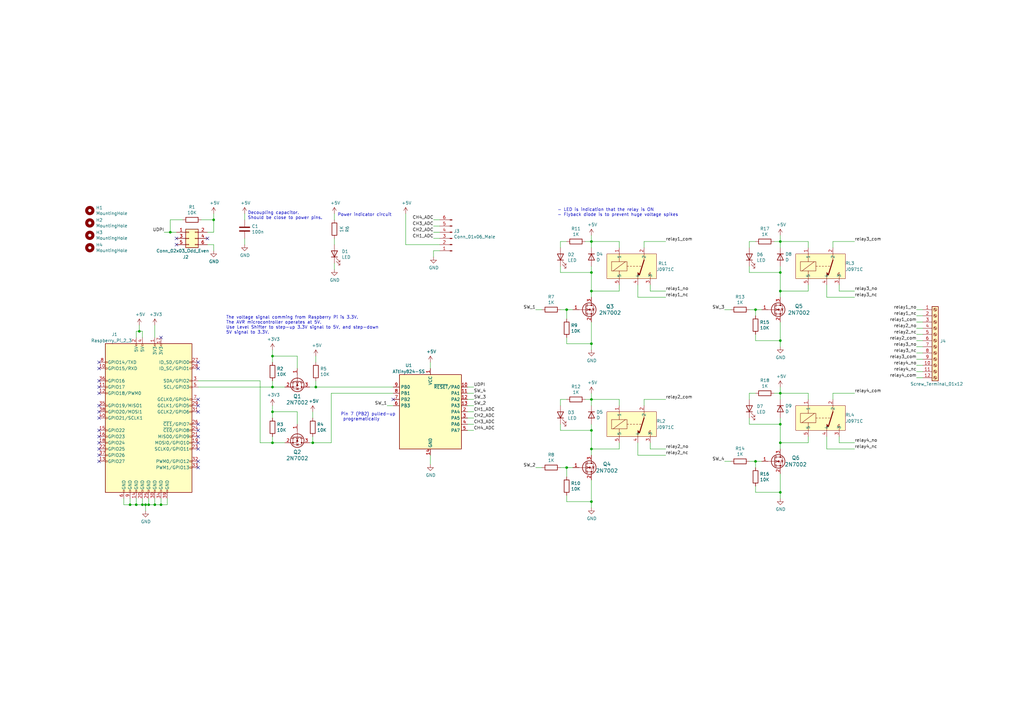
<source format=kicad_sch>
(kicad_sch (version 20211123) (generator eeschema)

  (uuid dc2b84ad-52a7-4d86-b29c-1d0a5edccbc2)

  (paper "A3")

  (title_block
    (title "PiSwitcher Plus Board - Schematic")
    (date "2022-10-14")
    (rev "12")
    (company "FibStack")
    (comment 2 "of the CERN-OHL-P V2 license (https:/cern.ch/cern-ohl).")
    (comment 3 "This file is provided AS IS, WITHOUT ANY EXPRESS OR IMPLIED WARRANTY under the temrs")
    (comment 4 "Copyright © 2021-2022, FibStack")
  )

  (lib_symbols
    (symbol "Connector:Conn_01x06_Male" (pin_names (offset 1.016) hide) (in_bom yes) (on_board yes)
      (property "Reference" "J" (id 0) (at 0 7.62 0)
        (effects (font (size 1.27 1.27)))
      )
      (property "Value" "Conn_01x06_Male" (id 1) (at 0 -10.16 0)
        (effects (font (size 1.27 1.27)))
      )
      (property "Footprint" "" (id 2) (at 0 0 0)
        (effects (font (size 1.27 1.27)) hide)
      )
      (property "Datasheet" "~" (id 3) (at 0 0 0)
        (effects (font (size 1.27 1.27)) hide)
      )
      (property "ki_keywords" "connector" (id 4) (at 0 0 0)
        (effects (font (size 1.27 1.27)) hide)
      )
      (property "ki_description" "Generic connector, single row, 01x06, script generated (kicad-library-utils/schlib/autogen/connector/)" (id 5) (at 0 0 0)
        (effects (font (size 1.27 1.27)) hide)
      )
      (property "ki_fp_filters" "Connector*:*_1x??_*" (id 6) (at 0 0 0)
        (effects (font (size 1.27 1.27)) hide)
      )
      (symbol "Conn_01x06_Male_1_1"
        (polyline
          (pts
            (xy 1.27 -7.62)
            (xy 0.8636 -7.62)
          )
          (stroke (width 0.1524) (type default) (color 0 0 0 0))
          (fill (type none))
        )
        (polyline
          (pts
            (xy 1.27 -5.08)
            (xy 0.8636 -5.08)
          )
          (stroke (width 0.1524) (type default) (color 0 0 0 0))
          (fill (type none))
        )
        (polyline
          (pts
            (xy 1.27 -2.54)
            (xy 0.8636 -2.54)
          )
          (stroke (width 0.1524) (type default) (color 0 0 0 0))
          (fill (type none))
        )
        (polyline
          (pts
            (xy 1.27 0)
            (xy 0.8636 0)
          )
          (stroke (width 0.1524) (type default) (color 0 0 0 0))
          (fill (type none))
        )
        (polyline
          (pts
            (xy 1.27 2.54)
            (xy 0.8636 2.54)
          )
          (stroke (width 0.1524) (type default) (color 0 0 0 0))
          (fill (type none))
        )
        (polyline
          (pts
            (xy 1.27 5.08)
            (xy 0.8636 5.08)
          )
          (stroke (width 0.1524) (type default) (color 0 0 0 0))
          (fill (type none))
        )
        (rectangle (start 0.8636 -7.493) (end 0 -7.747)
          (stroke (width 0.1524) (type default) (color 0 0 0 0))
          (fill (type outline))
        )
        (rectangle (start 0.8636 -4.953) (end 0 -5.207)
          (stroke (width 0.1524) (type default) (color 0 0 0 0))
          (fill (type outline))
        )
        (rectangle (start 0.8636 -2.413) (end 0 -2.667)
          (stroke (width 0.1524) (type default) (color 0 0 0 0))
          (fill (type outline))
        )
        (rectangle (start 0.8636 0.127) (end 0 -0.127)
          (stroke (width 0.1524) (type default) (color 0 0 0 0))
          (fill (type outline))
        )
        (rectangle (start 0.8636 2.667) (end 0 2.413)
          (stroke (width 0.1524) (type default) (color 0 0 0 0))
          (fill (type outline))
        )
        (rectangle (start 0.8636 5.207) (end 0 4.953)
          (stroke (width 0.1524) (type default) (color 0 0 0 0))
          (fill (type outline))
        )
        (pin passive line (at 5.08 5.08 180) (length 3.81)
          (name "Pin_1" (effects (font (size 1.27 1.27))))
          (number "1" (effects (font (size 1.27 1.27))))
        )
        (pin passive line (at 5.08 2.54 180) (length 3.81)
          (name "Pin_2" (effects (font (size 1.27 1.27))))
          (number "2" (effects (font (size 1.27 1.27))))
        )
        (pin passive line (at 5.08 0 180) (length 3.81)
          (name "Pin_3" (effects (font (size 1.27 1.27))))
          (number "3" (effects (font (size 1.27 1.27))))
        )
        (pin passive line (at 5.08 -2.54 180) (length 3.81)
          (name "Pin_4" (effects (font (size 1.27 1.27))))
          (number "4" (effects (font (size 1.27 1.27))))
        )
        (pin passive line (at 5.08 -5.08 180) (length 3.81)
          (name "Pin_5" (effects (font (size 1.27 1.27))))
          (number "5" (effects (font (size 1.27 1.27))))
        )
        (pin passive line (at 5.08 -7.62 180) (length 3.81)
          (name "Pin_6" (effects (font (size 1.27 1.27))))
          (number "6" (effects (font (size 1.27 1.27))))
        )
      )
    )
    (symbol "Connector:Raspberry_Pi_2_3" (pin_names (offset 1.016)) (in_bom yes) (on_board yes)
      (property "Reference" "J" (id 0) (at -17.78 31.75 0)
        (effects (font (size 1.27 1.27)) (justify left bottom))
      )
      (property "Value" "Raspberry_Pi_2_3" (id 1) (at 10.16 -31.75 0)
        (effects (font (size 1.27 1.27)) (justify left top))
      )
      (property "Footprint" "" (id 2) (at 0 0 0)
        (effects (font (size 1.27 1.27)) hide)
      )
      (property "Datasheet" "https://www.raspberrypi.org/documentation/hardware/raspberrypi/schematics/rpi_SCH_3bplus_1p0_reduced.pdf" (id 3) (at 0 0 0)
        (effects (font (size 1.27 1.27)) hide)
      )
      (property "ki_keywords" "raspberrypi gpio" (id 4) (at 0 0 0)
        (effects (font (size 1.27 1.27)) hide)
      )
      (property "ki_description" "expansion header for Raspberry Pi 2 & 3" (id 5) (at 0 0 0)
        (effects (font (size 1.27 1.27)) hide)
      )
      (property "ki_fp_filters" "PinHeader*2x20*P2.54mm*Vertical* PinSocket*2x20*P2.54mm*Vertical*" (id 6) (at 0 0 0)
        (effects (font (size 1.27 1.27)) hide)
      )
      (symbol "Raspberry_Pi_2_3_0_1"
        (rectangle (start -17.78 30.48) (end 17.78 -30.48)
          (stroke (width 0.254) (type default) (color 0 0 0 0))
          (fill (type background))
        )
      )
      (symbol "Raspberry_Pi_2_3_1_1"
        (rectangle (start -16.891 -17.526) (end -17.78 -18.034)
          (stroke (width 0) (type default) (color 0 0 0 0))
          (fill (type none))
        )
        (rectangle (start -16.891 -14.986) (end -17.78 -15.494)
          (stroke (width 0) (type default) (color 0 0 0 0))
          (fill (type none))
        )
        (rectangle (start -16.891 -12.446) (end -17.78 -12.954)
          (stroke (width 0) (type default) (color 0 0 0 0))
          (fill (type none))
        )
        (rectangle (start -16.891 -9.906) (end -17.78 -10.414)
          (stroke (width 0) (type default) (color 0 0 0 0))
          (fill (type none))
        )
        (rectangle (start -16.891 -7.366) (end -17.78 -7.874)
          (stroke (width 0) (type default) (color 0 0 0 0))
          (fill (type none))
        )
        (rectangle (start -16.891 -4.826) (end -17.78 -5.334)
          (stroke (width 0) (type default) (color 0 0 0 0))
          (fill (type none))
        )
        (rectangle (start -16.891 0.254) (end -17.78 -0.254)
          (stroke (width 0) (type default) (color 0 0 0 0))
          (fill (type none))
        )
        (rectangle (start -16.891 2.794) (end -17.78 2.286)
          (stroke (width 0) (type default) (color 0 0 0 0))
          (fill (type none))
        )
        (rectangle (start -16.891 5.334) (end -17.78 4.826)
          (stroke (width 0) (type default) (color 0 0 0 0))
          (fill (type none))
        )
        (rectangle (start -16.891 10.414) (end -17.78 9.906)
          (stroke (width 0) (type default) (color 0 0 0 0))
          (fill (type none))
        )
        (rectangle (start -16.891 12.954) (end -17.78 12.446)
          (stroke (width 0) (type default) (color 0 0 0 0))
          (fill (type none))
        )
        (rectangle (start -16.891 15.494) (end -17.78 14.986)
          (stroke (width 0) (type default) (color 0 0 0 0))
          (fill (type none))
        )
        (rectangle (start -16.891 20.574) (end -17.78 20.066)
          (stroke (width 0) (type default) (color 0 0 0 0))
          (fill (type none))
        )
        (rectangle (start -16.891 23.114) (end -17.78 22.606)
          (stroke (width 0) (type default) (color 0 0 0 0))
          (fill (type none))
        )
        (rectangle (start -10.414 -29.591) (end -9.906 -30.48)
          (stroke (width 0) (type default) (color 0 0 0 0))
          (fill (type none))
        )
        (rectangle (start -7.874 -29.591) (end -7.366 -30.48)
          (stroke (width 0) (type default) (color 0 0 0 0))
          (fill (type none))
        )
        (rectangle (start -5.334 -29.591) (end -4.826 -30.48)
          (stroke (width 0) (type default) (color 0 0 0 0))
          (fill (type none))
        )
        (rectangle (start -5.334 30.48) (end -4.826 29.591)
          (stroke (width 0) (type default) (color 0 0 0 0))
          (fill (type none))
        )
        (rectangle (start -2.794 -29.591) (end -2.286 -30.48)
          (stroke (width 0) (type default) (color 0 0 0 0))
          (fill (type none))
        )
        (rectangle (start -2.794 30.48) (end -2.286 29.591)
          (stroke (width 0) (type default) (color 0 0 0 0))
          (fill (type none))
        )
        (rectangle (start -0.254 -29.591) (end 0.254 -30.48)
          (stroke (width 0) (type default) (color 0 0 0 0))
          (fill (type none))
        )
        (rectangle (start 2.286 -29.591) (end 2.794 -30.48)
          (stroke (width 0) (type default) (color 0 0 0 0))
          (fill (type none))
        )
        (rectangle (start 2.286 30.48) (end 2.794 29.591)
          (stroke (width 0) (type default) (color 0 0 0 0))
          (fill (type none))
        )
        (rectangle (start 4.826 -29.591) (end 5.334 -30.48)
          (stroke (width 0) (type default) (color 0 0 0 0))
          (fill (type none))
        )
        (rectangle (start 4.826 30.48) (end 5.334 29.591)
          (stroke (width 0) (type default) (color 0 0 0 0))
          (fill (type none))
        )
        (rectangle (start 7.366 -29.591) (end 7.874 -30.48)
          (stroke (width 0) (type default) (color 0 0 0 0))
          (fill (type none))
        )
        (rectangle (start 17.78 -20.066) (end 16.891 -20.574)
          (stroke (width 0) (type default) (color 0 0 0 0))
          (fill (type none))
        )
        (rectangle (start 17.78 -17.526) (end 16.891 -18.034)
          (stroke (width 0) (type default) (color 0 0 0 0))
          (fill (type none))
        )
        (rectangle (start 17.78 -12.446) (end 16.891 -12.954)
          (stroke (width 0) (type default) (color 0 0 0 0))
          (fill (type none))
        )
        (rectangle (start 17.78 -9.906) (end 16.891 -10.414)
          (stroke (width 0) (type default) (color 0 0 0 0))
          (fill (type none))
        )
        (rectangle (start 17.78 -7.366) (end 16.891 -7.874)
          (stroke (width 0) (type default) (color 0 0 0 0))
          (fill (type none))
        )
        (rectangle (start 17.78 -4.826) (end 16.891 -5.334)
          (stroke (width 0) (type default) (color 0 0 0 0))
          (fill (type none))
        )
        (rectangle (start 17.78 -2.286) (end 16.891 -2.794)
          (stroke (width 0) (type default) (color 0 0 0 0))
          (fill (type none))
        )
        (rectangle (start 17.78 2.794) (end 16.891 2.286)
          (stroke (width 0) (type default) (color 0 0 0 0))
          (fill (type none))
        )
        (rectangle (start 17.78 5.334) (end 16.891 4.826)
          (stroke (width 0) (type default) (color 0 0 0 0))
          (fill (type none))
        )
        (rectangle (start 17.78 7.874) (end 16.891 7.366)
          (stroke (width 0) (type default) (color 0 0 0 0))
          (fill (type none))
        )
        (rectangle (start 17.78 12.954) (end 16.891 12.446)
          (stroke (width 0) (type default) (color 0 0 0 0))
          (fill (type none))
        )
        (rectangle (start 17.78 15.494) (end 16.891 14.986)
          (stroke (width 0) (type default) (color 0 0 0 0))
          (fill (type none))
        )
        (rectangle (start 17.78 20.574) (end 16.891 20.066)
          (stroke (width 0) (type default) (color 0 0 0 0))
          (fill (type none))
        )
        (rectangle (start 17.78 23.114) (end 16.891 22.606)
          (stroke (width 0) (type default) (color 0 0 0 0))
          (fill (type none))
        )
        (pin power_in line (at 2.54 33.02 270) (length 2.54)
          (name "3V3" (effects (font (size 1.27 1.27))))
          (number "1" (effects (font (size 1.27 1.27))))
        )
        (pin bidirectional line (at -20.32 20.32 0) (length 2.54)
          (name "GPIO15/RXD" (effects (font (size 1.27 1.27))))
          (number "10" (effects (font (size 1.27 1.27))))
        )
        (pin bidirectional line (at -20.32 12.7 0) (length 2.54)
          (name "GPIO17" (effects (font (size 1.27 1.27))))
          (number "11" (effects (font (size 1.27 1.27))))
        )
        (pin bidirectional line (at -20.32 10.16 0) (length 2.54)
          (name "GPIO18/PWM0" (effects (font (size 1.27 1.27))))
          (number "12" (effects (font (size 1.27 1.27))))
        )
        (pin bidirectional line (at -20.32 -17.78 0) (length 2.54)
          (name "GPIO27" (effects (font (size 1.27 1.27))))
          (number "13" (effects (font (size 1.27 1.27))))
        )
        (pin power_in line (at -5.08 -33.02 90) (length 2.54)
          (name "GND" (effects (font (size 1.27 1.27))))
          (number "14" (effects (font (size 1.27 1.27))))
        )
        (pin bidirectional line (at -20.32 -5.08 0) (length 2.54)
          (name "GPIO22" (effects (font (size 1.27 1.27))))
          (number "15" (effects (font (size 1.27 1.27))))
        )
        (pin bidirectional line (at -20.32 -7.62 0) (length 2.54)
          (name "GPIO23" (effects (font (size 1.27 1.27))))
          (number "16" (effects (font (size 1.27 1.27))))
        )
        (pin power_in line (at 5.08 33.02 270) (length 2.54)
          (name "3V3" (effects (font (size 1.27 1.27))))
          (number "17" (effects (font (size 1.27 1.27))))
        )
        (pin bidirectional line (at -20.32 -10.16 0) (length 2.54)
          (name "GPIO24" (effects (font (size 1.27 1.27))))
          (number "18" (effects (font (size 1.27 1.27))))
        )
        (pin bidirectional line (at 20.32 -10.16 180) (length 2.54)
          (name "MOSI0/GPIO10" (effects (font (size 1.27 1.27))))
          (number "19" (effects (font (size 1.27 1.27))))
        )
        (pin power_in line (at -5.08 33.02 270) (length 2.54)
          (name "5V" (effects (font (size 1.27 1.27))))
          (number "2" (effects (font (size 1.27 1.27))))
        )
        (pin power_in line (at -2.54 -33.02 90) (length 2.54)
          (name "GND" (effects (font (size 1.27 1.27))))
          (number "20" (effects (font (size 1.27 1.27))))
        )
        (pin bidirectional line (at 20.32 -7.62 180) (length 2.54)
          (name "MISO0/GPIO9" (effects (font (size 1.27 1.27))))
          (number "21" (effects (font (size 1.27 1.27))))
        )
        (pin bidirectional line (at -20.32 -12.7 0) (length 2.54)
          (name "GPIO25" (effects (font (size 1.27 1.27))))
          (number "22" (effects (font (size 1.27 1.27))))
        )
        (pin bidirectional line (at 20.32 -12.7 180) (length 2.54)
          (name "SCLK0/GPIO11" (effects (font (size 1.27 1.27))))
          (number "23" (effects (font (size 1.27 1.27))))
        )
        (pin bidirectional line (at 20.32 -5.08 180) (length 2.54)
          (name "~{CE0}/GPIO8" (effects (font (size 1.27 1.27))))
          (number "24" (effects (font (size 1.27 1.27))))
        )
        (pin power_in line (at 0 -33.02 90) (length 2.54)
          (name "GND" (effects (font (size 1.27 1.27))))
          (number "25" (effects (font (size 1.27 1.27))))
        )
        (pin bidirectional line (at 20.32 -2.54 180) (length 2.54)
          (name "~{CE1}/GPIO7" (effects (font (size 1.27 1.27))))
          (number "26" (effects (font (size 1.27 1.27))))
        )
        (pin bidirectional line (at 20.32 22.86 180) (length 2.54)
          (name "ID_SD/GPIO0" (effects (font (size 1.27 1.27))))
          (number "27" (effects (font (size 1.27 1.27))))
        )
        (pin bidirectional line (at 20.32 20.32 180) (length 2.54)
          (name "ID_SC/GPIO1" (effects (font (size 1.27 1.27))))
          (number "28" (effects (font (size 1.27 1.27))))
        )
        (pin bidirectional line (at 20.32 5.08 180) (length 2.54)
          (name "GCLK1/GPIO5" (effects (font (size 1.27 1.27))))
          (number "29" (effects (font (size 1.27 1.27))))
        )
        (pin bidirectional line (at 20.32 15.24 180) (length 2.54)
          (name "SDA/GPIO2" (effects (font (size 1.27 1.27))))
          (number "3" (effects (font (size 1.27 1.27))))
        )
        (pin power_in line (at 2.54 -33.02 90) (length 2.54)
          (name "GND" (effects (font (size 1.27 1.27))))
          (number "30" (effects (font (size 1.27 1.27))))
        )
        (pin bidirectional line (at 20.32 2.54 180) (length 2.54)
          (name "GCLK2/GPIO6" (effects (font (size 1.27 1.27))))
          (number "31" (effects (font (size 1.27 1.27))))
        )
        (pin bidirectional line (at 20.32 -17.78 180) (length 2.54)
          (name "PWM0/GPIO12" (effects (font (size 1.27 1.27))))
          (number "32" (effects (font (size 1.27 1.27))))
        )
        (pin bidirectional line (at 20.32 -20.32 180) (length 2.54)
          (name "PWM1/GPIO13" (effects (font (size 1.27 1.27))))
          (number "33" (effects (font (size 1.27 1.27))))
        )
        (pin power_in line (at 5.08 -33.02 90) (length 2.54)
          (name "GND" (effects (font (size 1.27 1.27))))
          (number "34" (effects (font (size 1.27 1.27))))
        )
        (pin bidirectional line (at -20.32 5.08 0) (length 2.54)
          (name "GPIO19/MISO1" (effects (font (size 1.27 1.27))))
          (number "35" (effects (font (size 1.27 1.27))))
        )
        (pin bidirectional line (at -20.32 15.24 0) (length 2.54)
          (name "GPIO16" (effects (font (size 1.27 1.27))))
          (number "36" (effects (font (size 1.27 1.27))))
        )
        (pin bidirectional line (at -20.32 -15.24 0) (length 2.54)
          (name "GPIO26" (effects (font (size 1.27 1.27))))
          (number "37" (effects (font (size 1.27 1.27))))
        )
        (pin bidirectional line (at -20.32 2.54 0) (length 2.54)
          (name "GPIO20/MOSI1" (effects (font (size 1.27 1.27))))
          (number "38" (effects (font (size 1.27 1.27))))
        )
        (pin power_in line (at 7.62 -33.02 90) (length 2.54)
          (name "GND" (effects (font (size 1.27 1.27))))
          (number "39" (effects (font (size 1.27 1.27))))
        )
        (pin power_in line (at -2.54 33.02 270) (length 2.54)
          (name "5V" (effects (font (size 1.27 1.27))))
          (number "4" (effects (font (size 1.27 1.27))))
        )
        (pin bidirectional line (at -20.32 0 0) (length 2.54)
          (name "GPIO21/SCLK1" (effects (font (size 1.27 1.27))))
          (number "40" (effects (font (size 1.27 1.27))))
        )
        (pin bidirectional line (at 20.32 12.7 180) (length 2.54)
          (name "SCL/GPIO3" (effects (font (size 1.27 1.27))))
          (number "5" (effects (font (size 1.27 1.27))))
        )
        (pin power_in line (at -10.16 -33.02 90) (length 2.54)
          (name "GND" (effects (font (size 1.27 1.27))))
          (number "6" (effects (font (size 1.27 1.27))))
        )
        (pin bidirectional line (at 20.32 7.62 180) (length 2.54)
          (name "GCLK0/GPIO4" (effects (font (size 1.27 1.27))))
          (number "7" (effects (font (size 1.27 1.27))))
        )
        (pin bidirectional line (at -20.32 22.86 0) (length 2.54)
          (name "GPIO14/TXD" (effects (font (size 1.27 1.27))))
          (number "8" (effects (font (size 1.27 1.27))))
        )
        (pin power_in line (at -7.62 -33.02 90) (length 2.54)
          (name "GND" (effects (font (size 1.27 1.27))))
          (number "9" (effects (font (size 1.27 1.27))))
        )
      )
    )
    (symbol "Connector:Screw_Terminal_01x12" (pin_names (offset 1.016) hide) (in_bom yes) (on_board yes)
      (property "Reference" "J" (id 0) (at 0 15.24 0)
        (effects (font (size 1.27 1.27)))
      )
      (property "Value" "Screw_Terminal_01x12" (id 1) (at 0 -17.78 0)
        (effects (font (size 1.27 1.27)))
      )
      (property "Footprint" "" (id 2) (at 0 0 0)
        (effects (font (size 1.27 1.27)) hide)
      )
      (property "Datasheet" "~" (id 3) (at 0 0 0)
        (effects (font (size 1.27 1.27)) hide)
      )
      (property "ki_keywords" "screw terminal" (id 4) (at 0 0 0)
        (effects (font (size 1.27 1.27)) hide)
      )
      (property "ki_description" "Generic screw terminal, single row, 01x12, script generated (kicad-library-utils/schlib/autogen/connector/)" (id 5) (at 0 0 0)
        (effects (font (size 1.27 1.27)) hide)
      )
      (property "ki_fp_filters" "TerminalBlock*:*" (id 6) (at 0 0 0)
        (effects (font (size 1.27 1.27)) hide)
      )
      (symbol "Screw_Terminal_01x12_1_1"
        (rectangle (start -1.27 13.97) (end 1.27 -16.51)
          (stroke (width 0.254) (type default) (color 0 0 0 0))
          (fill (type background))
        )
        (circle (center 0 -15.24) (radius 0.635)
          (stroke (width 0.1524) (type default) (color 0 0 0 0))
          (fill (type none))
        )
        (circle (center 0 -12.7) (radius 0.635)
          (stroke (width 0.1524) (type default) (color 0 0 0 0))
          (fill (type none))
        )
        (circle (center 0 -10.16) (radius 0.635)
          (stroke (width 0.1524) (type default) (color 0 0 0 0))
          (fill (type none))
        )
        (circle (center 0 -7.62) (radius 0.635)
          (stroke (width 0.1524) (type default) (color 0 0 0 0))
          (fill (type none))
        )
        (circle (center 0 -5.08) (radius 0.635)
          (stroke (width 0.1524) (type default) (color 0 0 0 0))
          (fill (type none))
        )
        (circle (center 0 -2.54) (radius 0.635)
          (stroke (width 0.1524) (type default) (color 0 0 0 0))
          (fill (type none))
        )
        (polyline
          (pts
            (xy -0.5334 -14.9098)
            (xy 0.3302 -15.748)
          )
          (stroke (width 0.1524) (type default) (color 0 0 0 0))
          (fill (type none))
        )
        (polyline
          (pts
            (xy -0.5334 -12.3698)
            (xy 0.3302 -13.208)
          )
          (stroke (width 0.1524) (type default) (color 0 0 0 0))
          (fill (type none))
        )
        (polyline
          (pts
            (xy -0.5334 -9.8298)
            (xy 0.3302 -10.668)
          )
          (stroke (width 0.1524) (type default) (color 0 0 0 0))
          (fill (type none))
        )
        (polyline
          (pts
            (xy -0.5334 -7.2898)
            (xy 0.3302 -8.128)
          )
          (stroke (width 0.1524) (type default) (color 0 0 0 0))
          (fill (type none))
        )
        (polyline
          (pts
            (xy -0.5334 -4.7498)
            (xy 0.3302 -5.588)
          )
          (stroke (width 0.1524) (type default) (color 0 0 0 0))
          (fill (type none))
        )
        (polyline
          (pts
            (xy -0.5334 -2.2098)
            (xy 0.3302 -3.048)
          )
          (stroke (width 0.1524) (type default) (color 0 0 0 0))
          (fill (type none))
        )
        (polyline
          (pts
            (xy -0.5334 0.3302)
            (xy 0.3302 -0.508)
          )
          (stroke (width 0.1524) (type default) (color 0 0 0 0))
          (fill (type none))
        )
        (polyline
          (pts
            (xy -0.5334 2.8702)
            (xy 0.3302 2.032)
          )
          (stroke (width 0.1524) (type default) (color 0 0 0 0))
          (fill (type none))
        )
        (polyline
          (pts
            (xy -0.5334 5.4102)
            (xy 0.3302 4.572)
          )
          (stroke (width 0.1524) (type default) (color 0 0 0 0))
          (fill (type none))
        )
        (polyline
          (pts
            (xy -0.5334 7.9502)
            (xy 0.3302 7.112)
          )
          (stroke (width 0.1524) (type default) (color 0 0 0 0))
          (fill (type none))
        )
        (polyline
          (pts
            (xy -0.5334 10.4902)
            (xy 0.3302 9.652)
          )
          (stroke (width 0.1524) (type default) (color 0 0 0 0))
          (fill (type none))
        )
        (polyline
          (pts
            (xy -0.5334 13.0302)
            (xy 0.3302 12.192)
          )
          (stroke (width 0.1524) (type default) (color 0 0 0 0))
          (fill (type none))
        )
        (polyline
          (pts
            (xy -0.3556 -14.732)
            (xy 0.508 -15.5702)
          )
          (stroke (width 0.1524) (type default) (color 0 0 0 0))
          (fill (type none))
        )
        (polyline
          (pts
            (xy -0.3556 -12.192)
            (xy 0.508 -13.0302)
          )
          (stroke (width 0.1524) (type default) (color 0 0 0 0))
          (fill (type none))
        )
        (polyline
          (pts
            (xy -0.3556 -9.652)
            (xy 0.508 -10.4902)
          )
          (stroke (width 0.1524) (type default) (color 0 0 0 0))
          (fill (type none))
        )
        (polyline
          (pts
            (xy -0.3556 -7.112)
            (xy 0.508 -7.9502)
          )
          (stroke (width 0.1524) (type default) (color 0 0 0 0))
          (fill (type none))
        )
        (polyline
          (pts
            (xy -0.3556 -4.572)
            (xy 0.508 -5.4102)
          )
          (stroke (width 0.1524) (type default) (color 0 0 0 0))
          (fill (type none))
        )
        (polyline
          (pts
            (xy -0.3556 -2.032)
            (xy 0.508 -2.8702)
          )
          (stroke (width 0.1524) (type default) (color 0 0 0 0))
          (fill (type none))
        )
        (polyline
          (pts
            (xy -0.3556 0.508)
            (xy 0.508 -0.3302)
          )
          (stroke (width 0.1524) (type default) (color 0 0 0 0))
          (fill (type none))
        )
        (polyline
          (pts
            (xy -0.3556 3.048)
            (xy 0.508 2.2098)
          )
          (stroke (width 0.1524) (type default) (color 0 0 0 0))
          (fill (type none))
        )
        (polyline
          (pts
            (xy -0.3556 5.588)
            (xy 0.508 4.7498)
          )
          (stroke (width 0.1524) (type default) (color 0 0 0 0))
          (fill (type none))
        )
        (polyline
          (pts
            (xy -0.3556 8.128)
            (xy 0.508 7.2898)
          )
          (stroke (width 0.1524) (type default) (color 0 0 0 0))
          (fill (type none))
        )
        (polyline
          (pts
            (xy -0.3556 10.668)
            (xy 0.508 9.8298)
          )
          (stroke (width 0.1524) (type default) (color 0 0 0 0))
          (fill (type none))
        )
        (polyline
          (pts
            (xy -0.3556 13.208)
            (xy 0.508 12.3698)
          )
          (stroke (width 0.1524) (type default) (color 0 0 0 0))
          (fill (type none))
        )
        (circle (center 0 0) (radius 0.635)
          (stroke (width 0.1524) (type default) (color 0 0 0 0))
          (fill (type none))
        )
        (circle (center 0 2.54) (radius 0.635)
          (stroke (width 0.1524) (type default) (color 0 0 0 0))
          (fill (type none))
        )
        (circle (center 0 5.08) (radius 0.635)
          (stroke (width 0.1524) (type default) (color 0 0 0 0))
          (fill (type none))
        )
        (circle (center 0 7.62) (radius 0.635)
          (stroke (width 0.1524) (type default) (color 0 0 0 0))
          (fill (type none))
        )
        (circle (center 0 10.16) (radius 0.635)
          (stroke (width 0.1524) (type default) (color 0 0 0 0))
          (fill (type none))
        )
        (circle (center 0 12.7) (radius 0.635)
          (stroke (width 0.1524) (type default) (color 0 0 0 0))
          (fill (type none))
        )
        (pin passive line (at -5.08 12.7 0) (length 3.81)
          (name "Pin_1" (effects (font (size 1.27 1.27))))
          (number "1" (effects (font (size 1.27 1.27))))
        )
        (pin passive line (at -5.08 -10.16 0) (length 3.81)
          (name "Pin_10" (effects (font (size 1.27 1.27))))
          (number "10" (effects (font (size 1.27 1.27))))
        )
        (pin passive line (at -5.08 -12.7 0) (length 3.81)
          (name "Pin_11" (effects (font (size 1.27 1.27))))
          (number "11" (effects (font (size 1.27 1.27))))
        )
        (pin passive line (at -5.08 -15.24 0) (length 3.81)
          (name "Pin_12" (effects (font (size 1.27 1.27))))
          (number "12" (effects (font (size 1.27 1.27))))
        )
        (pin passive line (at -5.08 10.16 0) (length 3.81)
          (name "Pin_2" (effects (font (size 1.27 1.27))))
          (number "2" (effects (font (size 1.27 1.27))))
        )
        (pin passive line (at -5.08 7.62 0) (length 3.81)
          (name "Pin_3" (effects (font (size 1.27 1.27))))
          (number "3" (effects (font (size 1.27 1.27))))
        )
        (pin passive line (at -5.08 5.08 0) (length 3.81)
          (name "Pin_4" (effects (font (size 1.27 1.27))))
          (number "4" (effects (font (size 1.27 1.27))))
        )
        (pin passive line (at -5.08 2.54 0) (length 3.81)
          (name "Pin_5" (effects (font (size 1.27 1.27))))
          (number "5" (effects (font (size 1.27 1.27))))
        )
        (pin passive line (at -5.08 0 0) (length 3.81)
          (name "Pin_6" (effects (font (size 1.27 1.27))))
          (number "6" (effects (font (size 1.27 1.27))))
        )
        (pin passive line (at -5.08 -2.54 0) (length 3.81)
          (name "Pin_7" (effects (font (size 1.27 1.27))))
          (number "7" (effects (font (size 1.27 1.27))))
        )
        (pin passive line (at -5.08 -5.08 0) (length 3.81)
          (name "Pin_8" (effects (font (size 1.27 1.27))))
          (number "8" (effects (font (size 1.27 1.27))))
        )
        (pin passive line (at -5.08 -7.62 0) (length 3.81)
          (name "Pin_9" (effects (font (size 1.27 1.27))))
          (number "9" (effects (font (size 1.27 1.27))))
        )
      )
    )
    (symbol "Connector_Generic:Conn_02x03_Odd_Even" (pin_names (offset 1.016) hide) (in_bom yes) (on_board yes)
      (property "Reference" "J" (id 0) (at 1.27 5.08 0)
        (effects (font (size 1.27 1.27)))
      )
      (property "Value" "Conn_02x03_Odd_Even" (id 1) (at 1.27 -5.08 0)
        (effects (font (size 1.27 1.27)))
      )
      (property "Footprint" "" (id 2) (at 0 0 0)
        (effects (font (size 1.27 1.27)) hide)
      )
      (property "Datasheet" "~" (id 3) (at 0 0 0)
        (effects (font (size 1.27 1.27)) hide)
      )
      (property "ki_keywords" "connector" (id 4) (at 0 0 0)
        (effects (font (size 1.27 1.27)) hide)
      )
      (property "ki_description" "Generic connector, double row, 02x03, odd/even pin numbering scheme (row 1 odd numbers, row 2 even numbers), script generated (kicad-library-utils/schlib/autogen/connector/)" (id 5) (at 0 0 0)
        (effects (font (size 1.27 1.27)) hide)
      )
      (property "ki_fp_filters" "Connector*:*_2x??_*" (id 6) (at 0 0 0)
        (effects (font (size 1.27 1.27)) hide)
      )
      (symbol "Conn_02x03_Odd_Even_1_1"
        (rectangle (start -1.27 -2.413) (end 0 -2.667)
          (stroke (width 0.1524) (type default) (color 0 0 0 0))
          (fill (type none))
        )
        (rectangle (start -1.27 0.127) (end 0 -0.127)
          (stroke (width 0.1524) (type default) (color 0 0 0 0))
          (fill (type none))
        )
        (rectangle (start -1.27 2.667) (end 0 2.413)
          (stroke (width 0.1524) (type default) (color 0 0 0 0))
          (fill (type none))
        )
        (rectangle (start -1.27 3.81) (end 3.81 -3.81)
          (stroke (width 0.254) (type default) (color 0 0 0 0))
          (fill (type background))
        )
        (rectangle (start 3.81 -2.413) (end 2.54 -2.667)
          (stroke (width 0.1524) (type default) (color 0 0 0 0))
          (fill (type none))
        )
        (rectangle (start 3.81 0.127) (end 2.54 -0.127)
          (stroke (width 0.1524) (type default) (color 0 0 0 0))
          (fill (type none))
        )
        (rectangle (start 3.81 2.667) (end 2.54 2.413)
          (stroke (width 0.1524) (type default) (color 0 0 0 0))
          (fill (type none))
        )
        (pin passive line (at -5.08 2.54 0) (length 3.81)
          (name "Pin_1" (effects (font (size 1.27 1.27))))
          (number "1" (effects (font (size 1.27 1.27))))
        )
        (pin passive line (at 7.62 2.54 180) (length 3.81)
          (name "Pin_2" (effects (font (size 1.27 1.27))))
          (number "2" (effects (font (size 1.27 1.27))))
        )
        (pin passive line (at -5.08 0 0) (length 3.81)
          (name "Pin_3" (effects (font (size 1.27 1.27))))
          (number "3" (effects (font (size 1.27 1.27))))
        )
        (pin passive line (at 7.62 0 180) (length 3.81)
          (name "Pin_4" (effects (font (size 1.27 1.27))))
          (number "4" (effects (font (size 1.27 1.27))))
        )
        (pin passive line (at -5.08 -2.54 0) (length 3.81)
          (name "Pin_5" (effects (font (size 1.27 1.27))))
          (number "5" (effects (font (size 1.27 1.27))))
        )
        (pin passive line (at 7.62 -2.54 180) (length 3.81)
          (name "Pin_6" (effects (font (size 1.27 1.27))))
          (number "6" (effects (font (size 1.27 1.27))))
        )
      )
    )
    (symbol "Device:C" (pin_numbers hide) (pin_names (offset 0.254)) (in_bom yes) (on_board yes)
      (property "Reference" "C" (id 0) (at 0.635 2.54 0)
        (effects (font (size 1.27 1.27)) (justify left))
      )
      (property "Value" "C" (id 1) (at 0.635 -2.54 0)
        (effects (font (size 1.27 1.27)) (justify left))
      )
      (property "Footprint" "" (id 2) (at 0.9652 -3.81 0)
        (effects (font (size 1.27 1.27)) hide)
      )
      (property "Datasheet" "~" (id 3) (at 0 0 0)
        (effects (font (size 1.27 1.27)) hide)
      )
      (property "ki_keywords" "cap capacitor" (id 4) (at 0 0 0)
        (effects (font (size 1.27 1.27)) hide)
      )
      (property "ki_description" "Unpolarized capacitor" (id 5) (at 0 0 0)
        (effects (font (size 1.27 1.27)) hide)
      )
      (property "ki_fp_filters" "C_*" (id 6) (at 0 0 0)
        (effects (font (size 1.27 1.27)) hide)
      )
      (symbol "C_0_1"
        (polyline
          (pts
            (xy -2.032 -0.762)
            (xy 2.032 -0.762)
          )
          (stroke (width 0.508) (type default) (color 0 0 0 0))
          (fill (type none))
        )
        (polyline
          (pts
            (xy -2.032 0.762)
            (xy 2.032 0.762)
          )
          (stroke (width 0.508) (type default) (color 0 0 0 0))
          (fill (type none))
        )
      )
      (symbol "C_1_1"
        (pin passive line (at 0 3.81 270) (length 2.794)
          (name "~" (effects (font (size 1.27 1.27))))
          (number "1" (effects (font (size 1.27 1.27))))
        )
        (pin passive line (at 0 -3.81 90) (length 2.794)
          (name "~" (effects (font (size 1.27 1.27))))
          (number "2" (effects (font (size 1.27 1.27))))
        )
      )
    )
    (symbol "Device:D" (pin_numbers hide) (pin_names (offset 1.016) hide) (in_bom yes) (on_board yes)
      (property "Reference" "D" (id 0) (at 0 2.54 0)
        (effects (font (size 1.27 1.27)))
      )
      (property "Value" "D" (id 1) (at 0 -2.54 0)
        (effects (font (size 1.27 1.27)))
      )
      (property "Footprint" "" (id 2) (at 0 0 0)
        (effects (font (size 1.27 1.27)) hide)
      )
      (property "Datasheet" "~" (id 3) (at 0 0 0)
        (effects (font (size 1.27 1.27)) hide)
      )
      (property "ki_keywords" "diode" (id 4) (at 0 0 0)
        (effects (font (size 1.27 1.27)) hide)
      )
      (property "ki_description" "Diode" (id 5) (at 0 0 0)
        (effects (font (size 1.27 1.27)) hide)
      )
      (property "ki_fp_filters" "TO-???* *_Diode_* *SingleDiode* D_*" (id 6) (at 0 0 0)
        (effects (font (size 1.27 1.27)) hide)
      )
      (symbol "D_0_1"
        (polyline
          (pts
            (xy -1.27 1.27)
            (xy -1.27 -1.27)
          )
          (stroke (width 0.254) (type default) (color 0 0 0 0))
          (fill (type none))
        )
        (polyline
          (pts
            (xy 1.27 0)
            (xy -1.27 0)
          )
          (stroke (width 0) (type default) (color 0 0 0 0))
          (fill (type none))
        )
        (polyline
          (pts
            (xy 1.27 1.27)
            (xy 1.27 -1.27)
            (xy -1.27 0)
            (xy 1.27 1.27)
          )
          (stroke (width 0.254) (type default) (color 0 0 0 0))
          (fill (type none))
        )
      )
      (symbol "D_1_1"
        (pin passive line (at -3.81 0 0) (length 2.54)
          (name "K" (effects (font (size 1.27 1.27))))
          (number "1" (effects (font (size 1.27 1.27))))
        )
        (pin passive line (at 3.81 0 180) (length 2.54)
          (name "A" (effects (font (size 1.27 1.27))))
          (number "2" (effects (font (size 1.27 1.27))))
        )
      )
    )
    (symbol "Device:LED" (pin_numbers hide) (pin_names (offset 1.016) hide) (in_bom yes) (on_board yes)
      (property "Reference" "D" (id 0) (at 0 2.54 0)
        (effects (font (size 1.27 1.27)))
      )
      (property "Value" "LED" (id 1) (at 0 -2.54 0)
        (effects (font (size 1.27 1.27)))
      )
      (property "Footprint" "" (id 2) (at 0 0 0)
        (effects (font (size 1.27 1.27)) hide)
      )
      (property "Datasheet" "~" (id 3) (at 0 0 0)
        (effects (font (size 1.27 1.27)) hide)
      )
      (property "ki_keywords" "LED diode" (id 4) (at 0 0 0)
        (effects (font (size 1.27 1.27)) hide)
      )
      (property "ki_description" "Light emitting diode" (id 5) (at 0 0 0)
        (effects (font (size 1.27 1.27)) hide)
      )
      (property "ki_fp_filters" "LED* LED_SMD:* LED_THT:*" (id 6) (at 0 0 0)
        (effects (font (size 1.27 1.27)) hide)
      )
      (symbol "LED_0_1"
        (polyline
          (pts
            (xy -1.27 -1.27)
            (xy -1.27 1.27)
          )
          (stroke (width 0.254) (type default) (color 0 0 0 0))
          (fill (type none))
        )
        (polyline
          (pts
            (xy -1.27 0)
            (xy 1.27 0)
          )
          (stroke (width 0) (type default) (color 0 0 0 0))
          (fill (type none))
        )
        (polyline
          (pts
            (xy 1.27 -1.27)
            (xy 1.27 1.27)
            (xy -1.27 0)
            (xy 1.27 -1.27)
          )
          (stroke (width 0.254) (type default) (color 0 0 0 0))
          (fill (type none))
        )
        (polyline
          (pts
            (xy -3.048 -0.762)
            (xy -4.572 -2.286)
            (xy -3.81 -2.286)
            (xy -4.572 -2.286)
            (xy -4.572 -1.524)
          )
          (stroke (width 0) (type default) (color 0 0 0 0))
          (fill (type none))
        )
        (polyline
          (pts
            (xy -1.778 -0.762)
            (xy -3.302 -2.286)
            (xy -2.54 -2.286)
            (xy -3.302 -2.286)
            (xy -3.302 -1.524)
          )
          (stroke (width 0) (type default) (color 0 0 0 0))
          (fill (type none))
        )
      )
      (symbol "LED_1_1"
        (pin passive line (at -3.81 0 0) (length 2.54)
          (name "K" (effects (font (size 1.27 1.27))))
          (number "1" (effects (font (size 1.27 1.27))))
        )
        (pin passive line (at 3.81 0 180) (length 2.54)
          (name "A" (effects (font (size 1.27 1.27))))
          (number "2" (effects (font (size 1.27 1.27))))
        )
      )
    )
    (symbol "Device:R" (pin_numbers hide) (pin_names (offset 0)) (in_bom yes) (on_board yes)
      (property "Reference" "R" (id 0) (at 2.032 0 90)
        (effects (font (size 1.27 1.27)))
      )
      (property "Value" "R" (id 1) (at 0 0 90)
        (effects (font (size 1.27 1.27)))
      )
      (property "Footprint" "" (id 2) (at -1.778 0 90)
        (effects (font (size 1.27 1.27)) hide)
      )
      (property "Datasheet" "~" (id 3) (at 0 0 0)
        (effects (font (size 1.27 1.27)) hide)
      )
      (property "ki_keywords" "R res resistor" (id 4) (at 0 0 0)
        (effects (font (size 1.27 1.27)) hide)
      )
      (property "ki_description" "Resistor" (id 5) (at 0 0 0)
        (effects (font (size 1.27 1.27)) hide)
      )
      (property "ki_fp_filters" "R_*" (id 6) (at 0 0 0)
        (effects (font (size 1.27 1.27)) hide)
      )
      (symbol "R_0_1"
        (rectangle (start -1.016 -2.54) (end 1.016 2.54)
          (stroke (width 0.254) (type default) (color 0 0 0 0))
          (fill (type none))
        )
      )
      (symbol "R_1_1"
        (pin passive line (at 0 3.81 270) (length 1.27)
          (name "~" (effects (font (size 1.27 1.27))))
          (number "1" (effects (font (size 1.27 1.27))))
        )
        (pin passive line (at 0 -3.81 90) (length 1.27)
          (name "~" (effects (font (size 1.27 1.27))))
          (number "2" (effects (font (size 1.27 1.27))))
        )
      )
    )
    (symbol "MCU_Microchip_ATtiny:ATtiny804-SS" (in_bom yes) (on_board yes)
      (property "Reference" "U" (id 0) (at -12.7 16.51 0)
        (effects (font (size 1.27 1.27)) (justify left bottom))
      )
      (property "Value" "ATtiny804-SS" (id 1) (at 2.54 -16.51 0)
        (effects (font (size 1.27 1.27)) (justify left top))
      )
      (property "Footprint" "Package_SO:SOIC-14_3.9x8.7mm_P1.27mm" (id 2) (at 0 0 0)
        (effects (font (size 1.27 1.27) italic) hide)
      )
      (property "Datasheet" "http://ww1.microchip.com/downloads/en/DeviceDoc/ATtiny804_1604-Data-Sheet-40002028A.pdf" (id 3) (at 0 0 0)
        (effects (font (size 1.27 1.27)) hide)
      )
      (property "ki_keywords" "AVR 8bit Microcontroller tinyAVR" (id 4) (at 0 0 0)
        (effects (font (size 1.27 1.27)) hide)
      )
      (property "ki_description" "20MHz, 8kB Flash, 512B SRAM, 128B EEPROM, SOIC-14" (id 5) (at 0 0 0)
        (effects (font (size 1.27 1.27)) hide)
      )
      (property "ki_fp_filters" "SOIC*3.9x8.7mm*P1.27mm*" (id 6) (at 0 0 0)
        (effects (font (size 1.27 1.27)) hide)
      )
      (symbol "ATtiny804-SS_0_1"
        (rectangle (start -12.7 -15.24) (end 12.7 15.24)
          (stroke (width 0.254) (type default) (color 0 0 0 0))
          (fill (type background))
        )
      )
      (symbol "ATtiny804-SS_1_1"
        (pin power_in line (at 0 17.78 270) (length 2.54)
          (name "VCC" (effects (font (size 1.27 1.27))))
          (number "1" (effects (font (size 1.27 1.27))))
        )
        (pin bidirectional line (at 15.24 10.16 180) (length 2.54)
          (name "~{RESET}/PA0" (effects (font (size 1.27 1.27))))
          (number "10" (effects (font (size 1.27 1.27))))
        )
        (pin bidirectional line (at 15.24 7.62 180) (length 2.54)
          (name "PA1" (effects (font (size 1.27 1.27))))
          (number "11" (effects (font (size 1.27 1.27))))
        )
        (pin bidirectional line (at 15.24 5.08 180) (length 2.54)
          (name "PA2" (effects (font (size 1.27 1.27))))
          (number "12" (effects (font (size 1.27 1.27))))
        )
        (pin bidirectional line (at 15.24 2.54 180) (length 2.54)
          (name "PA3" (effects (font (size 1.27 1.27))))
          (number "13" (effects (font (size 1.27 1.27))))
        )
        (pin power_in line (at 0 -17.78 90) (length 2.54)
          (name "GND" (effects (font (size 1.27 1.27))))
          (number "14" (effects (font (size 1.27 1.27))))
        )
        (pin bidirectional line (at 15.24 0 180) (length 2.54)
          (name "PA4" (effects (font (size 1.27 1.27))))
          (number "2" (effects (font (size 1.27 1.27))))
        )
        (pin bidirectional line (at 15.24 -2.54 180) (length 2.54)
          (name "PA5" (effects (font (size 1.27 1.27))))
          (number "3" (effects (font (size 1.27 1.27))))
        )
        (pin bidirectional line (at 15.24 -5.08 180) (length 2.54)
          (name "PA6" (effects (font (size 1.27 1.27))))
          (number "4" (effects (font (size 1.27 1.27))))
        )
        (pin bidirectional line (at 15.24 -7.62 180) (length 2.54)
          (name "PA7" (effects (font (size 1.27 1.27))))
          (number "5" (effects (font (size 1.27 1.27))))
        )
        (pin bidirectional line (at -15.24 2.54 0) (length 2.54)
          (name "PB3" (effects (font (size 1.27 1.27))))
          (number "6" (effects (font (size 1.27 1.27))))
        )
        (pin bidirectional line (at -15.24 5.08 0) (length 2.54)
          (name "PB2" (effects (font (size 1.27 1.27))))
          (number "7" (effects (font (size 1.27 1.27))))
        )
        (pin bidirectional line (at -15.24 7.62 0) (length 2.54)
          (name "PB1" (effects (font (size 1.27 1.27))))
          (number "8" (effects (font (size 1.27 1.27))))
        )
        (pin bidirectional line (at -15.24 10.16 0) (length 2.54)
          (name "PB0" (effects (font (size 1.27 1.27))))
          (number "9" (effects (font (size 1.27 1.27))))
        )
      )
    )
    (symbol "Mechanical:MountingHole" (pin_names (offset 1.016)) (in_bom yes) (on_board yes)
      (property "Reference" "H" (id 0) (at 0 5.08 0)
        (effects (font (size 1.27 1.27)))
      )
      (property "Value" "MountingHole" (id 1) (at 0 3.175 0)
        (effects (font (size 1.27 1.27)))
      )
      (property "Footprint" "" (id 2) (at 0 0 0)
        (effects (font (size 1.27 1.27)) hide)
      )
      (property "Datasheet" "~" (id 3) (at 0 0 0)
        (effects (font (size 1.27 1.27)) hide)
      )
      (property "ki_keywords" "mounting hole" (id 4) (at 0 0 0)
        (effects (font (size 1.27 1.27)) hide)
      )
      (property "ki_description" "Mounting Hole without connection" (id 5) (at 0 0 0)
        (effects (font (size 1.27 1.27)) hide)
      )
      (property "ki_fp_filters" "MountingHole*" (id 6) (at 0 0 0)
        (effects (font (size 1.27 1.27)) hide)
      )
      (symbol "MountingHole_0_1"
        (circle (center 0 0) (radius 1.27)
          (stroke (width 1.27) (type default) (color 0 0 0 0))
          (fill (type none))
        )
      )
    )
    (symbol "Transistor_FET:2N7002" (pin_names hide) (in_bom yes) (on_board yes)
      (property "Reference" "Q" (id 0) (at 5.08 1.905 0)
        (effects (font (size 1.27 1.27)) (justify left))
      )
      (property "Value" "2N7002" (id 1) (at 5.08 0 0)
        (effects (font (size 1.27 1.27)) (justify left))
      )
      (property "Footprint" "Package_TO_SOT_SMD:SOT-23" (id 2) (at 5.08 -1.905 0)
        (effects (font (size 1.27 1.27) italic) (justify left) hide)
      )
      (property "Datasheet" "https://www.onsemi.com/pub/Collateral/NDS7002A-D.PDF" (id 3) (at 0 0 0)
        (effects (font (size 1.27 1.27)) (justify left) hide)
      )
      (property "ki_keywords" "N-Channel Switching MOSFET" (id 4) (at 0 0 0)
        (effects (font (size 1.27 1.27)) hide)
      )
      (property "ki_description" "0.115A Id, 60V Vds, N-Channel MOSFET, SOT-23" (id 5) (at 0 0 0)
        (effects (font (size 1.27 1.27)) hide)
      )
      (property "ki_fp_filters" "SOT?23*" (id 6) (at 0 0 0)
        (effects (font (size 1.27 1.27)) hide)
      )
      (symbol "2N7002_0_1"
        (polyline
          (pts
            (xy 0.254 0)
            (xy -2.54 0)
          )
          (stroke (width 0) (type default) (color 0 0 0 0))
          (fill (type none))
        )
        (polyline
          (pts
            (xy 0.254 1.905)
            (xy 0.254 -1.905)
          )
          (stroke (width 0.254) (type default) (color 0 0 0 0))
          (fill (type none))
        )
        (polyline
          (pts
            (xy 0.762 -1.27)
            (xy 0.762 -2.286)
          )
          (stroke (width 0.254) (type default) (color 0 0 0 0))
          (fill (type none))
        )
        (polyline
          (pts
            (xy 0.762 0.508)
            (xy 0.762 -0.508)
          )
          (stroke (width 0.254) (type default) (color 0 0 0 0))
          (fill (type none))
        )
        (polyline
          (pts
            (xy 0.762 2.286)
            (xy 0.762 1.27)
          )
          (stroke (width 0.254) (type default) (color 0 0 0 0))
          (fill (type none))
        )
        (polyline
          (pts
            (xy 2.54 2.54)
            (xy 2.54 1.778)
          )
          (stroke (width 0) (type default) (color 0 0 0 0))
          (fill (type none))
        )
        (polyline
          (pts
            (xy 2.54 -2.54)
            (xy 2.54 0)
            (xy 0.762 0)
          )
          (stroke (width 0) (type default) (color 0 0 0 0))
          (fill (type none))
        )
        (polyline
          (pts
            (xy 0.762 -1.778)
            (xy 3.302 -1.778)
            (xy 3.302 1.778)
            (xy 0.762 1.778)
          )
          (stroke (width 0) (type default) (color 0 0 0 0))
          (fill (type none))
        )
        (polyline
          (pts
            (xy 1.016 0)
            (xy 2.032 0.381)
            (xy 2.032 -0.381)
            (xy 1.016 0)
          )
          (stroke (width 0) (type default) (color 0 0 0 0))
          (fill (type outline))
        )
        (polyline
          (pts
            (xy 2.794 0.508)
            (xy 2.921 0.381)
            (xy 3.683 0.381)
            (xy 3.81 0.254)
          )
          (stroke (width 0) (type default) (color 0 0 0 0))
          (fill (type none))
        )
        (polyline
          (pts
            (xy 3.302 0.381)
            (xy 2.921 -0.254)
            (xy 3.683 -0.254)
            (xy 3.302 0.381)
          )
          (stroke (width 0) (type default) (color 0 0 0 0))
          (fill (type none))
        )
        (circle (center 1.651 0) (radius 2.794)
          (stroke (width 0.254) (type default) (color 0 0 0 0))
          (fill (type none))
        )
        (circle (center 2.54 -1.778) (radius 0.254)
          (stroke (width 0) (type default) (color 0 0 0 0))
          (fill (type outline))
        )
        (circle (center 2.54 1.778) (radius 0.254)
          (stroke (width 0) (type default) (color 0 0 0 0))
          (fill (type outline))
        )
      )
      (symbol "2N7002_1_1"
        (pin input line (at -5.08 0 0) (length 2.54)
          (name "G" (effects (font (size 1.27 1.27))))
          (number "1" (effects (font (size 1.27 1.27))))
        )
        (pin passive line (at 2.54 -5.08 90) (length 2.54)
          (name "S" (effects (font (size 1.27 1.27))))
          (number "2" (effects (font (size 1.27 1.27))))
        )
        (pin passive line (at 2.54 5.08 270) (length 2.54)
          (name "D" (effects (font (size 1.27 1.27))))
          (number "3" (effects (font (size 1.27 1.27))))
        )
      )
    )
    (symbol "fibstack_piswitcher_plus_lib:J0971C" (in_bom yes) (on_board yes)
      (property "Reference" "RL" (id 0) (at 0 -6.985 0)
        (effects (font (size 1.27 1.27)))
      )
      (property "Value" "J0971C" (id 1) (at 0 6.35 0)
        (effects (font (size 1.27 1.27)))
      )
      (property "Footprint" "" (id 2) (at 0 -0.635 0)
        (effects (font (size 1.27 1.27)) hide)
      )
      (property "Datasheet" "" (id 3) (at 0 -0.635 0)
        (effects (font (size 1.27 1.27)) hide)
      )
      (symbol "J0971C_0_1"
        (rectangle (start -8.255 1.905) (end -1.905 -1.905)
          (stroke (width 0) (type default) (color 0 0 0 0))
          (fill (type none))
        )
        (polyline
          (pts
            (xy -7.62 -1.905)
            (xy -2.54 1.905)
          )
          (stroke (width 0) (type default) (color 0 0 0 0))
          (fill (type none))
        )
        (polyline
          (pts
            (xy -5.08 -5.08)
            (xy -5.08 -1.905)
          )
          (stroke (width 0) (type default) (color 0 0 0 0))
          (fill (type none))
        )
        (polyline
          (pts
            (xy -5.08 1.905)
            (xy -5.08 1.905)
          )
          (stroke (width 0) (type default) (color 0 0 0 0))
          (fill (type none))
        )
        (polyline
          (pts
            (xy -5.08 5.08)
            (xy -5.08 1.905)
          )
          (stroke (width 0) (type default) (color 0 0 0 0))
          (fill (type none))
        )
        (polyline
          (pts
            (xy -1.27 0)
            (xy -1.905 0)
          )
          (stroke (width 0) (type default) (color 0 0 0 0))
          (fill (type none))
        )
        (polyline
          (pts
            (xy 0 0)
            (xy -0.635 0)
          )
          (stroke (width 0) (type default) (color 0 0 0 0))
          (fill (type none))
        )
        (polyline
          (pts
            (xy 1.27 0)
            (xy 0.635 0)
          )
          (stroke (width 0) (type default) (color 0 0 0 0))
          (fill (type none))
        )
        (polyline
          (pts
            (xy 2.54 -5.08)
            (xy 2.54 -2.54)
          )
          (stroke (width 0) (type default) (color 0 0 0 0))
          (fill (type none))
        )
        (polyline
          (pts
            (xy 2.54 0)
            (xy 1.905 0)
          )
          (stroke (width 0) (type default) (color 0 0 0 0))
          (fill (type none))
        )
        (polyline
          (pts
            (xy 3.175 -3.556)
            (xy 5.08 2.54)
          )
          (stroke (width 0.4064) (type default) (color 0 0 0 0))
          (fill (type none))
        )
        (polyline
          (pts
            (xy 3.81 0)
            (xy 3.175 0)
          )
          (stroke (width 0) (type default) (color 0 0 0 0))
          (fill (type none))
        )
        (polyline
          (pts
            (xy 5.08 5.08)
            (xy 5.08 2.54)
          )
          (stroke (width 0) (type default) (color 0 0 0 0))
          (fill (type none))
        )
        (polyline
          (pts
            (xy 6.985 -3.175)
            (xy 7.62 -3.81)
          )
          (stroke (width 0) (type default) (color 0 0 0 0))
          (fill (type none))
        )
        (polyline
          (pts
            (xy 7.62 -5.08)
            (xy 7.62 -2.54)
          )
          (stroke (width 0) (type default) (color 0 0 0 0))
          (fill (type none))
        )
        (polyline
          (pts
            (xy 7.62 -2.54)
            (xy 6.985 -3.175)
          )
          (stroke (width 0) (type default) (color 0 0 0 0))
          (fill (type none))
        )
        (polyline
          (pts
            (xy 2.54 -2.54)
            (xy 3.175 -3.175)
            (xy 2.54 -3.81)
          )
          (stroke (width 0) (type default) (color 0 0 0 0))
          (fill (type outline))
        )
        (rectangle (start 10.16 5.08) (end -10.16 -5.08)
          (stroke (width 0) (type default) (color 0 0 0 0))
          (fill (type background))
        )
      )
      (symbol "J0971C_1_1"
        (pin bidirectional line (at -5.08 7.62 270) (length 2.54)
          (name "1" (effects (font (size 1.27 1.27))))
          (number "1" (effects (font (size 1.27 1.27))))
        )
        (pin bidirectional line (at 5.08 7.62 270) (length 2.54)
          (name "2" (effects (font (size 1.27 1.27))))
          (number "2" (effects (font (size 1.27 1.27))))
        )
        (pin bidirectional line (at 7.62 -7.62 90) (length 2.54)
          (name "3" (effects (font (size 1.27 1.27))))
          (number "3" (effects (font (size 1.27 1.27))))
        )
        (pin bidirectional line (at 2.54 -7.62 90) (length 2.54)
          (name "4" (effects (font (size 1.27 1.27))))
          (number "4" (effects (font (size 1.27 1.27))))
        )
        (pin bidirectional line (at -5.08 -7.62 90) (length 2.54)
          (name "5" (effects (font (size 1.27 1.27))))
          (number "5" (effects (font (size 1.27 1.27))))
        )
      )
    )
    (symbol "power:+5V" (power) (pin_names (offset 0)) (in_bom yes) (on_board yes)
      (property "Reference" "#PWR" (id 0) (at 0 -3.81 0)
        (effects (font (size 1.27 1.27)) hide)
      )
      (property "Value" "+5V" (id 1) (at 0 3.556 0)
        (effects (font (size 1.27 1.27)))
      )
      (property "Footprint" "" (id 2) (at 0 0 0)
        (effects (font (size 1.27 1.27)) hide)
      )
      (property "Datasheet" "" (id 3) (at 0 0 0)
        (effects (font (size 1.27 1.27)) hide)
      )
      (property "ki_keywords" "power-flag" (id 4) (at 0 0 0)
        (effects (font (size 1.27 1.27)) hide)
      )
      (property "ki_description" "Power symbol creates a global label with name \"+5V\"" (id 5) (at 0 0 0)
        (effects (font (size 1.27 1.27)) hide)
      )
      (symbol "+5V_0_1"
        (polyline
          (pts
            (xy -0.762 1.27)
            (xy 0 2.54)
          )
          (stroke (width 0) (type default) (color 0 0 0 0))
          (fill (type none))
        )
        (polyline
          (pts
            (xy 0 0)
            (xy 0 2.54)
          )
          (stroke (width 0) (type default) (color 0 0 0 0))
          (fill (type none))
        )
        (polyline
          (pts
            (xy 0 2.54)
            (xy 0.762 1.27)
          )
          (stroke (width 0) (type default) (color 0 0 0 0))
          (fill (type none))
        )
      )
      (symbol "+5V_1_1"
        (pin power_in line (at 0 0 90) (length 0) hide
          (name "+5V" (effects (font (size 1.27 1.27))))
          (number "1" (effects (font (size 1.27 1.27))))
        )
      )
    )
    (symbol "power:GND" (power) (pin_names (offset 0)) (in_bom yes) (on_board yes)
      (property "Reference" "#PWR" (id 0) (at 0 -6.35 0)
        (effects (font (size 1.27 1.27)) hide)
      )
      (property "Value" "GND" (id 1) (at 0 -3.81 0)
        (effects (font (size 1.27 1.27)))
      )
      (property "Footprint" "" (id 2) (at 0 0 0)
        (effects (font (size 1.27 1.27)) hide)
      )
      (property "Datasheet" "" (id 3) (at 0 0 0)
        (effects (font (size 1.27 1.27)) hide)
      )
      (property "ki_keywords" "power-flag" (id 4) (at 0 0 0)
        (effects (font (size 1.27 1.27)) hide)
      )
      (property "ki_description" "Power symbol creates a global label with name \"GND\" , ground" (id 5) (at 0 0 0)
        (effects (font (size 1.27 1.27)) hide)
      )
      (symbol "GND_0_1"
        (polyline
          (pts
            (xy 0 0)
            (xy 0 -1.27)
            (xy 1.27 -1.27)
            (xy 0 -2.54)
            (xy -1.27 -1.27)
            (xy 0 -1.27)
          )
          (stroke (width 0) (type default) (color 0 0 0 0))
          (fill (type none))
        )
      )
      (symbol "GND_1_1"
        (pin power_in line (at 0 0 270) (length 0) hide
          (name "GND" (effects (font (size 1.27 1.27))))
          (number "1" (effects (font (size 1.27 1.27))))
        )
      )
    )
    (symbol "relays_adcs_board_hardware-rescue:+3.3V-power" (power) (pin_names (offset 0)) (in_bom yes) (on_board yes)
      (property "Reference" "#PWR" (id 0) (at 0 -3.81 0)
        (effects (font (size 1.27 1.27)) hide)
      )
      (property "Value" "+3.3V-power" (id 1) (at 0 3.556 0)
        (effects (font (size 1.27 1.27)))
      )
      (property "Footprint" "" (id 2) (at 0 0 0)
        (effects (font (size 1.27 1.27)) hide)
      )
      (property "Datasheet" "" (id 3) (at 0 0 0)
        (effects (font (size 1.27 1.27)) hide)
      )
      (symbol "+3.3V-power_0_1"
        (polyline
          (pts
            (xy -0.762 1.27)
            (xy 0 2.54)
          )
          (stroke (width 0) (type default) (color 0 0 0 0))
          (fill (type none))
        )
        (polyline
          (pts
            (xy 0 0)
            (xy 0 2.54)
          )
          (stroke (width 0) (type default) (color 0 0 0 0))
          (fill (type none))
        )
        (polyline
          (pts
            (xy 0 2.54)
            (xy 0.762 1.27)
          )
          (stroke (width 0) (type default) (color 0 0 0 0))
          (fill (type none))
        )
      )
      (symbol "+3.3V-power_1_1"
        (pin power_in line (at 0 0 90) (length 0) hide
          (name "+3V3" (effects (font (size 1.27 1.27))))
          (number "1" (effects (font (size 1.27 1.27))))
        )
      )
    )
  )

  (junction (at 320.04 201.93) (diameter 0) (color 0 0 0 0)
    (uuid 0e48b328-7fc8-42d1-b778-daf28c177b5d)
  )
  (junction (at 66.04 207.01) (diameter 0) (color 0 0 0 0)
    (uuid 214ddf01-6738-45b0-b471-af9925b7867d)
  )
  (junction (at 111.76 181.61) (diameter 0) (color 0 0 0 0)
    (uuid 23fe9236-8453-48dd-8437-01529afb4108)
  )
  (junction (at 242.57 176.53) (diameter 0) (color 0 0 0 0)
    (uuid 25488fc5-60d9-4408-9e20-5677ecda6bff)
  )
  (junction (at 320.04 99.06) (diameter 0) (color 0 0 0 0)
    (uuid 25bfd7cc-574e-4457-8c1b-2bb7f3054b29)
  )
  (junction (at 309.88 127) (diameter 0) (color 0 0 0 0)
    (uuid 2a00d1b7-3ef9-4561-a39e-1ad7c1307f6a)
  )
  (junction (at 232.41 127) (diameter 0) (color 0 0 0 0)
    (uuid 31a05643-af54-4db7-917d-11095d9877b5)
  )
  (junction (at 242.57 184.15) (diameter 0) (color 0 0 0 0)
    (uuid 3a78d39c-eb66-415b-894c-66106f053a63)
  )
  (junction (at 111.76 158.75) (diameter 0) (color 0 0 0 0)
    (uuid 3f9e16bb-68d3-48b1-93a7-30b7c38f36aa)
  )
  (junction (at 57.15 135.89) (diameter 0) (color 0 0 0 0)
    (uuid 4156726b-a7ef-46d1-965c-a4f83632fa1e)
  )
  (junction (at 111.76 168.91) (diameter 0) (color 0 0 0 0)
    (uuid 463e04b9-caf0-4a8f-acbd-0ad172d2484a)
  )
  (junction (at 58.42 207.01) (diameter 0) (color 0 0 0 0)
    (uuid 4c039523-8381-4218-8f3d-69d48f02ed66)
  )
  (junction (at 320.04 111.76) (diameter 0) (color 0 0 0 0)
    (uuid 57b1b2f1-9b18-4b4b-9197-017983cd3f77)
  )
  (junction (at 242.57 119.38) (diameter 0) (color 0 0 0 0)
    (uuid 5a3a8713-9292-4cf8-aa3d-731b0bf4be7f)
  )
  (junction (at 320.04 161.29) (diameter 0) (color 0 0 0 0)
    (uuid 5a7c3c88-b1a5-46c1-abad-ef44fdd8b517)
  )
  (junction (at 242.57 99.06) (diameter 0) (color 0 0 0 0)
    (uuid 5f61b8b8-9e07-4684-86b9-a1ae1e5f5010)
  )
  (junction (at 320.04 139.7) (diameter 0) (color 0 0 0 0)
    (uuid 69348ebb-cd8b-4f4d-baeb-d876ee173225)
  )
  (junction (at 320.04 119.38) (diameter 0) (color 0 0 0 0)
    (uuid 772c73d0-1a83-45ca-ad64-8937994f0208)
  )
  (junction (at 320.04 173.99) (diameter 0) (color 0 0 0 0)
    (uuid 77a57148-cd00-4644-b683-35963971de00)
  )
  (junction (at 59.69 207.01) (diameter 0) (color 0 0 0 0)
    (uuid 91b18491-ae37-480c-9221-9d5527722799)
  )
  (junction (at 309.88 189.23) (diameter 0) (color 0 0 0 0)
    (uuid a4346b00-8282-4deb-b2cb-1d99c9fd9489)
  )
  (junction (at 320.04 181.61) (diameter 0) (color 0 0 0 0)
    (uuid a5cbe02c-2dd2-4bdb-b336-3c391d491704)
  )
  (junction (at 128.27 181.61) (diameter 0) (color 0 0 0 0)
    (uuid ab0a8f8b-7b75-435d-b6b5-455c748c9c36)
  )
  (junction (at 55.88 207.01) (diameter 0) (color 0 0 0 0)
    (uuid af93a4dc-d8dc-4685-9c15-1532da9587f5)
  )
  (junction (at 129.54 158.75) (diameter 0) (color 0 0 0 0)
    (uuid b1177f04-0bd2-4913-967c-3bf0fd6e776f)
  )
  (junction (at 242.57 111.76) (diameter 0) (color 0 0 0 0)
    (uuid b3050d05-e950-4a9c-9489-d1c9e161ff35)
  )
  (junction (at 60.96 207.01) (diameter 0) (color 0 0 0 0)
    (uuid c055058e-0ead-4099-a7cf-5495d48cbc90)
  )
  (junction (at 242.57 140.97) (diameter 0) (color 0 0 0 0)
    (uuid cbe2dfa7-1555-45e8-a997-c7199b48e1ee)
  )
  (junction (at 53.34 207.01) (diameter 0) (color 0 0 0 0)
    (uuid db211309-61fb-4b7e-8920-6a4961b1e6f8)
  )
  (junction (at 87.63 90.17) (diameter 0) (color 0 0 0 0)
    (uuid df08a7c1-c563-4ab8-bc07-d1bc07a5b447)
  )
  (junction (at 242.57 163.83) (diameter 0) (color 0 0 0 0)
    (uuid e752dd10-2260-4825-94e5-debf191d1f02)
  )
  (junction (at 111.76 146.05) (diameter 0) (color 0 0 0 0)
    (uuid f0fbbe5e-9045-4034-bd96-2cf93a655476)
  )
  (junction (at 63.5 207.01) (diameter 0) (color 0 0 0 0)
    (uuid f28b94d8-d09c-4181-8cf4-ed36a55c717f)
  )
  (junction (at 242.57 205.74) (diameter 0) (color 0 0 0 0)
    (uuid f7d835ea-d575-4575-9907-89fe56a97646)
  )
  (junction (at 69.85 95.25) (diameter 0) (color 0 0 0 0)
    (uuid fd56cc74-12d3-4159-a622-15e4cf5959ec)
  )
  (junction (at 232.41 191.77) (diameter 0) (color 0 0 0 0)
    (uuid fea7e90f-2f78-4111-a26d-e0a15423505f)
  )

  (no_connect (at 81.28 168.91) (uuid 9e64fb79-e2f5-425f-90e8-c103edbb9685))
  (no_connect (at 81.28 166.37) (uuid 9e64fb79-e2f5-425f-90e8-c103edbb9685))
  (no_connect (at 81.28 163.83) (uuid 9e64fb79-e2f5-425f-90e8-c103edbb9685))
  (no_connect (at 40.64 176.53) (uuid 9e64fb79-e2f5-425f-90e8-c103edbb9685))
  (no_connect (at 40.64 171.45) (uuid 9e64fb79-e2f5-425f-90e8-c103edbb9685))
  (no_connect (at 40.64 168.91) (uuid 9e64fb79-e2f5-425f-90e8-c103edbb9685))
  (no_connect (at 40.64 151.13) (uuid 9e64fb79-e2f5-425f-90e8-c103edbb9685))
  (no_connect (at 40.64 156.21) (uuid 9e64fb79-e2f5-425f-90e8-c103edbb9685))
  (no_connect (at 40.64 161.29) (uuid 9e64fb79-e2f5-425f-90e8-c103edbb9685))
  (no_connect (at 40.64 166.37) (uuid 9e64fb79-e2f5-425f-90e8-c103edbb9685))
  (no_connect (at 40.64 148.59) (uuid 9e64fb79-e2f5-425f-90e8-c103edbb9685))
  (no_connect (at 40.64 158.75) (uuid 9e64fb79-e2f5-425f-90e8-c103edbb9685))
  (no_connect (at 40.64 184.15) (uuid 9e64fb79-e2f5-425f-90e8-c103edbb9685))
  (no_connect (at 40.64 189.23) (uuid 9e64fb79-e2f5-425f-90e8-c103edbb9685))
  (no_connect (at 40.64 186.69) (uuid 9e64fb79-e2f5-425f-90e8-c103edbb9685))
  (no_connect (at 40.64 181.61) (uuid 9e64fb79-e2f5-425f-90e8-c103edbb9685))
  (no_connect (at 40.64 179.07) (uuid 9e64fb79-e2f5-425f-90e8-c103edbb9685))
  (no_connect (at 81.28 173.99) (uuid 9e64fb79-e2f5-425f-90e8-c103edbb9685))
  (no_connect (at 81.28 176.53) (uuid 9e64fb79-e2f5-425f-90e8-c103edbb9685))
  (no_connect (at 81.28 151.13) (uuid 9e64fb79-e2f5-425f-90e8-c103edbb9685))
  (no_connect (at 81.28 148.59) (uuid 9e64fb79-e2f5-425f-90e8-c103edbb9685))
  (no_connect (at 81.28 189.23) (uuid 9e64fb79-e2f5-425f-90e8-c103edbb9685))
  (no_connect (at 81.28 184.15) (uuid 9e64fb79-e2f5-425f-90e8-c103edbb9685))
  (no_connect (at 81.28 181.61) (uuid 9e64fb79-e2f5-425f-90e8-c103edbb9685))
  (no_connect (at 81.28 191.77) (uuid 9e64fb79-e2f5-425f-90e8-c103edbb9685))
  (no_connect (at 81.28 179.07) (uuid 9e64fb79-e2f5-425f-90e8-c103edbb9685))
  (no_connect (at 66.04 138.43) (uuid a2a8542e-d860-4d3e-bfe2-d401a5796310))
  (no_connect (at 85.09 97.79) (uuid adac8e16-0d30-4790-8edf-b81b261deb29))
  (no_connect (at 72.39 97.79) (uuid adac8e16-0d30-4790-8edf-b81b261deb29))
  (no_connect (at 72.39 100.33) (uuid adac8e16-0d30-4790-8edf-b81b261deb29))
  (no_connect (at 161.29 163.83) (uuid f85c7387-8e8a-4eb4-b0c5-dfb31ba83c48))

  (wire (pts (xy 375.92 132.08) (xy 378.46 132.08))
    (stroke (width 0) (type default) (color 0 0 0 0))
    (uuid 011c830a-9c7b-4b61-a301-63eaf9478316)
  )
  (wire (pts (xy 307.34 161.29) (xy 307.34 163.83))
    (stroke (width 0) (type default) (color 0 0 0 0))
    (uuid 02c587de-612b-479a-a1ee-e8273d49c42f)
  )
  (wire (pts (xy 128.27 181.61) (xy 127 181.61))
    (stroke (width 0) (type default) (color 0 0 0 0))
    (uuid 02e74941-d2cf-44e9-b147-5b02f76b0d2d)
  )
  (wire (pts (xy 266.7 184.15) (xy 273.05 184.15))
    (stroke (width 0) (type default) (color 0 0 0 0))
    (uuid 03fff07d-63cf-4340-9ec1-34dac249c148)
  )
  (wire (pts (xy 341.63 99.06) (xy 341.63 101.6))
    (stroke (width 0) (type default) (color 0 0 0 0))
    (uuid 05bbc664-b7ee-4005-a9b1-4458981285db)
  )
  (wire (pts (xy 111.76 181.61) (xy 116.84 181.61))
    (stroke (width 0) (type default) (color 0 0 0 0))
    (uuid 08f4b9e7-5a72-4d5a-a561-2813f8eb913c)
  )
  (wire (pts (xy 100.33 97.79) (xy 100.33 100.33))
    (stroke (width 0) (type default) (color 0 0 0 0))
    (uuid 09827612-9c68-46fb-8709-522d8e8777f6)
  )
  (wire (pts (xy 242.57 119.38) (xy 242.57 121.92))
    (stroke (width 0) (type default) (color 0 0 0 0))
    (uuid 0a5d4c91-6eb2-40ee-98a1-21b06ab125b8)
  )
  (wire (pts (xy 307.34 173.99) (xy 320.04 173.99))
    (stroke (width 0) (type default) (color 0 0 0 0))
    (uuid 0add61da-d88f-48ae-9c9c-2efa893eb3e7)
  )
  (wire (pts (xy 128.27 179.07) (xy 128.27 181.61))
    (stroke (width 0) (type default) (color 0 0 0 0))
    (uuid 0c187f5d-c9e8-4315-ade8-80caf9725e0b)
  )
  (wire (pts (xy 129.54 158.75) (xy 161.29 158.75))
    (stroke (width 0) (type default) (color 0 0 0 0))
    (uuid 0e8524ef-80ae-4e8f-9f43-8427656ee571)
  )
  (wire (pts (xy 232.41 205.74) (xy 242.57 205.74))
    (stroke (width 0) (type default) (color 0 0 0 0))
    (uuid 0f0c12a3-4bbf-4d1b-b2f7-5d1c03e1a6e7)
  )
  (wire (pts (xy 320.04 173.99) (xy 320.04 171.45))
    (stroke (width 0) (type default) (color 0 0 0 0))
    (uuid 1099d2e4-8245-4577-87e3-fde36c91c167)
  )
  (wire (pts (xy 229.87 109.22) (xy 229.87 111.76))
    (stroke (width 0) (type default) (color 0 0 0 0))
    (uuid 119a4c53-b366-40ac-bed1-4f8eb9f89574)
  )
  (wire (pts (xy 121.92 173.99) (xy 121.92 168.91))
    (stroke (width 0) (type default) (color 0 0 0 0))
    (uuid 130a4736-6bac-44a0-a9d6-ee357d0d4127)
  )
  (wire (pts (xy 69.85 90.17) (xy 69.85 95.25))
    (stroke (width 0) (type default) (color 0 0 0 0))
    (uuid 13ac8bab-799b-40a8-a5c4-8e221ea54789)
  )
  (wire (pts (xy 375.92 142.24) (xy 378.46 142.24))
    (stroke (width 0) (type default) (color 0 0 0 0))
    (uuid 13b5db55-199f-4247-84a5-9855539ea70e)
  )
  (wire (pts (xy 254 99.06) (xy 254 101.6))
    (stroke (width 0) (type default) (color 0 0 0 0))
    (uuid 14c3629e-8ec9-41e0-8b43-a00b9e182e5d)
  )
  (wire (pts (xy 59.69 207.01) (xy 59.69 209.55))
    (stroke (width 0) (type default) (color 0 0 0 0))
    (uuid 1714419a-18f0-4896-958a-815f39004968)
  )
  (wire (pts (xy 375.92 129.54) (xy 378.46 129.54))
    (stroke (width 0) (type default) (color 0 0 0 0))
    (uuid 1716f42f-460e-41ca-9bd0-92caba5044a0)
  )
  (wire (pts (xy 261.62 181.61) (xy 261.62 186.69))
    (stroke (width 0) (type default) (color 0 0 0 0))
    (uuid 1744f7f8-99c1-4df8-bdca-0b5c0e6d45fe)
  )
  (wire (pts (xy 309.88 199.39) (xy 309.88 201.93))
    (stroke (width 0) (type default) (color 0 0 0 0))
    (uuid 17de8f99-f41c-4e2e-9f24-468bf95e896e)
  )
  (wire (pts (xy 58.42 135.89) (xy 58.42 138.43))
    (stroke (width 0) (type default) (color 0 0 0 0))
    (uuid 1a156030-5953-4736-9c75-8abdce109e80)
  )
  (wire (pts (xy 229.87 176.53) (xy 242.57 176.53))
    (stroke (width 0) (type default) (color 0 0 0 0))
    (uuid 1a764aca-cb32-46e8-b1dc-67cb75187c77)
  )
  (wire (pts (xy 60.96 207.01) (xy 63.5 207.01))
    (stroke (width 0) (type default) (color 0 0 0 0))
    (uuid 1e6ceb4c-7d31-4b83-a8a6-bc32c391a554)
  )
  (wire (pts (xy 242.57 196.85) (xy 242.57 205.74))
    (stroke (width 0) (type default) (color 0 0 0 0))
    (uuid 1f6cfe30-b65e-4e56-8c87-3c53f8035d37)
  )
  (wire (pts (xy 55.88 204.47) (xy 55.88 207.01))
    (stroke (width 0) (type default) (color 0 0 0 0))
    (uuid 206f8028-54ab-4518-9918-f078b15bb47e)
  )
  (wire (pts (xy 273.05 119.38) (xy 266.7 119.38))
    (stroke (width 0) (type default) (color 0 0 0 0))
    (uuid 20d70aac-e44c-4cb3-8b89-32900d45fe56)
  )
  (wire (pts (xy 375.92 134.62) (xy 378.46 134.62))
    (stroke (width 0) (type default) (color 0 0 0 0))
    (uuid 21372e50-05c0-4d26-b4ff-c2295e8fe43e)
  )
  (wire (pts (xy 242.57 176.53) (xy 242.57 184.15))
    (stroke (width 0) (type default) (color 0 0 0 0))
    (uuid 21d063c4-865f-4257-ae41-1047d5ef0e45)
  )
  (wire (pts (xy 317.5 161.29) (xy 320.04 161.29))
    (stroke (width 0) (type default) (color 0 0 0 0))
    (uuid 249aea53-ee0f-4efd-88fd-c26ba374cf52)
  )
  (wire (pts (xy 60.96 207.01) (xy 60.96 204.47))
    (stroke (width 0) (type default) (color 0 0 0 0))
    (uuid 25ef3c24-13f5-4c73-887a-3070cefe1357)
  )
  (wire (pts (xy 111.76 179.07) (xy 111.76 181.61))
    (stroke (width 0) (type default) (color 0 0 0 0))
    (uuid 26d0f980-c6a9-4ee8-bac2-0780aa8f5179)
  )
  (wire (pts (xy 180.34 90.17) (xy 177.8 90.17))
    (stroke (width 0) (type default) (color 0 0 0 0))
    (uuid 29dfc2a6-6bb0-4b6e-9dbd-8d415504378a)
  )
  (wire (pts (xy 320.04 111.76) (xy 320.04 119.38))
    (stroke (width 0) (type default) (color 0 0 0 0))
    (uuid 2a22e943-89c1-44fa-8a91-c634913d9005)
  )
  (wire (pts (xy 242.57 99.06) (xy 242.57 101.6))
    (stroke (width 0) (type default) (color 0 0 0 0))
    (uuid 2acb1f00-e1ae-441d-90ea-eb98609433f0)
  )
  (wire (pts (xy 87.63 90.17) (xy 87.63 95.25))
    (stroke (width 0) (type default) (color 0 0 0 0))
    (uuid 2b6e36a2-7ca4-4900-9334-d678af03974f)
  )
  (wire (pts (xy 176.53 186.69) (xy 176.53 190.5))
    (stroke (width 0) (type default) (color 0 0 0 0))
    (uuid 2ca6b7d8-6c15-42e9-9e57-e98ca52fc8c6)
  )
  (wire (pts (xy 350.52 181.61) (xy 344.17 181.61))
    (stroke (width 0) (type default) (color 0 0 0 0))
    (uuid 2cfef925-8449-4a94-8f3e-070d07e577fa)
  )
  (wire (pts (xy 350.52 121.92) (xy 339.09 121.92))
    (stroke (width 0) (type default) (color 0 0 0 0))
    (uuid 2cff1a9a-24de-4e34-bb3c-7d8fd4cd5b2a)
  )
  (wire (pts (xy 232.41 191.77) (xy 232.41 195.58))
    (stroke (width 0) (type default) (color 0 0 0 0))
    (uuid 2d2cc78f-c30d-410d-8786-da86518f0aac)
  )
  (wire (pts (xy 232.41 140.97) (xy 242.57 140.97))
    (stroke (width 0) (type default) (color 0 0 0 0))
    (uuid 2f59c315-1d9d-4dbb-bf7c-11e9f866140f)
  )
  (wire (pts (xy 63.5 207.01) (xy 63.5 204.47))
    (stroke (width 0) (type default) (color 0 0 0 0))
    (uuid 30bc3a03-ede7-4c9b-a2a9-64e6a5b77d65)
  )
  (wire (pts (xy 74.93 90.17) (xy 69.85 90.17))
    (stroke (width 0) (type default) (color 0 0 0 0))
    (uuid 32644c56-9bca-4e68-871e-e8967621761d)
  )
  (wire (pts (xy 264.16 166.37) (xy 264.16 163.83))
    (stroke (width 0) (type default) (color 0 0 0 0))
    (uuid 3277d5a7-990a-4d96-a336-62949db6d7fe)
  )
  (wire (pts (xy 68.58 207.01) (xy 68.58 204.47))
    (stroke (width 0) (type default) (color 0 0 0 0))
    (uuid 327d1851-60c7-45e4-a7c8-d19374d40866)
  )
  (wire (pts (xy 242.57 111.76) (xy 242.57 109.22))
    (stroke (width 0) (type default) (color 0 0 0 0))
    (uuid 34c55abf-498c-435e-88df-21cb34451bb5)
  )
  (wire (pts (xy 309.88 99.06) (xy 307.34 99.06))
    (stroke (width 0) (type default) (color 0 0 0 0))
    (uuid 368bb055-5307-4173-8381-951cd31a35c0)
  )
  (wire (pts (xy 194.31 166.37) (xy 191.77 166.37))
    (stroke (width 0) (type default) (color 0 0 0 0))
    (uuid 392a12af-7b1d-4fc5-94df-2a5380a6f6c9)
  )
  (wire (pts (xy 58.42 204.47) (xy 58.42 207.01))
    (stroke (width 0) (type default) (color 0 0 0 0))
    (uuid 3acb5667-7e13-447c-8705-00d1945dd468)
  )
  (wire (pts (xy 111.76 158.75) (xy 116.84 158.75))
    (stroke (width 0) (type default) (color 0 0 0 0))
    (uuid 3c0833bd-10c9-4105-b154-868557423c49)
  )
  (wire (pts (xy 177.8 92.71) (xy 180.34 92.71))
    (stroke (width 0) (type default) (color 0 0 0 0))
    (uuid 3c9de8c9-928d-4af6-87f4-41f71f56ca17)
  )
  (wire (pts (xy 229.87 127) (xy 232.41 127))
    (stroke (width 0) (type default) (color 0 0 0 0))
    (uuid 3ca85c1a-fa65-4ba1-8fa9-8117042cbf74)
  )
  (wire (pts (xy 57.15 135.89) (xy 58.42 135.89))
    (stroke (width 0) (type default) (color 0 0 0 0))
    (uuid 3ce0d8a8-a69a-436b-bca5-8c8fd49f2535)
  )
  (wire (pts (xy 339.09 116.84) (xy 339.09 121.92))
    (stroke (width 0) (type default) (color 0 0 0 0))
    (uuid 3db49e77-815c-451c-a49d-306423bb45e6)
  )
  (wire (pts (xy 339.09 184.15) (xy 339.09 179.07))
    (stroke (width 0) (type default) (color 0 0 0 0))
    (uuid 3ec52e07-4f06-4d9b-bddf-814a910b0848)
  )
  (wire (pts (xy 194.31 171.45) (xy 191.77 171.45))
    (stroke (width 0) (type default) (color 0 0 0 0))
    (uuid 42bbec7e-2030-4669-8f79-62ecce949e3d)
  )
  (wire (pts (xy 331.47 101.6) (xy 331.47 99.06))
    (stroke (width 0) (type default) (color 0 0 0 0))
    (uuid 4395486b-303e-499f-821d-618454a1b950)
  )
  (wire (pts (xy 55.88 138.43) (xy 55.88 135.89))
    (stroke (width 0) (type default) (color 0 0 0 0))
    (uuid 46d700c2-56d8-47d2-88dd-38a0eb5b7692)
  )
  (wire (pts (xy 180.34 95.25) (xy 177.8 95.25))
    (stroke (width 0) (type default) (color 0 0 0 0))
    (uuid 47a28a60-9209-4b31-838c-8004010c1e20)
  )
  (wire (pts (xy 242.57 140.97) (xy 242.57 143.51))
    (stroke (width 0) (type default) (color 0 0 0 0))
    (uuid 490e4da9-78a8-4aa0-8cbc-542fef02389f)
  )
  (wire (pts (xy 87.63 100.33) (xy 87.63 102.87))
    (stroke (width 0) (type default) (color 0 0 0 0))
    (uuid 49453e09-3f9d-42a5-a5bc-2e0345bc0b9b)
  )
  (wire (pts (xy 50.8 207.01) (xy 53.34 207.01))
    (stroke (width 0) (type default) (color 0 0 0 0))
    (uuid 4ae1ce17-d80a-4d24-8111-32a05f047d9f)
  )
  (wire (pts (xy 331.47 161.29) (xy 331.47 163.83))
    (stroke (width 0) (type default) (color 0 0 0 0))
    (uuid 4b08ceb6-8eb5-4cbc-a7b3-3e767c07b395)
  )
  (wire (pts (xy 232.41 163.83) (xy 229.87 163.83))
    (stroke (width 0) (type default) (color 0 0 0 0))
    (uuid 4bde50d7-d6a6-4599-9432-cdf70fe7b628)
  )
  (wire (pts (xy 194.31 173.99) (xy 191.77 173.99))
    (stroke (width 0) (type default) (color 0 0 0 0))
    (uuid 4c534779-f5dd-42d6-ae8d-9b3aba364674)
  )
  (wire (pts (xy 82.55 90.17) (xy 87.63 90.17))
    (stroke (width 0) (type default) (color 0 0 0 0))
    (uuid 4cb74427-489f-4707-bc66-7e6e848e0b89)
  )
  (wire (pts (xy 375.92 144.78) (xy 378.46 144.78))
    (stroke (width 0) (type default) (color 0 0 0 0))
    (uuid 50f6bf04-c664-47b9-acc1-6953d7fa57f8)
  )
  (wire (pts (xy 320.04 194.31) (xy 320.04 201.93))
    (stroke (width 0) (type default) (color 0 0 0 0))
    (uuid 52cbbae7-9b67-49aa-96cb-2e40c5a28982)
  )
  (wire (pts (xy 166.37 87.63) (xy 166.37 100.33))
    (stroke (width 0) (type default) (color 0 0 0 0))
    (uuid 5348bece-6e07-487a-a15c-ff69bd725d2c)
  )
  (wire (pts (xy 254 119.38) (xy 242.57 119.38))
    (stroke (width 0) (type default) (color 0 0 0 0))
    (uuid 55d1fa41-aa2f-4657-be6e-54778d28968e)
  )
  (wire (pts (xy 331.47 116.84) (xy 331.47 119.38))
    (stroke (width 0) (type default) (color 0 0 0 0))
    (uuid 56b7087c-e712-45e9-9d65-6f67c94bcdf9)
  )
  (wire (pts (xy 309.88 139.7) (xy 320.04 139.7))
    (stroke (width 0) (type default) (color 0 0 0 0))
    (uuid 56e91440-8572-4a41-aea4-a39f279b83a6)
  )
  (wire (pts (xy 320.04 132.08) (xy 320.04 139.7))
    (stroke (width 0) (type default) (color 0 0 0 0))
    (uuid 577cc638-e939-470d-898f-49b015afeefb)
  )
  (wire (pts (xy 194.31 176.53) (xy 191.77 176.53))
    (stroke (width 0) (type default) (color 0 0 0 0))
    (uuid 57c3882a-17cf-4667-848e-0641314ace22)
  )
  (wire (pts (xy 232.41 127) (xy 234.95 127))
    (stroke (width 0) (type default) (color 0 0 0 0))
    (uuid 58513e3c-4330-41d0-830c-ca0315d6c5a2)
  )
  (wire (pts (xy 176.53 148.59) (xy 176.53 151.13))
    (stroke (width 0) (type default) (color 0 0 0 0))
    (uuid 596b5fa5-2eb9-4cb8-aea1-51ad95de5aaf)
  )
  (wire (pts (xy 261.62 186.69) (xy 273.05 186.69))
    (stroke (width 0) (type default) (color 0 0 0 0))
    (uuid 5a6b5836-e83b-46ff-ae63-4cb309368564)
  )
  (wire (pts (xy 191.77 161.29) (xy 194.31 161.29))
    (stroke (width 0) (type default) (color 0 0 0 0))
    (uuid 5afe8310-34b1-4ca2-9420-d71aeca97829)
  )
  (wire (pts (xy 55.88 135.89) (xy 57.15 135.89))
    (stroke (width 0) (type default) (color 0 0 0 0))
    (uuid 5b3625fa-e703-4680-888d-2fbd80cb7868)
  )
  (wire (pts (xy 320.04 161.29) (xy 320.04 163.83))
    (stroke (width 0) (type default) (color 0 0 0 0))
    (uuid 5ba4b229-15e7-49a9-a22f-8cd521b9d37c)
  )
  (wire (pts (xy 63.5 133.35) (xy 63.5 138.43))
    (stroke (width 0) (type default) (color 0 0 0 0))
    (uuid 6033ad58-c980-4bf2-9e6c-ef40bb5b2ac8)
  )
  (wire (pts (xy 111.76 168.91) (xy 121.92 168.91))
    (stroke (width 0) (type default) (color 0 0 0 0))
    (uuid 62a33a04-e7a5-4460-bb89-09cebeffd0cb)
  )
  (wire (pts (xy 229.87 191.77) (xy 232.41 191.77))
    (stroke (width 0) (type default) (color 0 0 0 0))
    (uuid 630921aa-b3da-4e01-a702-a2b113111394)
  )
  (wire (pts (xy 344.17 119.38) (xy 350.52 119.38))
    (stroke (width 0) (type default) (color 0 0 0 0))
    (uuid 63af20e8-67d3-4827-834e-f34fddad56fe)
  )
  (wire (pts (xy 229.87 173.99) (xy 229.87 176.53))
    (stroke (width 0) (type default) (color 0 0 0 0))
    (uuid 63bfa87f-9ed1-45de-a965-1ed8cdd8efef)
  )
  (wire (pts (xy 53.34 207.01) (xy 55.88 207.01))
    (stroke (width 0) (type default) (color 0 0 0 0))
    (uuid 65d84903-e126-4e53-9abf-25c37630a3fb)
  )
  (wire (pts (xy 242.57 96.52) (xy 242.57 99.06))
    (stroke (width 0) (type default) (color 0 0 0 0))
    (uuid 663e03c7-b32d-422e-b9f0-e2c4cd5e0b3d)
  )
  (wire (pts (xy 232.41 99.06) (xy 229.87 99.06))
    (stroke (width 0) (type default) (color 0 0 0 0))
    (uuid 66e1ba2c-ab55-4a61-8f2b-f28f448e9614)
  )
  (wire (pts (xy 81.28 156.21) (xy 106.68 156.21))
    (stroke (width 0) (type default) (color 0 0 0 0))
    (uuid 6772b4bb-319f-445a-9f8a-d400f90d4b4a)
  )
  (wire (pts (xy 266.7 119.38) (xy 266.7 116.84))
    (stroke (width 0) (type default) (color 0 0 0 0))
    (uuid 67a1a75d-eeac-4599-bb99-85fc8d0b7768)
  )
  (wire (pts (xy 266.7 184.15) (xy 266.7 181.61))
    (stroke (width 0) (type default) (color 0 0 0 0))
    (uuid 6bfcc603-50ec-43d2-81e8-19cc0a73f248)
  )
  (wire (pts (xy 320.04 139.7) (xy 320.04 142.24))
    (stroke (width 0) (type default) (color 0 0 0 0))
    (uuid 6eaece4a-6594-4559-b135-48ac60485ac8)
  )
  (wire (pts (xy 375.92 152.4) (xy 378.46 152.4))
    (stroke (width 0) (type default) (color 0 0 0 0))
    (uuid 6f220286-c9f4-476a-b510-8a1efbfad059)
  )
  (wire (pts (xy 137.16 87.63) (xy 137.16 90.17))
    (stroke (width 0) (type default) (color 0 0 0 0))
    (uuid 6f47a113-d6fe-458d-bf91-d5ef03175ffd)
  )
  (wire (pts (xy 66.04 207.01) (xy 66.04 204.47))
    (stroke (width 0) (type default) (color 0 0 0 0))
    (uuid 7157436c-b8d4-4db6-ad43-60be80f78dfe)
  )
  (wire (pts (xy 309.88 189.23) (xy 312.42 189.23))
    (stroke (width 0) (type default) (color 0 0 0 0))
    (uuid 723c1263-0ce4-4ba0-a25d-cd8488ebe860)
  )
  (wire (pts (xy 232.41 138.43) (xy 232.41 140.97))
    (stroke (width 0) (type default) (color 0 0 0 0))
    (uuid 774e1087-853f-4f57-bbc7-11cae2f599c1)
  )
  (wire (pts (xy 307.34 189.23) (xy 309.88 189.23))
    (stroke (width 0) (type default) (color 0 0 0 0))
    (uuid 784b4488-08da-4b45-9279-4154a304708d)
  )
  (wire (pts (xy 129.54 146.05) (xy 129.54 148.59))
    (stroke (width 0) (type default) (color 0 0 0 0))
    (uuid 7b51fa8e-d3d6-4db1-a630-bce04669002c)
  )
  (wire (pts (xy 375.92 149.86) (xy 378.46 149.86))
    (stroke (width 0) (type default) (color 0 0 0 0))
    (uuid 7c5cebe3-49e0-4f34-aebd-0894ae4cba02)
  )
  (wire (pts (xy 57.15 133.35) (xy 57.15 135.89))
    (stroke (width 0) (type default) (color 0 0 0 0))
    (uuid 7d338fd2-0ad4-4295-93a0-1545f266e7ca)
  )
  (wire (pts (xy 254 163.83) (xy 242.57 163.83))
    (stroke (width 0) (type default) (color 0 0 0 0))
    (uuid 7e4e49c9-4752-41ad-9b4a-c55a60003586)
  )
  (wire (pts (xy 106.68 181.61) (xy 111.76 181.61))
    (stroke (width 0) (type default) (color 0 0 0 0))
    (uuid 7f4640f1-e2dc-4ad1-a774-c0b836176ebc)
  )
  (wire (pts (xy 63.5 207.01) (xy 66.04 207.01))
    (stroke (width 0) (type default) (color 0 0 0 0))
    (uuid 820bc006-fbb2-4d98-a4ab-1b0e0a13d98a)
  )
  (wire (pts (xy 111.76 146.05) (xy 121.92 146.05))
    (stroke (width 0) (type default) (color 0 0 0 0))
    (uuid 822b87fa-fe9a-4a26-b177-2a4aefb7d4a3)
  )
  (wire (pts (xy 111.76 168.91) (xy 111.76 171.45))
    (stroke (width 0) (type default) (color 0 0 0 0))
    (uuid 82e1666f-3c18-42a6-afe7-eb3f838c7281)
  )
  (wire (pts (xy 350.52 161.29) (xy 341.63 161.29))
    (stroke (width 0) (type default) (color 0 0 0 0))
    (uuid 85b79a0b-3887-4fa2-81bd-d7f6f115efb6)
  )
  (wire (pts (xy 261.62 116.84) (xy 261.62 121.92))
    (stroke (width 0) (type default) (color 0 0 0 0))
    (uuid 87cc31f6-55e0-4dba-b86d-8a9fa5568ea0)
  )
  (wire (pts (xy 128.27 168.91) (xy 128.27 171.45))
    (stroke (width 0) (type default) (color 0 0 0 0))
    (uuid 88957205-40d3-4cab-bb1f-b08bcae99db3)
  )
  (wire (pts (xy 309.88 191.77) (xy 309.88 189.23))
    (stroke (width 0) (type default) (color 0 0 0 0))
    (uuid 889cb6c5-0a8d-4b2a-8dbf-fb08ad71547e)
  )
  (wire (pts (xy 341.63 161.29) (xy 341.63 163.83))
    (stroke (width 0) (type default) (color 0 0 0 0))
    (uuid 8991fdc0-be99-4d63-aee3-c24a8818cac0)
  )
  (wire (pts (xy 378.46 137.16) (xy 375.92 137.16))
    (stroke (width 0) (type default) (color 0 0 0 0))
    (uuid 89b9b55e-fceb-43bd-b59c-5bf387161321)
  )
  (wire (pts (xy 129.54 158.75) (xy 129.54 156.21))
    (stroke (width 0) (type default) (color 0 0 0 0))
    (uuid 8f938bd6-3800-4a8d-92ec-5ea133d20e83)
  )
  (wire (pts (xy 135.89 161.29) (xy 135.89 181.61))
    (stroke (width 0) (type default) (color 0 0 0 0))
    (uuid 8ff2310d-cbed-4e94-9957-f2f79fc638fc)
  )
  (wire (pts (xy 50.8 204.47) (xy 50.8 207.01))
    (stroke (width 0) (type default) (color 0 0 0 0))
    (uuid 9172f2f1-c107-49ad-88ee-9d54ea16fe2a)
  )
  (wire (pts (xy 66.04 207.01) (xy 68.58 207.01))
    (stroke (width 0) (type default) (color 0 0 0 0))
    (uuid 91cbd826-6ebe-4281-936d-0f3cecc63a3a)
  )
  (wire (pts (xy 242.57 176.53) (xy 242.57 173.99))
    (stroke (width 0) (type default) (color 0 0 0 0))
    (uuid 93f48789-07d6-4d92-b660-20e5191adc9d)
  )
  (wire (pts (xy 320.04 158.75) (xy 320.04 161.29))
    (stroke (width 0) (type default) (color 0 0 0 0))
    (uuid 94afde2d-7a63-49f6-88cf-579c09fe793e)
  )
  (wire (pts (xy 69.85 95.25) (xy 72.39 95.25))
    (stroke (width 0) (type default) (color 0 0 0 0))
    (uuid 955a723c-1ee2-4bf9-b847-b42241c8f560)
  )
  (wire (pts (xy 341.63 99.06) (xy 350.52 99.06))
    (stroke (width 0) (type default) (color 0 0 0 0))
    (uuid 95f8a68a-298d-4c10-9d1e-4b19e4c11cfe)
  )
  (wire (pts (xy 320.04 181.61) (xy 320.04 184.15))
    (stroke (width 0) (type default) (color 0 0 0 0))
    (uuid 96f21485-fe9d-4ec2-b41b-ac0b6c35b02c)
  )
  (wire (pts (xy 180.34 97.79) (xy 177.8 97.79))
    (stroke (width 0) (type default) (color 0 0 0 0))
    (uuid 9732ae99-c985-40f2-a214-ac9febf053b4)
  )
  (wire (pts (xy 307.34 111.76) (xy 320.04 111.76))
    (stroke (width 0) (type default) (color 0 0 0 0))
    (uuid 99f5ca1b-d16d-454d-b3b4-4a7c7e3d5385)
  )
  (wire (pts (xy 232.41 203.2) (xy 232.41 205.74))
    (stroke (width 0) (type default) (color 0 0 0 0))
    (uuid 9bc3e357-9a4c-4313-af4f-7910358bfe92)
  )
  (wire (pts (xy 121.92 151.13) (xy 121.92 146.05))
    (stroke (width 0) (type default) (color 0 0 0 0))
    (uuid 9bcc1771-8db9-4abc-b1b3-3fc42d263d90)
  )
  (wire (pts (xy 254 116.84) (xy 254 119.38))
    (stroke (width 0) (type default) (color 0 0 0 0))
    (uuid 9e260e11-91a8-467d-b88d-17fe41b1bf20)
  )
  (wire (pts (xy 320.04 173.99) (xy 320.04 181.61))
    (stroke (width 0) (type default) (color 0 0 0 0))
    (uuid 9ec755e2-4a70-4eb5-a627-7a8fc432a851)
  )
  (wire (pts (xy 232.41 127) (xy 232.41 130.81))
    (stroke (width 0) (type default) (color 0 0 0 0))
    (uuid 9f1b832b-1fa1-40df-ad23-f9cfcc6a0a78)
  )
  (wire (pts (xy 375.92 154.94) (xy 378.46 154.94))
    (stroke (width 0) (type default) (color 0 0 0 0))
    (uuid a057d5e7-00e7-4c26-89d1-ed0be9e36217)
  )
  (wire (pts (xy 307.34 109.22) (xy 307.34 111.76))
    (stroke (width 0) (type default) (color 0 0 0 0))
    (uuid a064a257-fbeb-4e52-91c5-76d003fed76a)
  )
  (wire (pts (xy 309.88 127) (xy 312.42 127))
    (stroke (width 0) (type default) (color 0 0 0 0))
    (uuid a09702dc-b624-43be-8929-21f041dc3205)
  )
  (wire (pts (xy 242.57 163.83) (xy 242.57 166.37))
    (stroke (width 0) (type default) (color 0 0 0 0))
    (uuid a2c848eb-eb31-40eb-8124-c135c9c1f2fd)
  )
  (wire (pts (xy 161.29 161.29) (xy 135.89 161.29))
    (stroke (width 0) (type default) (color 0 0 0 0))
    (uuid a3fbb9ec-92c1-4b46-a516-d0ce197531dc)
  )
  (wire (pts (xy 344.17 179.07) (xy 344.17 181.61))
    (stroke (width 0) (type default) (color 0 0 0 0))
    (uuid a42a3058-db56-49e6-bd9d-63acc2415669)
  )
  (wire (pts (xy 229.87 163.83) (xy 229.87 166.37))
    (stroke (width 0) (type default) (color 0 0 0 0))
    (uuid a47b90c2-60db-4371-8259-d1bebb405583)
  )
  (wire (pts (xy 111.76 146.05) (xy 111.76 148.59))
    (stroke (width 0) (type default) (color 0 0 0 0))
    (uuid a6b35f29-ed2b-4d27-a783-19d8cf62ccb6)
  )
  (wire (pts (xy 264.16 163.83) (xy 273.05 163.83))
    (stroke (width 0) (type default) (color 0 0 0 0))
    (uuid a6c92b37-f7d9-4f71-922c-97cb8a8c7fd0)
  )
  (wire (pts (xy 177.8 102.87) (xy 180.34 102.87))
    (stroke (width 0) (type default) (color 0 0 0 0))
    (uuid a75a0619-8d40-4c95-a493-6dd2eb3b4c0c)
  )
  (wire (pts (xy 85.09 95.25) (xy 87.63 95.25))
    (stroke (width 0) (type default) (color 0 0 0 0))
    (uuid a79615bf-6aad-4843-b666-deaeb2e5000e)
  )
  (wire (pts (xy 320.04 201.93) (xy 320.04 204.47))
    (stroke (width 0) (type default) (color 0 0 0 0))
    (uuid a8613884-1b0a-442d-a398-e357753cee70)
  )
  (wire (pts (xy 166.37 100.33) (xy 180.34 100.33))
    (stroke (width 0) (type default) (color 0 0 0 0))
    (uuid a8bb1c6a-65c7-4b55-9d75-3fd6a10e62f2)
  )
  (wire (pts (xy 317.5 99.06) (xy 320.04 99.06))
    (stroke (width 0) (type default) (color 0 0 0 0))
    (uuid a8bce224-3abd-43cc-ba3d-ee33e6422e49)
  )
  (wire (pts (xy 299.72 189.23) (xy 297.18 189.23))
    (stroke (width 0) (type default) (color 0 0 0 0))
    (uuid a98645ff-6914-429b-8fa9-11f28d88f27d)
  )
  (wire (pts (xy 331.47 179.07) (xy 331.47 181.61))
    (stroke (width 0) (type default) (color 0 0 0 0))
    (uuid abdd5e86-9cde-4e60-b79d-43386fc49284)
  )
  (wire (pts (xy 242.57 132.08) (xy 242.57 140.97))
    (stroke (width 0) (type default) (color 0 0 0 0))
    (uuid ae7aee53-b977-4829-8ddb-480bac6a7234)
  )
  (wire (pts (xy 135.89 181.61) (xy 128.27 181.61))
    (stroke (width 0) (type default) (color 0 0 0 0))
    (uuid af10d28e-79f2-423d-9bbd-14ca70e21b86)
  )
  (wire (pts (xy 307.34 171.45) (xy 307.34 173.99))
    (stroke (width 0) (type default) (color 0 0 0 0))
    (uuid b2a7d8f3-032a-4c1c-90fc-522b3a79cb31)
  )
  (wire (pts (xy 254 99.06) (xy 242.57 99.06))
    (stroke (width 0) (type default) (color 0 0 0 0))
    (uuid b35520ae-b467-4035-b48e-41f2027f5adb)
  )
  (wire (pts (xy 219.71 127) (xy 222.25 127))
    (stroke (width 0) (type default) (color 0 0 0 0))
    (uuid b3d9dae2-4cff-430b-a2e0-fa8d953c40d9)
  )
  (wire (pts (xy 53.34 204.47) (xy 53.34 207.01))
    (stroke (width 0) (type default) (color 0 0 0 0))
    (uuid b418e2ae-128e-4e61-add6-4a7bbad5f8bc)
  )
  (wire (pts (xy 254 181.61) (xy 254 184.15))
    (stroke (width 0) (type default) (color 0 0 0 0))
    (uuid b71e74a5-5eda-4cc7-b098-c01cc96d4306)
  )
  (wire (pts (xy 375.92 147.32) (xy 378.46 147.32))
    (stroke (width 0) (type default) (color 0 0 0 0))
    (uuid b993a6a2-ef40-47e2-a023-0563615a1d4e)
  )
  (wire (pts (xy 264.16 99.06) (xy 264.16 101.6))
    (stroke (width 0) (type default) (color 0 0 0 0))
    (uuid bb1b229d-d225-421f-ad78-04ee0ecacefb)
  )
  (wire (pts (xy 378.46 139.7) (xy 375.92 139.7))
    (stroke (width 0) (type default) (color 0 0 0 0))
    (uuid beeadfda-d47a-4d5e-bccd-79cf51736716)
  )
  (wire (pts (xy 242.57 111.76) (xy 242.57 119.38))
    (stroke (width 0) (type default) (color 0 0 0 0))
    (uuid c119f2e5-61f0-4eb1-9aaf-ddbe4beaab61)
  )
  (wire (pts (xy 111.76 156.21) (xy 111.76 158.75))
    (stroke (width 0) (type default) (color 0 0 0 0))
    (uuid c2461df8-f592-47e6-bfae-bf42ff5b3f9e)
  )
  (wire (pts (xy 191.77 158.75) (xy 194.31 158.75))
    (stroke (width 0) (type default) (color 0 0 0 0))
    (uuid c2e8c131-08a9-48f1-b014-34e6eec5509d)
  )
  (wire (pts (xy 331.47 161.29) (xy 320.04 161.29))
    (stroke (width 0) (type default) (color 0 0 0 0))
    (uuid c48e58bc-3025-4d0f-a5c6-192f217a5cd1)
  )
  (wire (pts (xy 273.05 121.92) (xy 261.62 121.92))
    (stroke (width 0) (type default) (color 0 0 0 0))
    (uuid c7544192-a1af-429d-a439-38eefa6ea78f)
  )
  (wire (pts (xy 229.87 111.76) (xy 242.57 111.76))
    (stroke (width 0) (type default) (color 0 0 0 0))
    (uuid c9db232d-d35f-4fbe-8dc4-12391580d13f)
  )
  (wire (pts (xy 229.87 99.06) (xy 229.87 101.6))
    (stroke (width 0) (type default) (color 0 0 0 0))
    (uuid cb44d27e-0cad-4ab9-b4ef-8bbccc55a219)
  )
  (wire (pts (xy 320.04 96.52) (xy 320.04 99.06))
    (stroke (width 0) (type default) (color 0 0 0 0))
    (uuid cbd11fb2-1534-4b12-8f07-bc3d7a378417)
  )
  (wire (pts (xy 350.52 184.15) (xy 339.09 184.15))
    (stroke (width 0) (type default) (color 0 0 0 0))
    (uuid cc4cc9d0-33d5-4c4b-9b97-213a9c7947e1)
  )
  (wire (pts (xy 344.17 119.38) (xy 344.17 116.84))
    (stroke (width 0) (type default) (color 0 0 0 0))
    (uuid cf21bd4a-e817-483c-b568-3b861ca12e8f)
  )
  (wire (pts (xy 240.03 99.06) (xy 242.57 99.06))
    (stroke (width 0) (type default) (color 0 0 0 0))
    (uuid d1013714-ba59-420d-a2ab-d189f5a2cda1)
  )
  (wire (pts (xy 309.88 161.29) (xy 307.34 161.29))
    (stroke (width 0) (type default) (color 0 0 0 0))
    (uuid d1b3f5f3-128c-42a7-b94d-c5c5880adf5d)
  )
  (wire (pts (xy 254 184.15) (xy 242.57 184.15))
    (stroke (width 0) (type default) (color 0 0 0 0))
    (uuid d28e4771-8105-489c-be45-cbd72619b7cd)
  )
  (wire (pts (xy 111.76 143.51) (xy 111.76 146.05))
    (stroke (width 0) (type default) (color 0 0 0 0))
    (uuid d2ff72fc-07d0-4e1d-932d-4752dac2dd1a)
  )
  (wire (pts (xy 59.69 207.01) (xy 60.96 207.01))
    (stroke (width 0) (type default) (color 0 0 0 0))
    (uuid d6341bcf-66aa-4257-a8b0-ed4ebdd0ba11)
  )
  (wire (pts (xy 111.76 166.37) (xy 111.76 168.91))
    (stroke (width 0) (type default) (color 0 0 0 0))
    (uuid d64ef06f-2f89-4b04-a825-9fda3b935f1d)
  )
  (wire (pts (xy 177.8 105.41) (xy 177.8 102.87))
    (stroke (width 0) (type default) (color 0 0 0 0))
    (uuid d7a7f568-801d-468f-9ad6-3bc6b39c6e9f)
  )
  (wire (pts (xy 67.31 95.25) (xy 69.85 95.25))
    (stroke (width 0) (type default) (color 0 0 0 0))
    (uuid d90b2cb7-864e-4ae8-9627-8121efbce5f9)
  )
  (wire (pts (xy 309.88 137.16) (xy 309.88 139.7))
    (stroke (width 0) (type default) (color 0 0 0 0))
    (uuid d90fb820-9240-460e-8d74-8805d43c3cc6)
  )
  (wire (pts (xy 309.88 127) (xy 309.88 129.54))
    (stroke (width 0) (type default) (color 0 0 0 0))
    (uuid d9b2187d-2ce6-43c7-8ddb-34d069104b10)
  )
  (wire (pts (xy 137.16 107.95) (xy 137.16 110.49))
    (stroke (width 0) (type default) (color 0 0 0 0))
    (uuid da07bf81-cbd1-42bd-a318-b2122b4569a1)
  )
  (wire (pts (xy 254 163.83) (xy 254 166.37))
    (stroke (width 0) (type default) (color 0 0 0 0))
    (uuid dec67d2d-e942-430d-93eb-a1eb8f7a64b8)
  )
  (wire (pts (xy 299.72 127) (xy 297.18 127))
    (stroke (width 0) (type default) (color 0 0 0 0))
    (uuid dfbff1c6-4c70-40f2-bf83-9af5d704baca)
  )
  (wire (pts (xy 242.57 205.74) (xy 242.57 208.28))
    (stroke (width 0) (type default) (color 0 0 0 0))
    (uuid dff5aa02-8561-43e6-85a4-d63068009562)
  )
  (wire (pts (xy 307.34 99.06) (xy 307.34 101.6))
    (stroke (width 0) (type default) (color 0 0 0 0))
    (uuid e090e87c-31e8-40dc-add0-a19620c4be4d)
  )
  (wire (pts (xy 320.04 111.76) (xy 320.04 109.22))
    (stroke (width 0) (type default) (color 0 0 0 0))
    (uuid e0c9f069-c591-4bc0-8c5e-80bf01a3c037)
  )
  (wire (pts (xy 320.04 99.06) (xy 320.04 101.6))
    (stroke (width 0) (type default) (color 0 0 0 0))
    (uuid e22780e0-fb26-4aab-8999-81e627395351)
  )
  (wire (pts (xy 240.03 163.83) (xy 242.57 163.83))
    (stroke (width 0) (type default) (color 0 0 0 0))
    (uuid e2ef8497-c0a1-41db-a705-2ebda4acd37a)
  )
  (wire (pts (xy 127 158.75) (xy 129.54 158.75))
    (stroke (width 0) (type default) (color 0 0 0 0))
    (uuid e3cedb04-0cf7-468d-9f52-73dc0c6beb0f)
  )
  (wire (pts (xy 242.57 161.29) (xy 242.57 163.83))
    (stroke (width 0) (type default) (color 0 0 0 0))
    (uuid e6a5660c-f462-4e26-910d-1c5648c6c422)
  )
  (wire (pts (xy 100.33 87.63) (xy 100.33 90.17))
    (stroke (width 0) (type default) (color 0 0 0 0))
    (uuid e80e07dc-be69-44d1-a7bd-88f567a5ee43)
  )
  (wire (pts (xy 320.04 119.38) (xy 320.04 121.92))
    (stroke (width 0) (type default) (color 0 0 0 0))
    (uuid e92f1cf2-516a-443d-b07c-a7ca30851159)
  )
  (wire (pts (xy 58.42 207.01) (xy 59.69 207.01))
    (stroke (width 0) (type default) (color 0 0 0 0))
    (uuid e966fb27-5ab6-446f-98df-6c76f36e1025)
  )
  (wire (pts (xy 106.68 156.21) (xy 106.68 181.61))
    (stroke (width 0) (type default) (color 0 0 0 0))
    (uuid e9b25817-78fc-4d81-97ed-d9f2ae01c5ca)
  )
  (wire (pts (xy 161.29 166.37) (xy 158.75 166.37))
    (stroke (width 0) (type default) (color 0 0 0 0))
    (uuid eb6cdec7-0a2b-4091-8eaa-7f1ad4da22c3)
  )
  (wire (pts (xy 55.88 207.01) (xy 58.42 207.01))
    (stroke (width 0) (type default) (color 0 0 0 0))
    (uuid edfde97f-b8de-441e-9a8e-b405fe63f7a3)
  )
  (wire (pts (xy 307.34 127) (xy 309.88 127))
    (stroke (width 0) (type default) (color 0 0 0 0))
    (uuid eea03ffc-b6b0-4cdc-84e4-ec69bf5626d9)
  )
  (wire (pts (xy 331.47 119.38) (xy 320.04 119.38))
    (stroke (width 0) (type default) (color 0 0 0 0))
    (uuid ef692e87-df0a-4e4f-a773-ead72daefb36)
  )
  (wire (pts (xy 137.16 97.79) (xy 137.16 100.33))
    (stroke (width 0) (type default) (color 0 0 0 0))
    (uuid efdf5c1a-89c9-4ed9-a524-ab0d5612ac62)
  )
  (wire (pts (xy 191.77 163.83) (xy 194.31 163.83))
    (stroke (width 0) (type default) (color 0 0 0 0))
    (uuid f1175335-f66e-43ff-b4bd-89ba8c288d30)
  )
  (wire (pts (xy 232.41 191.77) (xy 234.95 191.77))
    (stroke (width 0) (type default) (color 0 0 0 0))
    (uuid f29e901c-0019-4db1-98de-905104f9579c)
  )
  (wire (pts (xy 219.71 191.77) (xy 222.25 191.77))
    (stroke (width 0) (type default) (color 0 0 0 0))
    (uuid f35d43ef-6517-44c9-9f1e-40ca747df9c4)
  )
  (wire (pts (xy 273.05 99.06) (xy 264.16 99.06))
    (stroke (width 0) (type default) (color 0 0 0 0))
    (uuid f4871c67-f300-4d81-910f-bdb8b34691c4)
  )
  (wire (pts (xy 309.88 201.93) (xy 320.04 201.93))
    (stroke (width 0) (type default) (color 0 0 0 0))
    (uuid f4b0e871-afa0-46d2-a1be-39b3d9dc1572)
  )
  (wire (pts (xy 331.47 99.06) (xy 320.04 99.06))
    (stroke (width 0) (type default) (color 0 0 0 0))
    (uuid f4d3fdb4-3d6f-47aa-8daf-2ab8d247dbc8)
  )
  (wire (pts (xy 331.47 181.61) (xy 320.04 181.61))
    (stroke (width 0) (type default) (color 0 0 0 0))
    (uuid f9c791b8-47de-4592-a5cf-f1ca1995b70b)
  )
  (wire (pts (xy 191.77 168.91) (xy 194.31 168.91))
    (stroke (width 0) (type default) (color 0 0 0 0))
    (uuid fa79f7cf-cf06-4b5b-bbc6-c083842c1379)
  )
  (wire (pts (xy 375.92 127) (xy 378.46 127))
    (stroke (width 0) (type default) (color 0 0 0 0))
    (uuid fa89ba55-dca9-4143-894f-e11be7d612eb)
  )
  (wire (pts (xy 87.63 87.63) (xy 87.63 90.17))
    (stroke (width 0) (type default) (color 0 0 0 0))
    (uuid fd5f2a60-f75d-4405-9527-c80bcce3a02f)
  )
  (wire (pts (xy 111.76 158.75) (xy 81.28 158.75))
    (stroke (width 0) (type default) (color 0 0 0 0))
    (uuid fe327c76-1cc2-4152-a4b7-819d60fecbad)
  )
  (wire (pts (xy 85.09 100.33) (xy 87.63 100.33))
    (stroke (width 0) (type default) (color 0 0 0 0))
    (uuid ff67a31f-5f4c-48b5-84d2-1e3176e157b6)
  )
  (wire (pts (xy 242.57 184.15) (xy 242.57 186.69))
    (stroke (width 0) (type default) (color 0 0 0 0))
    (uuid ffe4cf48-2e17-4a4a-8dd2-7ac6095ffe71)
  )

  (text "- LED is indication that the relay is ON\n- Flyback diode is to prevent huge voltage spikes"
    (at 228.6 88.9 0)
    (effects (font (size 1.27 1.27)) (justify left bottom))
    (uuid 3a24c7b9-0f54-4db9-97f1-c3d901185668)
  )
  (text "Power indicator circuit" (at 138.43 88.9 0)
    (effects (font (size 1.27 1.27)) (justify left bottom))
    (uuid 5d641b6e-6353-4ed9-ade0-b069d07a6f54)
  )
  (text "Decoupling capacitor.\nShould be close to power pins."
    (at 101.6 90.17 0)
    (effects (font (size 1.27 1.27)) (justify left bottom))
    (uuid 6cd19296-415f-4966-89c6-a3b1d2a8df84)
  )
  (text "The voltage signal comming from Raspberry Pi is 3.3V.\nThe AVR microcontroller operates at 5V.\nUse Level Shifter to step-up 3.3V signal to 5V, and step-down\n5V signal to 3.3V. "
    (at 92.71 137.16 0)
    (effects (font (size 1.27 1.27)) (justify left bottom))
    (uuid 8f8f6d16-bdaf-4afc-b725-ccffce5403ea)
  )
  (text "Pin 7 (PB2) pulled-up\n programatically" (at 139.7 172.72 0)
    (effects (font (size 1.27 1.27)) (justify left bottom))
    (uuid edb0406a-093d-4887-8fbc-4c413688e4af)
  )

  (label "relay1_no" (at 375.92 127 180)
    (effects (font (size 1.27 1.27)) (justify right bottom))
    (uuid 0240b497-6ec0-4ca7-94ff-6545694ca712)
  )
  (label "CH2_ADC" (at 177.8 95.25 180)
    (effects (font (size 1.27 1.27)) (justify right bottom))
    (uuid 0c8bc9e8-d692-465a-bcf6-d4c2b5210d31)
  )
  (label "relay3_no" (at 350.52 119.38 0)
    (effects (font (size 1.27 1.27)) (justify left bottom))
    (uuid 162cd273-5ab6-44e2-ac2c-b45ea17feba6)
  )
  (label "relay1_com" (at 273.05 99.06 0)
    (effects (font (size 1.27 1.27)) (justify left bottom))
    (uuid 17332277-8505-4cc4-ae4f-5a583dd161bb)
  )
  (label "CH4_ADC" (at 194.31 176.53 0)
    (effects (font (size 1.27 1.27)) (justify left bottom))
    (uuid 1751b962-c8b8-4f30-9755-76049567dd80)
  )
  (label "SW_3" (at 297.18 127 180)
    (effects (font (size 1.27 1.27)) (justify right bottom))
    (uuid 1c2f499a-4405-4a80-b7b8-1d5c163ebcf0)
  )
  (label "CH4_ADC" (at 177.8 90.17 180)
    (effects (font (size 1.27 1.27)) (justify right bottom))
    (uuid 2427ec81-20c4-4357-a9fc-10385cb1e6c4)
  )
  (label "SW_4" (at 194.31 161.29 0)
    (effects (font (size 1.27 1.27)) (justify left bottom))
    (uuid 2b95196b-108e-4e53-a08d-df23ba472239)
  )
  (label "SW_4" (at 297.18 189.23 180)
    (effects (font (size 1.27 1.27)) (justify right bottom))
    (uuid 2bc47386-fc34-42b9-bae4-8368e7f9dcb5)
  )
  (label "relay4_com" (at 375.92 154.94 180)
    (effects (font (size 1.27 1.27)) (justify right bottom))
    (uuid 31f09ee1-9029-4440-bd43-38785cff7bbe)
  )
  (label "CH2_ADC" (at 194.31 171.45 0)
    (effects (font (size 1.27 1.27)) (justify left bottom))
    (uuid 38c566e7-e334-412a-b77c-f33acd820f4e)
  )
  (label "relay4_nc" (at 375.92 152.4 180)
    (effects (font (size 1.27 1.27)) (justify right bottom))
    (uuid 3c0c07cc-7350-4198-8fe1-314f70e6a0ab)
  )
  (label "CH3_ADC" (at 194.31 173.99 0)
    (effects (font (size 1.27 1.27)) (justify left bottom))
    (uuid 3c2c9d00-87bb-4464-9fea-6951836c4556)
  )
  (label "relay3_no" (at 375.92 142.24 180)
    (effects (font (size 1.27 1.27)) (justify right bottom))
    (uuid 42caf551-a2a6-4f3a-afeb-c5f780353e93)
  )
  (label "UDPI" (at 67.31 95.25 180)
    (effects (font (size 1.27 1.27)) (justify right bottom))
    (uuid 4d6a3914-51fc-4dfe-9804-a2f49eac27e3)
  )
  (label "relay4_nc" (at 350.52 184.15 0)
    (effects (font (size 1.27 1.27)) (justify left bottom))
    (uuid 53be0330-a152-4359-9e2e-828186cea052)
  )
  (label "UDPI" (at 194.31 158.75 0)
    (effects (font (size 1.27 1.27)) (justify left bottom))
    (uuid 66c91fd7-4ebe-4196-a4d0-b9dc5b65bec6)
  )
  (label "CH1_ADC" (at 177.8 97.79 180)
    (effects (font (size 1.27 1.27)) (justify right bottom))
    (uuid 6abc29ac-2c12-4241-a605-f165bcedd48f)
  )
  (label "relay4_no" (at 375.92 149.86 180)
    (effects (font (size 1.27 1.27)) (justify right bottom))
    (uuid 74e50229-5986-4e40-871f-de40f476e087)
  )
  (label "CH1_ADC" (at 194.31 168.91 0)
    (effects (font (size 1.27 1.27)) (justify left bottom))
    (uuid 7592a54d-7a4c-4638-9394-43246cf59241)
  )
  (label "SW_3" (at 194.31 163.83 0)
    (effects (font (size 1.27 1.27)) (justify left bottom))
    (uuid 7caa065e-2246-4a1b-9cee-b50b6def6b50)
  )
  (label "relay3_nc" (at 350.52 121.92 0)
    (effects (font (size 1.27 1.27)) (justify left bottom))
    (uuid 7e39fa87-79fc-43c7-94cf-d0391c522c46)
  )
  (label "relay3_com" (at 350.52 99.06 0)
    (effects (font (size 1.27 1.27)) (justify left bottom))
    (uuid 84a21a5e-499e-422d-9f98-02bc7f8ed609)
  )
  (label "relay2_no" (at 273.05 184.15 0)
    (effects (font (size 1.27 1.27)) (justify left bottom))
    (uuid 8c6b263f-9aab-40a8-930d-8886737e7163)
  )
  (label "relay4_com" (at 350.52 161.29 0)
    (effects (font (size 1.27 1.27)) (justify left bottom))
    (uuid 8c748c65-d26c-4bb1-9287-7efdc610728e)
  )
  (label "relay2_com" (at 375.92 139.7 180)
    (effects (font (size 1.27 1.27)) (justify right bottom))
    (uuid 938d85d7-714e-485a-873d-f5197586717a)
  )
  (label "SW_1" (at 158.75 166.37 180)
    (effects (font (size 1.27 1.27)) (justify right bottom))
    (uuid 9509418f-82fb-4fdb-b4e2-58415d47d9c5)
  )
  (label "relay3_nc" (at 375.92 144.78 180)
    (effects (font (size 1.27 1.27)) (justify right bottom))
    (uuid 99d05819-ee99-47b9-9cc7-64031b800f86)
  )
  (label "SW_1" (at 219.71 127 180)
    (effects (font (size 1.27 1.27)) (justify right bottom))
    (uuid a147f238-e146-4032-9416-b2c6f52dd8a6)
  )
  (label "relay1_nc" (at 375.92 129.54 180)
    (effects (font (size 1.27 1.27)) (justify right bottom))
    (uuid aac95b5d-9b6c-48a2-aafe-80eba7ed7474)
  )
  (label "relay4_no" (at 350.52 181.61 0)
    (effects (font (size 1.27 1.27)) (justify left bottom))
    (uuid aea1d9e2-0897-4be1-a1dc-6cfb80747987)
  )
  (label "SW_2" (at 219.71 191.77 180)
    (effects (font (size 1.27 1.27)) (justify right bottom))
    (uuid b016d8d6-5d0e-4529-af3c-aaa189ab5441)
  )
  (label "relay2_com" (at 273.05 163.83 0)
    (effects (font (size 1.27 1.27)) (justify left bottom))
    (uuid bbee4a0e-e7d2-4d7e-b6dd-b0ea7a7acbe8)
  )
  (label "relay1_nc" (at 273.05 121.92 0)
    (effects (font (size 1.27 1.27)) (justify left bottom))
    (uuid be3a8a48-babd-4394-be7a-c31485c719f6)
  )
  (label "relay1_com" (at 375.92 132.08 180)
    (effects (font (size 1.27 1.27)) (justify right bottom))
    (uuid c05c109c-9a38-4556-9843-9f0e49e51089)
  )
  (label "relay1_no" (at 273.05 119.38 0)
    (effects (font (size 1.27 1.27)) (justify left bottom))
    (uuid c47163b1-a6ec-4cd0-a23c-ea537703dce9)
  )
  (label "relay3_com" (at 375.92 147.32 180)
    (effects (font (size 1.27 1.27)) (justify right bottom))
    (uuid c51406a7-8204-4f74-95ff-9e4a7c5f0c88)
  )
  (label "CH3_ADC" (at 177.8 92.71 180)
    (effects (font (size 1.27 1.27)) (justify right bottom))
    (uuid c911ba6a-02f5-47bb-86c6-f3793b6290bb)
  )
  (label "relay2_no" (at 375.92 134.62 180)
    (effects (font (size 1.27 1.27)) (justify right bottom))
    (uuid ddca50ac-7b67-4795-8236-2ae6a2ac267d)
  )
  (label "relay2_nc" (at 375.92 137.16 180)
    (effects (font (size 1.27 1.27)) (justify right bottom))
    (uuid dddc0690-bdec-4ca7-a23f-c28ed7cf96d8)
  )
  (label "SW_2" (at 194.31 166.37 0)
    (effects (font (size 1.27 1.27)) (justify left bottom))
    (uuid e21fc740-2396-4ff4-b550-223e41a1d372)
  )
  (label "relay2_nc" (at 273.05 186.69 0)
    (effects (font (size 1.27 1.27)) (justify left bottom))
    (uuid fe9f458c-f7b1-4629-a71c-d28cd8b52d95)
  )

  (symbol (lib_id "Device:R") (at 78.74 90.17 270) (unit 1)
    (in_bom yes) (on_board yes)
    (uuid 020dcce9-f067-46fc-8fb9-6bbedca273c0)
    (property "Reference" "R1" (id 0) (at 78.74 84.9122 90))
    (property "Value" "10K" (id 1) (at 78.74 87.2236 90))
    (property "Footprint" "Resistor_SMD:R_0603_1608Metric" (id 2) (at 78.74 88.392 90)
      (effects (font (size 1.27 1.27)) hide)
    )
    (property "Datasheet" "~" (id 3) (at 78.74 90.17 0)
      (effects (font (size 1.27 1.27)) hide)
    )
    (pin "1" (uuid 05b97ac4-86da-4ab2-927e-be7359fc5d79))
    (pin "2" (uuid 8150d9cb-aa4a-4f94-9854-bb5dcff205db))
  )

  (symbol (lib_id "Device:LED") (at 307.34 167.64 90) (unit 1)
    (in_bom yes) (on_board yes)
    (uuid 0381be49-96a5-49b8-8bd2-d23c198ed2d2)
    (property "Reference" "D7" (id 0) (at 310.3372 166.6494 90)
      (effects (font (size 1.27 1.27)) (justify right))
    )
    (property "Value" "LED" (id 1) (at 310.3372 168.9608 90)
      (effects (font (size 1.27 1.27)) (justify right))
    )
    (property "Footprint" "LED_SMD:LED_0603_1608Metric" (id 2) (at 307.34 167.64 0)
      (effects (font (size 1.27 1.27)) hide)
    )
    (property "Datasheet" "~" (id 3) (at 307.34 167.64 0)
      (effects (font (size 1.27 1.27)) hide)
    )
    (pin "1" (uuid b2e87d06-b4a1-466d-bdf5-ddedbdf7797c))
    (pin "2" (uuid 9cd582a4-6840-4109-981e-13bf75f4318d))
  )

  (symbol (lib_id "fibstack_piswitcher_plus_lib:J0971C") (at 259.08 173.99 0) (unit 1)
    (in_bom yes) (on_board yes)
    (uuid 14e375b0-9f9f-4b43-9192-410f8afe91b5)
    (property "Reference" "RL2" (id 0) (at 269.24 172.72 0)
      (effects (font (size 1.27 1.27)) (justify left))
    )
    (property "Value" "J0971C" (id 1) (at 269.24 175.26 0)
      (effects (font (size 1.27 1.27)) (justify left))
    )
    (property "Footprint" "fibstack_piswitcher_plus_lib:J0971C" (id 2) (at 259.08 174.625 0)
      (effects (font (size 1.27 1.27)) hide)
    )
    (property "Datasheet" "" (id 3) (at 259.08 174.625 0)
      (effects (font (size 1.27 1.27)) hide)
    )
    (pin "1" (uuid 2d6dca66-7e1f-4f8f-9364-675f4721913c))
    (pin "2" (uuid 4bd84707-928d-4a4e-b7bb-35120d3d4658))
    (pin "3" (uuid 257060df-e30d-4cc0-9963-392c58e509a5))
    (pin "4" (uuid e7086952-8431-4a19-b765-22e39e0bdd6c))
    (pin "5" (uuid 977978c7-566c-4e91-831d-0d3ee032840d))
  )

  (symbol (lib_id "Device:R") (at 226.06 127 270) (unit 1)
    (in_bom yes) (on_board yes)
    (uuid 15d37776-6c5c-49a4-88f6-e27f1d68b246)
    (property "Reference" "R7" (id 0) (at 226.06 121.7422 90))
    (property "Value" "1K" (id 1) (at 226.06 124.0536 90))
    (property "Footprint" "Resistor_SMD:R_0603_1608Metric" (id 2) (at 226.06 125.222 90)
      (effects (font (size 1.27 1.27)) hide)
    )
    (property "Datasheet" "~" (id 3) (at 226.06 127 0)
      (effects (font (size 1.27 1.27)) hide)
    )
    (pin "1" (uuid 2df9f4dd-ba70-4dc1-b12b-cc58caa6241f))
    (pin "2" (uuid 931d2c4b-ebb7-4920-89ae-b5c8d8fd2c7b))
  )

  (symbol (lib_id "Device:R") (at 236.22 99.06 270) (unit 1)
    (in_bom yes) (on_board yes)
    (uuid 1cfbdc31-cc43-46a3-a788-09407cb99ec6)
    (property "Reference" "R11" (id 0) (at 236.22 93.8022 90))
    (property "Value" "1K" (id 1) (at 236.22 96.1136 90))
    (property "Footprint" "Resistor_SMD:R_0603_1608Metric" (id 2) (at 236.22 97.282 90)
      (effects (font (size 1.27 1.27)) hide)
    )
    (property "Datasheet" "~" (id 3) (at 236.22 99.06 0)
      (effects (font (size 1.27 1.27)) hide)
    )
    (pin "1" (uuid 40d20d01-a0fd-4ac7-a887-4304fee25af0))
    (pin "2" (uuid 58b0ff8b-7061-46bc-9cdd-a9381f580cbf))
  )

  (symbol (lib_id "MCU_Microchip_ATtiny:ATtiny804-SS") (at 176.53 168.91 0) (unit 1)
    (in_bom yes) (on_board yes)
    (uuid 248a5470-124a-46cd-86cb-e10b57b486f9)
    (property "Reference" "U1" (id 0) (at 167.64 149.86 0))
    (property "Value" "ATtiny824-SS" (id 1) (at 167.64 152.4 0))
    (property "Footprint" "Package_SO:SOIC-14_3.9x8.7mm_P1.27mm" (id 2) (at 176.53 168.91 0)
      (effects (font (size 1.27 1.27) italic) hide)
    )
    (property "Datasheet" "http://ww1.microchip.com/downloads/en/DeviceDoc/ATtiny804_1604-Data-Sheet-40002028A.pdf" (id 3) (at 176.53 168.91 0)
      (effects (font (size 1.27 1.27)) hide)
    )
    (pin "1" (uuid 5abdda59-72ce-44fa-92ca-95905cb3a699))
    (pin "10" (uuid 689343b6-2b49-49da-b95c-ca563c93f4dc))
    (pin "11" (uuid 562b3df6-f44f-4770-9576-361a8e3930a0))
    (pin "12" (uuid 82ac4a7f-6444-49c9-a863-89460cf31830))
    (pin "13" (uuid 3373858a-87c8-4115-8f69-38542070bd8b))
    (pin "14" (uuid 849765fd-d0b0-42b3-8cfc-db4566f339b4))
    (pin "2" (uuid 0a74b4ae-9bae-4da5-8dae-8774c06d1970))
    (pin "3" (uuid 400a0e1c-5bd3-4980-8e82-af652f47b379))
    (pin "4" (uuid 52169660-bca7-4d98-a75a-40a8342a50a1))
    (pin "5" (uuid 1b058cff-f7df-4996-ab2c-75e141a1b173))
    (pin "6" (uuid a9e90ae2-eec6-4ec9-b5a1-2de60be2c85e))
    (pin "7" (uuid 1059d871-ddc7-48c3-b7e1-11c94e64bf8d))
    (pin "8" (uuid bedccd79-f050-4fc4-af23-91d1f7dcc6bc))
    (pin "9" (uuid bce46f2f-f753-429b-8621-6060023ce6a7))
  )

  (symbol (lib_id "fibstack_piswitcher_plus_lib:J0971C") (at 336.55 109.22 0) (unit 1)
    (in_bom yes) (on_board yes)
    (uuid 278283aa-d08d-4b22-8ce9-358a56d20412)
    (property "Reference" "RL3" (id 0) (at 346.71 107.95 0)
      (effects (font (size 1.27 1.27)) (justify left))
    )
    (property "Value" "J0971C" (id 1) (at 346.71 110.49 0)
      (effects (font (size 1.27 1.27)) (justify left))
    )
    (property "Footprint" "fibstack_piswitcher_plus_lib:J0971C" (id 2) (at 336.55 109.855 0)
      (effects (font (size 1.27 1.27)) hide)
    )
    (property "Datasheet" "" (id 3) (at 336.55 109.855 0)
      (effects (font (size 1.27 1.27)) hide)
    )
    (pin "1" (uuid 3eb2c01c-2049-4059-8643-89bf28d7a964))
    (pin "2" (uuid f69f92e4-3d43-46c1-bdff-3e1045869d51))
    (pin "3" (uuid 5006354f-f56e-45c7-8a56-c96911a60736))
    (pin "4" (uuid 8f35651b-e03b-4256-938a-101fc3505e03))
    (pin "5" (uuid a4180076-928c-4233-b4ef-6e5a9af666f9))
  )

  (symbol (lib_id "power:+5V") (at 87.63 87.63 0) (unit 1)
    (in_bom yes) (on_board yes)
    (uuid 279a643d-0ef3-4564-93c6-40fe88dcb4fc)
    (property "Reference" "#PWR04" (id 0) (at 87.63 91.44 0)
      (effects (font (size 1.27 1.27)) hide)
    )
    (property "Value" "+5V" (id 1) (at 88.011 83.2358 0))
    (property "Footprint" "" (id 2) (at 87.63 87.63 0)
      (effects (font (size 1.27 1.27)) hide)
    )
    (property "Datasheet" "" (id 3) (at 87.63 87.63 0)
      (effects (font (size 1.27 1.27)) hide)
    )
    (pin "1" (uuid 62a99f19-66e3-44d6-9a03-e0110755238e))
  )

  (symbol (lib_id "Device:R") (at 137.16 93.98 180) (unit 1)
    (in_bom yes) (on_board yes)
    (uuid 28ce53a6-216e-48e4-bafb-b7c6936504da)
    (property "Reference" "R6" (id 0) (at 142.4178 93.98 90))
    (property "Value" "1K" (id 1) (at 140.1064 93.98 90))
    (property "Footprint" "Resistor_SMD:R_0603_1608Metric" (id 2) (at 138.938 93.98 90)
      (effects (font (size 1.27 1.27)) hide)
    )
    (property "Datasheet" "~" (id 3) (at 137.16 93.98 0)
      (effects (font (size 1.27 1.27)) hide)
    )
    (pin "1" (uuid fcf05d17-2d1f-48b7-8054-1ab7511a2cae))
    (pin "2" (uuid a77f49a5-4de7-487b-b221-a4598d4ad6b2))
  )

  (symbol (lib_id "Mechanical:MountingHole") (at 36.83 101.6 0) (unit 1)
    (in_bom yes) (on_board yes)
    (uuid 2fd97d59-ffe4-48e0-92b5-ee71351538ad)
    (property "Reference" "H4" (id 0) (at 39.37 100.4316 0)
      (effects (font (size 1.27 1.27)) (justify left))
    )
    (property "Value" "MountingHole" (id 1) (at 39.37 102.743 0)
      (effects (font (size 1.27 1.27)) (justify left))
    )
    (property "Footprint" "fibstack_piswitcher_plus_lib:CustomMountingHole" (id 2) (at 36.83 101.6 0)
      (effects (font (size 1.27 1.27)) hide)
    )
    (property "Datasheet" "~" (id 3) (at 36.83 101.6 0)
      (effects (font (size 1.27 1.27)) hide)
    )
  )

  (symbol (lib_id "Connector:Raspberry_Pi_2_3") (at 60.96 171.45 0) (unit 1)
    (in_bom yes) (on_board yes)
    (uuid 31da6ce8-b1e5-401c-964e-8cc4157b8992)
    (property "Reference" "J1" (id 0) (at 46.99 137.16 0))
    (property "Value" "Raspberry_Pi_2_3" (id 1) (at 45.72 139.7 0))
    (property "Footprint" "Connector_PinHeader_2.54mm:PinHeader_2x20_P2.54mm_Vertical" (id 2) (at 60.96 171.45 0)
      (effects (font (size 1.27 1.27)) hide)
    )
    (property "Datasheet" "https://www.raspberrypi.org/documentation/hardware/raspberrypi/schematics/rpi_SCH_3bplus_1p0_reduced.pdf" (id 3) (at 60.96 171.45 0)
      (effects (font (size 1.27 1.27)) hide)
    )
    (pin "1" (uuid e84187b1-b3eb-43dd-afb6-2318c36ad231))
    (pin "10" (uuid 1b04fb63-7278-4a4d-86db-00785bb9e105))
    (pin "11" (uuid 2c0cf5e2-971b-4bff-b4ae-43659eaadd44))
    (pin "12" (uuid 97da1585-e386-4b46-acc6-4b19ecea0598))
    (pin "13" (uuid 5e69a22e-ce98-49ad-85fa-87ba0a61dec9))
    (pin "14" (uuid 028a0ae7-f69c-486f-9996-28958c1a721f))
    (pin "15" (uuid d0cf8345-cc8d-41a0-bece-f39fec1dfd46))
    (pin "16" (uuid e32dc9bf-8ba7-4628-ade8-f8cd81a38a52))
    (pin "17" (uuid 62944415-c0ca-490c-88bb-d1355a1e7f30))
    (pin "18" (uuid 11b548d0-71bc-43b6-9102-99f5e6cc9c3f))
    (pin "19" (uuid c5439e0d-e77a-46e5-b5db-0509857ae4e8))
    (pin "2" (uuid 8b7dbbe3-bf38-4093-8a57-b98120f2baf3))
    (pin "20" (uuid e210afd1-775c-4a0b-9e7e-0dbf58c7ba46))
    (pin "21" (uuid 36123508-5cea-4524-ac32-49b412d2782d))
    (pin "22" (uuid 59ebe47a-cd0b-47ca-9236-9549623384b2))
    (pin "23" (uuid fee854b2-f447-4192-99ca-fde2ebc85138))
    (pin "24" (uuid c4e7c599-3f6d-4764-b5f2-9852f1e83050))
    (pin "25" (uuid a8a09b7f-d4f8-4fa3-af4a-8a19b3718477))
    (pin "26" (uuid 1f297fea-5844-4afa-8c2d-c4ff98a5915d))
    (pin "27" (uuid 4b8ed5cc-5bc7-43e0-8d2f-e6746b2e617d))
    (pin "28" (uuid 49509fba-c975-42da-a78d-1cddbc81998d))
    (pin "29" (uuid d50938c2-200a-425e-a20a-38a8dcde63e5))
    (pin "3" (uuid ee661b07-af51-4b21-9a72-3888d6fa68df))
    (pin "30" (uuid a13f6f0a-b477-46b4-ae3c-1c676dc3064e))
    (pin "31" (uuid cadabdcf-e76f-43dd-97ba-f235405eec72))
    (pin "32" (uuid 88364de6-5dae-4b43-8530-f2b3910c7092))
    (pin "33" (uuid 6426b435-e28e-462a-beb0-8d6a6b0ed1b6))
    (pin "34" (uuid 63cdeae4-fa46-428f-a0c3-2651cb1af88b))
    (pin "35" (uuid 767ddc4a-ad0f-481c-b868-ba91d210d4f8))
    (pin "36" (uuid d0b92784-e4de-4dbc-aa14-d1e77032fff6))
    (pin "37" (uuid a4528fbb-f761-4d13-b6e0-1e19b21b10e1))
    (pin "38" (uuid 57ff9ed2-7f4e-49b6-af7f-3a976047b309))
    (pin "39" (uuid 27e27751-7e58-461e-a9fa-14db39145104))
    (pin "4" (uuid ebaa6d5f-8bce-4248-b911-8ad10ca5629e))
    (pin "40" (uuid f3f7b95b-7f32-4c8c-bcf4-81c237ca5986))
    (pin "5" (uuid c1f578b4-1ce9-4ef2-abcf-bf77678c6e42))
    (pin "6" (uuid 0cd40843-53d2-47ab-923d-1aeceb2b30d8))
    (pin "7" (uuid 4db0d33c-d4fc-4688-962b-21e611ed311f))
    (pin "8" (uuid 5e7d76d8-adcb-4632-8c6e-3920c9b18524))
    (pin "9" (uuid 94d2a17c-45fe-4fd5-a9cb-407aa9e22f76))
  )

  (symbol (lib_id "Device:R") (at 111.76 152.4 0) (unit 1)
    (in_bom yes) (on_board yes)
    (uuid 3a5df68b-b180-419e-b133-6b3fc2a1ffd7)
    (property "Reference" "R2" (id 0) (at 113.538 151.2316 0)
      (effects (font (size 1.27 1.27)) (justify left))
    )
    (property "Value" "10K" (id 1) (at 113.538 153.543 0)
      (effects (font (size 1.27 1.27)) (justify left))
    )
    (property "Footprint" "Resistor_SMD:R_0603_1608Metric" (id 2) (at 109.982 152.4 90)
      (effects (font (size 1.27 1.27)) hide)
    )
    (property "Datasheet" "~" (id 3) (at 111.76 152.4 0)
      (effects (font (size 1.27 1.27)) hide)
    )
    (pin "1" (uuid 9a3574f4-1ba2-4a13-a116-1b88338ebee6))
    (pin "2" (uuid 1006a488-4c34-4e15-8ba4-f7c0cf41fcf9))
  )

  (symbol (lib_id "Device:R") (at 313.69 99.06 270) (unit 1)
    (in_bom yes) (on_board yes)
    (uuid 3bde8fba-8c2a-4500-8cc9-beb757a2db52)
    (property "Reference" "R17" (id 0) (at 313.69 93.8022 90))
    (property "Value" "1K" (id 1) (at 313.69 96.1136 90))
    (property "Footprint" "Resistor_SMD:R_0603_1608Metric" (id 2) (at 313.69 97.282 90)
      (effects (font (size 1.27 1.27)) hide)
    )
    (property "Datasheet" "~" (id 3) (at 313.69 99.06 0)
      (effects (font (size 1.27 1.27)) hide)
    )
    (pin "1" (uuid a891dce7-60f7-47ed-91ec-ec04821aa2f3))
    (pin "2" (uuid da6a91e9-3a8f-4250-943d-07e5730c2c3f))
  )

  (symbol (lib_id "power:+5V") (at 242.57 96.52 0) (unit 1)
    (in_bom yes) (on_board yes)
    (uuid 3fbb444f-f09b-45ee-8fc9-5220b79df216)
    (property "Reference" "#PWR018" (id 0) (at 242.57 100.33 0)
      (effects (font (size 1.27 1.27)) hide)
    )
    (property "Value" "+5V" (id 1) (at 242.951 92.1258 0))
    (property "Footprint" "" (id 2) (at 242.57 96.52 0)
      (effects (font (size 1.27 1.27)) hide)
    )
    (property "Datasheet" "" (id 3) (at 242.57 96.52 0)
      (effects (font (size 1.27 1.27)) hide)
    )
    (pin "1" (uuid 13376bb0-67c3-408f-85e8-d51786b4cc64))
  )

  (symbol (lib_id "Mechanical:MountingHole") (at 36.83 86.36 0) (unit 1)
    (in_bom yes) (on_board yes)
    (uuid 4784f19c-b65e-412e-bb62-466816cb64ce)
    (property "Reference" "H1" (id 0) (at 39.37 85.1916 0)
      (effects (font (size 1.27 1.27)) (justify left))
    )
    (property "Value" "MountingHole" (id 1) (at 39.37 87.503 0)
      (effects (font (size 1.27 1.27)) (justify left))
    )
    (property "Footprint" "fibstack_piswitcher_plus_lib:CustomMountingHole" (id 2) (at 36.83 86.36 0)
      (effects (font (size 1.27 1.27)) hide)
    )
    (property "Datasheet" "~" (id 3) (at 36.83 86.36 0)
      (effects (font (size 1.27 1.27)) hide)
    )
  )

  (symbol (lib_id "Device:D") (at 242.57 170.18 270) (unit 1)
    (in_bom yes) (on_board yes)
    (uuid 488e8311-6633-4027-9bc9-d432e1ac87d6)
    (property "Reference" "D5" (id 0) (at 244.602 169.0116 90)
      (effects (font (size 1.27 1.27)) (justify left))
    )
    (property "Value" "D" (id 1) (at 244.602 171.323 90)
      (effects (font (size 1.27 1.27)) (justify left))
    )
    (property "Footprint" "Diode_SMD:D_MicroMELF" (id 2) (at 242.57 170.18 0)
      (effects (font (size 1.27 1.27)) hide)
    )
    (property "Datasheet" "~" (id 3) (at 242.57 170.18 0)
      (effects (font (size 1.27 1.27)) hide)
    )
    (pin "1" (uuid 9afa5323-4520-4526-9825-79ccd2edb7be))
    (pin "2" (uuid fe09055c-d3df-44a2-9c0f-c469ccad6a6e))
  )

  (symbol (lib_id "Transistor_FET:2N7002") (at 240.03 191.77 0) (unit 1)
    (in_bom yes) (on_board yes)
    (uuid 48f9a4d7-6267-4bb9-99c7-7a28b293ba19)
    (property "Reference" "Q4" (id 0) (at 248.92 190.3476 0)
      (effects (font (size 1.524 1.524)))
    )
    (property "Value" "2N7002" (id 1) (at 248.92 193.04 0)
      (effects (font (size 1.524 1.524)))
    )
    (property "Footprint" "fibstack_piswitcher_plus_lib:SOT-23-3" (id 2) (at 245.11 193.675 0)
      (effects (font (size 1.27 1.27) italic) (justify left) hide)
    )
    (property "Datasheet" "" (id 3) (at 240.03 191.77 0)
      (effects (font (size 1.27 1.27)) (justify left) hide)
    )
    (pin "1" (uuid 28945cba-1c74-414c-bc35-adf30c3c1f34))
    (pin "2" (uuid 64c39f66-0c3f-4f3f-832f-a1f1e3be0586))
    (pin "3" (uuid a41fb20f-7909-4fb3-8ac0-36df29898608))
  )

  (symbol (lib_id "power:GND") (at 176.53 190.5 0) (unit 1)
    (in_bom yes) (on_board yes)
    (uuid 4b362534-0fe3-4eba-85dd-9ca4c0d37e60)
    (property "Reference" "#PWR016" (id 0) (at 176.53 196.85 0)
      (effects (font (size 1.27 1.27)) hide)
    )
    (property "Value" "GND" (id 1) (at 176.657 194.8942 0))
    (property "Footprint" "" (id 2) (at 176.53 190.5 0)
      (effects (font (size 1.27 1.27)) hide)
    )
    (property "Datasheet" "" (id 3) (at 176.53 190.5 0)
      (effects (font (size 1.27 1.27)) hide)
    )
    (pin "1" (uuid e3d7c914-1d16-49f4-baa0-2c71eb720088))
  )

  (symbol (lib_id "power:GND") (at 137.16 110.49 0) (unit 1)
    (in_bom yes) (on_board yes)
    (uuid 4e03e5f0-d051-4a54-9b8b-b4c801e72dd5)
    (property "Reference" "#PWR013" (id 0) (at 137.16 116.84 0)
      (effects (font (size 1.27 1.27)) hide)
    )
    (property "Value" "GND" (id 1) (at 137.287 114.8842 0))
    (property "Footprint" "" (id 2) (at 137.16 110.49 0)
      (effects (font (size 1.27 1.27)) hide)
    )
    (property "Datasheet" "" (id 3) (at 137.16 110.49 0)
      (effects (font (size 1.27 1.27)) hide)
    )
    (pin "1" (uuid 9f5f8327-bb3d-49f5-a6fe-4101ce548da1))
  )

  (symbol (lib_id "fibstack_piswitcher_plus_lib:J0971C") (at 259.08 109.22 0) (unit 1)
    (in_bom yes) (on_board yes)
    (uuid 5249af70-d738-4963-8c19-c1540b495e00)
    (property "Reference" "RL1" (id 0) (at 269.9512 108.0516 0)
      (effects (font (size 1.27 1.27)) (justify left))
    )
    (property "Value" "J0971C" (id 1) (at 269.24 110.49 0)
      (effects (font (size 1.27 1.27)) (justify left))
    )
    (property "Footprint" "fibstack_piswitcher_plus_lib:J0971C" (id 2) (at 259.08 109.855 0)
      (effects (font (size 1.27 1.27)) hide)
    )
    (property "Datasheet" "" (id 3) (at 259.08 109.855 0)
      (effects (font (size 1.27 1.27)) hide)
    )
    (pin "1" (uuid fb55223b-41a7-4786-b14e-c6ba26d9e16c))
    (pin "2" (uuid 66ad1e3e-40fd-4a46-9d73-4715279138f6))
    (pin "3" (uuid 3bec87a4-925e-4bc6-8a3d-1ca81c6aac09))
    (pin "4" (uuid 069ba0a2-2bce-4950-bdf9-648d8085b10a))
    (pin "5" (uuid 579d4ebd-15a7-4816-8961-3396078f85d4))
  )

  (symbol (lib_id "power:+5V") (at 100.33 87.63 0) (unit 1)
    (in_bom yes) (on_board yes)
    (uuid 555653d5-703f-43e7-acc9-e600f308dab0)
    (property "Reference" "#PWR06" (id 0) (at 100.33 91.44 0)
      (effects (font (size 1.27 1.27)) hide)
    )
    (property "Value" "+5V" (id 1) (at 100.711 83.2358 0))
    (property "Footprint" "" (id 2) (at 100.33 87.63 0)
      (effects (font (size 1.27 1.27)) hide)
    )
    (property "Datasheet" "" (id 3) (at 100.33 87.63 0)
      (effects (font (size 1.27 1.27)) hide)
    )
    (pin "1" (uuid 878616a6-28a3-4a74-b6e8-cb269619b96d))
  )

  (symbol (lib_id "power:GND") (at 320.04 204.47 0) (unit 1)
    (in_bom yes) (on_board yes)
    (uuid 5bd8e5c1-8776-40e2-ba94-a35447873b6a)
    (property "Reference" "#PWR025" (id 0) (at 320.04 210.82 0)
      (effects (font (size 1.27 1.27)) hide)
    )
    (property "Value" "GND" (id 1) (at 320.167 208.8642 0))
    (property "Footprint" "" (id 2) (at 320.04 204.47 0)
      (effects (font (size 1.27 1.27)) hide)
    )
    (property "Datasheet" "" (id 3) (at 320.04 204.47 0)
      (effects (font (size 1.27 1.27)) hide)
    )
    (pin "1" (uuid 23c75548-c5ba-4963-a031-e35048a5b09a))
  )

  (symbol (lib_id "power:GND") (at 100.33 100.33 0) (unit 1)
    (in_bom yes) (on_board yes)
    (uuid 6a0412da-69ba-4541-b2a3-50912a241a7f)
    (property "Reference" "#PWR07" (id 0) (at 100.33 106.68 0)
      (effects (font (size 1.27 1.27)) hide)
    )
    (property "Value" "GND" (id 1) (at 100.457 104.7242 0))
    (property "Footprint" "" (id 2) (at 100.33 100.33 0)
      (effects (font (size 1.27 1.27)) hide)
    )
    (property "Datasheet" "" (id 3) (at 100.33 100.33 0)
      (effects (font (size 1.27 1.27)) hide)
    )
    (pin "1" (uuid 6c8e4617-b869-46cf-bee1-399e102b3f35))
  )

  (symbol (lib_id "Device:D") (at 320.04 105.41 270) (unit 1)
    (in_bom yes) (on_board yes)
    (uuid 6ac140cc-3def-485b-a51d-209a3e46be00)
    (property "Reference" "D8" (id 0) (at 322.072 104.2416 90)
      (effects (font (size 1.27 1.27)) (justify left))
    )
    (property "Value" "D" (id 1) (at 322.072 106.553 90)
      (effects (font (size 1.27 1.27)) (justify left))
    )
    (property "Footprint" "Diode_SMD:D_MicroMELF" (id 2) (at 320.04 105.41 0)
      (effects (font (size 1.27 1.27)) hide)
    )
    (property "Datasheet" "~" (id 3) (at 320.04 105.41 0)
      (effects (font (size 1.27 1.27)) hide)
    )
    (pin "1" (uuid 5f7048f3-c135-4f76-8153-ebc39578b1bd))
    (pin "2" (uuid ddcc3c9f-796c-4cbb-8c51-979eedba6ca2))
  )

  (symbol (lib_id "power:+5V") (at 320.04 96.52 0) (unit 1)
    (in_bom yes) (on_board yes)
    (uuid 7725e0ff-6f28-4cb9-be2c-47dafd1e3388)
    (property "Reference" "#PWR022" (id 0) (at 320.04 100.33 0)
      (effects (font (size 1.27 1.27)) hide)
    )
    (property "Value" "+5V" (id 1) (at 320.421 92.1258 0))
    (property "Footprint" "" (id 2) (at 320.04 96.52 0)
      (effects (font (size 1.27 1.27)) hide)
    )
    (property "Datasheet" "" (id 3) (at 320.04 96.52 0)
      (effects (font (size 1.27 1.27)) hide)
    )
    (pin "1" (uuid 04f8027e-1b91-42e4-979a-e4537f8ac830))
  )

  (symbol (lib_id "power:GND") (at 320.04 142.24 0) (unit 1)
    (in_bom yes) (on_board yes)
    (uuid 78e66518-0702-487d-ae3d-e53389858f70)
    (property "Reference" "#PWR023" (id 0) (at 320.04 148.59 0)
      (effects (font (size 1.27 1.27)) hide)
    )
    (property "Value" "GND" (id 1) (at 320.167 146.6342 0))
    (property "Footprint" "" (id 2) (at 320.04 142.24 0)
      (effects (font (size 1.27 1.27)) hide)
    )
    (property "Datasheet" "" (id 3) (at 320.04 142.24 0)
      (effects (font (size 1.27 1.27)) hide)
    )
    (pin "1" (uuid b34a4576-402d-41e3-9e22-28664d081b38))
  )

  (symbol (lib_id "power:+5V") (at 129.54 146.05 0) (unit 1)
    (in_bom yes) (on_board yes)
    (uuid 8258fee0-5454-41ef-a06c-19891e655600)
    (property "Reference" "#PWR011" (id 0) (at 129.54 149.86 0)
      (effects (font (size 1.27 1.27)) hide)
    )
    (property "Value" "+5V" (id 1) (at 129.921 141.6558 0))
    (property "Footprint" "" (id 2) (at 129.54 146.05 0)
      (effects (font (size 1.27 1.27)) hide)
    )
    (property "Datasheet" "" (id 3) (at 129.54 146.05 0)
      (effects (font (size 1.27 1.27)) hide)
    )
    (pin "1" (uuid fb839e8a-d3ae-4f29-98f2-4bdfb2cf8e7d))
  )

  (symbol (lib_id "Device:R") (at 303.53 127 270) (unit 1)
    (in_bom yes) (on_board yes)
    (uuid 83e331bc-c3c9-4959-b7ab-1dbc13be95ba)
    (property "Reference" "R13" (id 0) (at 303.53 121.7422 90))
    (property "Value" "1K" (id 1) (at 303.53 124.0536 90))
    (property "Footprint" "Resistor_SMD:R_0603_1608Metric" (id 2) (at 303.53 125.222 90)
      (effects (font (size 1.27 1.27)) hide)
    )
    (property "Datasheet" "~" (id 3) (at 303.53 127 0)
      (effects (font (size 1.27 1.27)) hide)
    )
    (pin "1" (uuid 55f41b37-1eae-4663-8976-e4292b64947f))
    (pin "2" (uuid 47606312-378b-4f1d-b44c-584d56f0c24d))
  )

  (symbol (lib_id "power:GND") (at 177.8 105.41 0) (unit 1)
    (in_bom yes) (on_board yes)
    (uuid 884c19b8-a3df-47c6-85ab-121144c46644)
    (property "Reference" "#PWR017" (id 0) (at 177.8 111.76 0)
      (effects (font (size 1.27 1.27)) hide)
    )
    (property "Value" "GND" (id 1) (at 177.927 109.8042 0))
    (property "Footprint" "" (id 2) (at 177.8 105.41 0)
      (effects (font (size 1.27 1.27)) hide)
    )
    (property "Datasheet" "" (id 3) (at 177.8 105.41 0)
      (effects (font (size 1.27 1.27)) hide)
    )
    (pin "1" (uuid 587e83b6-65a8-43e4-b59d-108b0c05223d))
  )

  (symbol (lib_id "Device:R") (at 232.41 199.39 0) (unit 1)
    (in_bom yes) (on_board yes)
    (uuid 8c44e673-25a6-4077-8489-caec378bffab)
    (property "Reference" "R10" (id 0) (at 234.188 198.2216 0)
      (effects (font (size 1.27 1.27)) (justify left))
    )
    (property "Value" "10K" (id 1) (at 234.188 200.533 0)
      (effects (font (size 1.27 1.27)) (justify left))
    )
    (property "Footprint" "Resistor_SMD:R_0603_1608Metric" (id 2) (at 230.632 199.39 90)
      (effects (font (size 1.27 1.27)) hide)
    )
    (property "Datasheet" "~" (id 3) (at 232.41 199.39 0)
      (effects (font (size 1.27 1.27)) hide)
    )
    (pin "1" (uuid a3bf5ff7-e990-4d6c-924a-26a69fa86079))
    (pin "2" (uuid d2e117c9-3fae-4425-95fe-2c102cf33aff))
  )

  (symbol (lib_id "power:+5V") (at 137.16 87.63 0) (unit 1)
    (in_bom yes) (on_board yes)
    (uuid 8d26e033-8b23-4bd6-bda7-d85721016c29)
    (property "Reference" "#PWR012" (id 0) (at 137.16 91.44 0)
      (effects (font (size 1.27 1.27)) hide)
    )
    (property "Value" "+5V" (id 1) (at 137.541 83.2358 0))
    (property "Footprint" "" (id 2) (at 137.16 87.63 0)
      (effects (font (size 1.27 1.27)) hide)
    )
    (property "Datasheet" "" (id 3) (at 137.16 87.63 0)
      (effects (font (size 1.27 1.27)) hide)
    )
    (pin "1" (uuid cdf51919-b0d7-4bea-a2d8-99eaba80c476))
  )

  (symbol (lib_id "Device:R") (at 313.69 161.29 270) (unit 1)
    (in_bom yes) (on_board yes)
    (uuid 92962fa5-9b8b-49f9-b8de-36f2b7e23d2d)
    (property "Reference" "R18" (id 0) (at 313.69 156.0322 90))
    (property "Value" "1K" (id 1) (at 313.69 158.3436 90))
    (property "Footprint" "Resistor_SMD:R_0603_1608Metric" (id 2) (at 313.69 159.512 90)
      (effects (font (size 1.27 1.27)) hide)
    )
    (property "Datasheet" "~" (id 3) (at 313.69 161.29 0)
      (effects (font (size 1.27 1.27)) hide)
    )
    (pin "1" (uuid 721368c9-42c2-4911-ac75-b48697144dd9))
    (pin "2" (uuid 3eef8f13-27c2-40f1-a589-1871a6e5cf81))
  )

  (symbol (lib_id "power:+5V") (at 128.27 168.91 0) (unit 1)
    (in_bom yes) (on_board yes)
    (uuid 94586e57-ce39-4489-88e0-018d0878affc)
    (property "Reference" "#PWR010" (id 0) (at 128.27 172.72 0)
      (effects (font (size 1.27 1.27)) hide)
    )
    (property "Value" "+5V" (id 1) (at 128.651 164.5158 0))
    (property "Footprint" "" (id 2) (at 128.27 168.91 0)
      (effects (font (size 1.27 1.27)) hide)
    )
    (property "Datasheet" "" (id 3) (at 128.27 168.91 0)
      (effects (font (size 1.27 1.27)) hide)
    )
    (pin "1" (uuid b395b7ab-ce86-443e-88c2-5e77694ca8da))
  )

  (symbol (lib_id "Device:R") (at 309.88 133.35 0) (unit 1)
    (in_bom yes) (on_board yes)
    (uuid 974a340e-ee9c-4968-ab20-a218039ab18b)
    (property "Reference" "R15" (id 0) (at 311.658 132.1816 0)
      (effects (font (size 1.27 1.27)) (justify left))
    )
    (property "Value" "10K" (id 1) (at 311.658 134.493 0)
      (effects (font (size 1.27 1.27)) (justify left))
    )
    (property "Footprint" "Resistor_SMD:R_0603_1608Metric" (id 2) (at 308.102 133.35 90)
      (effects (font (size 1.27 1.27)) hide)
    )
    (property "Datasheet" "~" (id 3) (at 309.88 133.35 0)
      (effects (font (size 1.27 1.27)) hide)
    )
    (pin "1" (uuid d920cb4f-6f44-41fb-a8f3-210ec049474c))
    (pin "2" (uuid d5dc8005-c9d1-47cf-a3bc-25765d1125e6))
  )

  (symbol (lib_id "Device:R") (at 111.76 175.26 0) (unit 1)
    (in_bom yes) (on_board yes)
    (uuid 9a79eb15-18f0-4357-b5d4-712964f4bdab)
    (property "Reference" "R3" (id 0) (at 113.538 174.0916 0)
      (effects (font (size 1.27 1.27)) (justify left))
    )
    (property "Value" "10K" (id 1) (at 113.538 176.403 0)
      (effects (font (size 1.27 1.27)) (justify left))
    )
    (property "Footprint" "Resistor_SMD:R_0603_1608Metric" (id 2) (at 109.982 175.26 90)
      (effects (font (size 1.27 1.27)) hide)
    )
    (property "Datasheet" "~" (id 3) (at 111.76 175.26 0)
      (effects (font (size 1.27 1.27)) hide)
    )
    (pin "1" (uuid 962ba51f-ed1f-40cd-bf1b-1487a3968700))
    (pin "2" (uuid 28ac4579-31cd-4945-83bd-874fb399d0bf))
  )

  (symbol (lib_id "Transistor_FET:2N7002") (at 317.5 127 0) (unit 1)
    (in_bom yes) (on_board yes)
    (uuid 9fe7b309-cac4-4165-a906-7d6b55e7fb1e)
    (property "Reference" "Q5" (id 0) (at 327.66 125.5776 0)
      (effects (font (size 1.524 1.524)))
    )
    (property "Value" "2N7002" (id 1) (at 327.66 128.27 0)
      (effects (font (size 1.524 1.524)))
    )
    (property "Footprint" "fibstack_piswitcher_plus_lib:SOT-23-3" (id 2) (at 322.58 128.905 0)
      (effects (font (size 1.27 1.27) italic) (justify left) hide)
    )
    (property "Datasheet" "" (id 3) (at 317.5 127 0)
      (effects (font (size 1.27 1.27)) (justify left) hide)
    )
    (pin "1" (uuid a1bf8b4e-4f19-40b1-8061-e0ad96df9685))
    (pin "2" (uuid 760d70a7-70e6-443b-a939-b1ceeb7db321))
    (pin "3" (uuid 41342efb-245e-407b-8a0d-779447dc048a))
  )

  (symbol (lib_id "Device:R") (at 226.06 191.77 270) (unit 1)
    (in_bom yes) (on_board yes)
    (uuid a3b576f2-85aa-4ef8-8a6b-5a7ce9eee558)
    (property "Reference" "R8" (id 0) (at 226.06 186.5122 90))
    (property "Value" "1K" (id 1) (at 226.06 188.8236 90))
    (property "Footprint" "Resistor_SMD:R_0603_1608Metric" (id 2) (at 226.06 189.992 90)
      (effects (font (size 1.27 1.27)) hide)
    )
    (property "Datasheet" "~" (id 3) (at 226.06 191.77 0)
      (effects (font (size 1.27 1.27)) hide)
    )
    (pin "1" (uuid faca42be-911c-49fa-bd56-bf9d9620ec7f))
    (pin "2" (uuid 8b01f4e2-1cb9-4875-9c95-e6bdf6d863bf))
  )

  (symbol (lib_id "Device:R") (at 309.88 195.58 0) (unit 1)
    (in_bom yes) (on_board yes)
    (uuid a8abbd92-03c2-49e2-bcb0-ac0c30d3dfc2)
    (property "Reference" "R16" (id 0) (at 311.658 194.4116 0)
      (effects (font (size 1.27 1.27)) (justify left))
    )
    (property "Value" "10K" (id 1) (at 311.658 196.723 0)
      (effects (font (size 1.27 1.27)) (justify left))
    )
    (property "Footprint" "Resistor_SMD:R_0603_1608Metric" (id 2) (at 308.102 195.58 90)
      (effects (font (size 1.27 1.27)) hide)
    )
    (property "Datasheet" "~" (id 3) (at 309.88 195.58 0)
      (effects (font (size 1.27 1.27)) hide)
    )
    (pin "1" (uuid d69077c6-ca0d-41a0-bd0a-25623209c7e3))
    (pin "2" (uuid 1f9a5704-f569-45df-81f4-e1f9b20918b9))
  )

  (symbol (lib_id "Device:R") (at 236.22 163.83 270) (unit 1)
    (in_bom yes) (on_board yes)
    (uuid aa3ab42d-a12c-4066-a5ae-36426bff5825)
    (property "Reference" "R12" (id 0) (at 236.22 158.5722 90))
    (property "Value" "1K" (id 1) (at 236.22 160.8836 90))
    (property "Footprint" "Resistor_SMD:R_0603_1608Metric" (id 2) (at 236.22 162.052 90)
      (effects (font (size 1.27 1.27)) hide)
    )
    (property "Datasheet" "~" (id 3) (at 236.22 163.83 0)
      (effects (font (size 1.27 1.27)) hide)
    )
    (pin "1" (uuid cd42319d-af76-4e80-ae3f-395f5bb5e32c))
    (pin "2" (uuid 3a37f848-70ee-413f-a34c-8ca4ca2c11ea))
  )

  (symbol (lib_id "Connector:Screw_Terminal_01x12") (at 383.54 139.7 0) (unit 1)
    (in_bom yes) (on_board yes)
    (uuid af5a4065-4935-4d31-8993-15c7b488d864)
    (property "Reference" "J4" (id 0) (at 385.572 139.9032 0)
      (effects (font (size 1.27 1.27)) (justify left))
    )
    (property "Value" "Screw_Terminal_01x12" (id 1) (at 373.38 157.48 0)
      (effects (font (size 1.27 1.27)) (justify left))
    )
    (property "Footprint" "TerminalBlock_4Ucon:TerminalBlock_4Ucon_1x12_P3.50mm_Horizontal" (id 2) (at 383.54 139.7 0)
      (effects (font (size 1.27 1.27)) hide)
    )
    (property "Datasheet" "~" (id 3) (at 383.54 139.7 0)
      (effects (font (size 1.27 1.27)) hide)
    )
    (pin "1" (uuid f0ade157-fd1e-4c08-8284-ab534b8e7382))
    (pin "10" (uuid 67d7cdde-f845-4703-acd6-a073b28a9fff))
    (pin "11" (uuid c5450285-400e-40a2-b6d6-431f98e117d9))
    (pin "12" (uuid 5fbb4638-efd7-4931-9d3c-9230cffca39d))
    (pin "2" (uuid 1c33d4c4-1d3d-4a6a-bcba-c4fda1c3c869))
    (pin "3" (uuid ef6ccff6-e778-4752-87c9-5ce6444fafb6))
    (pin "4" (uuid 0efbafba-cda0-42e6-b328-e45a1a6dbfa6))
    (pin "5" (uuid ba05bf2d-1820-473f-bf2b-c5cede3de786))
    (pin "6" (uuid f5131b16-ed52-49b7-9845-6515fa8ed01c))
    (pin "7" (uuid a45114b4-03e0-425c-8850-b49eef6e0160))
    (pin "8" (uuid 7b359a39-a4ba-4c61-ad84-2b4344601a17))
    (pin "9" (uuid b1ba0f53-89b7-47f4-8508-5db7a26dfe9d))
  )

  (symbol (lib_id "relays_adcs_board_hardware-rescue:+3.3V-power") (at 111.76 166.37 0) (unit 1)
    (in_bom yes) (on_board yes)
    (uuid b15af5f0-f0f9-45e3-9a05-8bc874c1e573)
    (property "Reference" "#PWR09" (id 0) (at 111.76 170.18 0)
      (effects (font (size 1.27 1.27)) hide)
    )
    (property "Value" "+3.3V" (id 1) (at 112.141 161.9758 0))
    (property "Footprint" "" (id 2) (at 111.76 166.37 0)
      (effects (font (size 1.27 1.27)) hide)
    )
    (property "Datasheet" "" (id 3) (at 111.76 166.37 0)
      (effects (font (size 1.27 1.27)) hide)
    )
    (pin "1" (uuid a944f523-7c80-451f-afb2-1da367ecb884))
  )

  (symbol (lib_id "Device:LED") (at 229.87 170.18 90) (unit 1)
    (in_bom yes) (on_board yes)
    (uuid b308904e-ec59-4b32-9ed5-30fb3072526b)
    (property "Reference" "D3" (id 0) (at 232.8672 169.1894 90)
      (effects (font (size 1.27 1.27)) (justify right))
    )
    (property "Value" "LED" (id 1) (at 232.8672 171.5008 90)
      (effects (font (size 1.27 1.27)) (justify right))
    )
    (property "Footprint" "LED_SMD:LED_0603_1608Metric" (id 2) (at 229.87 170.18 0)
      (effects (font (size 1.27 1.27)) hide)
    )
    (property "Datasheet" "~" (id 3) (at 229.87 170.18 0)
      (effects (font (size 1.27 1.27)) hide)
    )
    (pin "1" (uuid c2d56f0d-21dc-493a-a7e4-0f8c294bccc6))
    (pin "2" (uuid 0593b146-33c1-4e89-8337-1621e9db4a6e))
  )

  (symbol (lib_id "power:+5V") (at 166.37 87.63 0) (unit 1)
    (in_bom yes) (on_board yes)
    (uuid b439453f-6b6d-4ee0-b686-60754a4a6053)
    (property "Reference" "#PWR014" (id 0) (at 166.37 91.44 0)
      (effects (font (size 1.27 1.27)) hide)
    )
    (property "Value" "+5V" (id 1) (at 166.751 83.2358 0))
    (property "Footprint" "" (id 2) (at 166.37 87.63 0)
      (effects (font (size 1.27 1.27)) hide)
    )
    (property "Datasheet" "" (id 3) (at 166.37 87.63 0)
      (effects (font (size 1.27 1.27)) hide)
    )
    (pin "1" (uuid 287cfadd-6eef-4a60-baf4-df3f503543eb))
  )

  (symbol (lib_id "Device:R") (at 232.41 134.62 0) (unit 1)
    (in_bom yes) (on_board yes)
    (uuid b56b6c30-9f98-4eb0-bd65-52569c554708)
    (property "Reference" "R9" (id 0) (at 234.188 133.4516 0)
      (effects (font (size 1.27 1.27)) (justify left))
    )
    (property "Value" "10K" (id 1) (at 234.188 135.763 0)
      (effects (font (size 1.27 1.27)) (justify left))
    )
    (property "Footprint" "Resistor_SMD:R_0603_1608Metric" (id 2) (at 230.632 134.62 90)
      (effects (font (size 1.27 1.27)) hide)
    )
    (property "Datasheet" "~" (id 3) (at 232.41 134.62 0)
      (effects (font (size 1.27 1.27)) hide)
    )
    (pin "1" (uuid 5ac8c76b-98c2-450d-a21c-6eb9ebbced18))
    (pin "2" (uuid 9cf34242-e325-4a92-8cce-913bd8693b60))
  )

  (symbol (lib_id "Mechanical:MountingHole") (at 36.83 96.52 0) (unit 1)
    (in_bom yes) (on_board yes)
    (uuid b79f4f64-b402-4da2-8f1e-abd23a007dc1)
    (property "Reference" "H3" (id 0) (at 39.37 95.3516 0)
      (effects (font (size 1.27 1.27)) (justify left))
    )
    (property "Value" "MountingHole" (id 1) (at 39.37 97.663 0)
      (effects (font (size 1.27 1.27)) (justify left))
    )
    (property "Footprint" "fibstack_piswitcher_plus_lib:CustomMountingHole" (id 2) (at 36.83 96.52 0)
      (effects (font (size 1.27 1.27)) hide)
    )
    (property "Datasheet" "~" (id 3) (at 36.83 96.52 0)
      (effects (font (size 1.27 1.27)) hide)
    )
  )

  (symbol (lib_id "Connector_Generic:Conn_02x03_Odd_Even") (at 77.47 97.79 0) (unit 1)
    (in_bom yes) (on_board yes)
    (uuid be2147a3-8918-4f0f-92bb-fe9424ee172e)
    (property "Reference" "J2" (id 0) (at 76.2 105.41 0))
    (property "Value" "Conn_02x03_Odd_Even" (id 1) (at 74.93 102.87 0))
    (property "Footprint" "Connector_PinHeader_2.54mm:PinHeader_2x03_P2.54mm_Vertical" (id 2) (at 77.47 97.79 0)
      (effects (font (size 1.27 1.27)) hide)
    )
    (property "Datasheet" "~" (id 3) (at 77.47 97.79 0)
      (effects (font (size 1.27 1.27)) hide)
    )
    (pin "1" (uuid 23dfd6f8-2ece-45ac-8674-f7cacb4d3cc8))
    (pin "2" (uuid c2d37d32-b02f-4c3b-b438-65d473b12e8d))
    (pin "3" (uuid 391e0a17-a02a-4678-b2ec-5618f1412410))
    (pin "4" (uuid ccd6804c-43c3-4ba0-b9c6-24faf1b6b7aa))
    (pin "5" (uuid 88a282f6-e4c3-43d9-b45b-286393ff8bc4))
    (pin "6" (uuid f3f226f8-893e-49b1-8cd6-bd01d665fe4e))
  )

  (symbol (lib_id "power:GND") (at 242.57 208.28 0) (unit 1)
    (in_bom yes) (on_board yes)
    (uuid bf999d33-09a6-46cc-ac4c-6435baa1a69f)
    (property "Reference" "#PWR021" (id 0) (at 242.57 214.63 0)
      (effects (font (size 1.27 1.27)) hide)
    )
    (property "Value" "GND" (id 1) (at 242.697 212.6742 0))
    (property "Footprint" "" (id 2) (at 242.57 208.28 0)
      (effects (font (size 1.27 1.27)) hide)
    )
    (property "Datasheet" "" (id 3) (at 242.57 208.28 0)
      (effects (font (size 1.27 1.27)) hide)
    )
    (pin "1" (uuid e33fdf6e-1b51-4f28-aa01-3abc569f46de))
  )

  (symbol (lib_id "Device:R") (at 303.53 189.23 270) (unit 1)
    (in_bom yes) (on_board yes)
    (uuid c18ea2c3-0a8e-47f1-876b-72a074924698)
    (property "Reference" "R14" (id 0) (at 303.53 183.9722 90))
    (property "Value" "1K" (id 1) (at 303.53 186.2836 90))
    (property "Footprint" "Resistor_SMD:R_0603_1608Metric" (id 2) (at 303.53 187.452 90)
      (effects (font (size 1.27 1.27)) hide)
    )
    (property "Datasheet" "~" (id 3) (at 303.53 189.23 0)
      (effects (font (size 1.27 1.27)) hide)
    )
    (pin "1" (uuid 5b3d87e5-e8ea-47db-be83-47012c48b745))
    (pin "2" (uuid 03c95b1f-e276-45f2-b40a-88bb4ee5fec0))
  )

  (symbol (lib_id "relays_adcs_board_hardware-rescue:+3.3V-power") (at 111.76 143.51 0) (unit 1)
    (in_bom yes) (on_board yes)
    (uuid c50b00f9-42b9-428d-88a0-c0efa9839798)
    (property "Reference" "#PWR08" (id 0) (at 111.76 147.32 0)
      (effects (font (size 1.27 1.27)) hide)
    )
    (property "Value" "+3.3V" (id 1) (at 112.141 139.1158 0))
    (property "Footprint" "" (id 2) (at 111.76 143.51 0)
      (effects (font (size 1.27 1.27)) hide)
    )
    (property "Datasheet" "" (id 3) (at 111.76 143.51 0)
      (effects (font (size 1.27 1.27)) hide)
    )
    (pin "1" (uuid 95944b07-f383-4bdf-b5ca-93bb18543cd8))
  )

  (symbol (lib_id "Device:LED") (at 229.87 105.41 90) (unit 1)
    (in_bom yes) (on_board yes)
    (uuid c64ebacd-a101-452e-bbb0-3fbb14f46070)
    (property "Reference" "D2" (id 0) (at 232.8672 104.4194 90)
      (effects (font (size 1.27 1.27)) (justify right))
    )
    (property "Value" "LED" (id 1) (at 232.8672 106.7308 90)
      (effects (font (size 1.27 1.27)) (justify right))
    )
    (property "Footprint" "LED_SMD:LED_0603_1608Metric" (id 2) (at 229.87 105.41 0)
      (effects (font (size 1.27 1.27)) hide)
    )
    (property "Datasheet" "~" (id 3) (at 229.87 105.41 0)
      (effects (font (size 1.27 1.27)) hide)
    )
    (pin "1" (uuid abd964fd-a31d-413d-b8c1-497e21ba9a19))
    (pin "2" (uuid 77b99a8e-5eb7-4938-9fd1-fc39cc6d67b9))
  )

  (symbol (lib_id "Transistor_FET:2N7002") (at 121.92 179.07 270) (unit 1)
    (in_bom yes) (on_board yes)
    (uuid c6c0b0f3-d863-40f5-ba90-407dbef2d07c)
    (property "Reference" "Q2" (id 0) (at 121.92 185.42 90)
      (effects (font (size 1.524 1.524)))
    )
    (property "Value" "2N7002" (id 1) (at 121.92 187.96 90)
      (effects (font (size 1.524 1.524)))
    )
    (property "Footprint" "fibstack_piswitcher_plus_lib:SOT-23-3" (id 2) (at 120.015 184.15 0)
      (effects (font (size 1.27 1.27) italic) (justify left) hide)
    )
    (property "Datasheet" "" (id 3) (at 121.92 179.07 0)
      (effects (font (size 1.27 1.27)) (justify left) hide)
    )
    (pin "1" (uuid 52dd81b1-6099-49e2-9b54-d8ae8c57b59d))
    (pin "2" (uuid d411b047-2cc2-40f8-9054-e9e0da930812))
    (pin "3" (uuid 6af0fb4c-43be-4aff-a12f-94ccba877e12))
  )

  (symbol (lib_id "Device:R") (at 128.27 175.26 0) (unit 1)
    (in_bom yes) (on_board yes)
    (uuid cc6072b5-2845-48f3-92e0-ead865ba9560)
    (property "Reference" "R4" (id 0) (at 130.048 174.0916 0)
      (effects (font (size 1.27 1.27)) (justify left))
    )
    (property "Value" "10K" (id 1) (at 130.048 176.403 0)
      (effects (font (size 1.27 1.27)) (justify left))
    )
    (property "Footprint" "Resistor_SMD:R_0603_1608Metric" (id 2) (at 126.492 175.26 90)
      (effects (font (size 1.27 1.27)) hide)
    )
    (property "Datasheet" "~" (id 3) (at 128.27 175.26 0)
      (effects (font (size 1.27 1.27)) hide)
    )
    (pin "1" (uuid b849af3c-ac4e-4fdb-a5ab-bca494c56edd))
    (pin "2" (uuid aa8a2fd2-8cd4-4324-8c1a-060a7d67ac5f))
  )

  (symbol (lib_id "power:GND") (at 87.63 102.87 0) (unit 1)
    (in_bom yes) (on_board yes)
    (uuid cdd7ffb4-c9f4-47e1-8d6d-ddfabda3352f)
    (property "Reference" "#PWR05" (id 0) (at 87.63 109.22 0)
      (effects (font (size 1.27 1.27)) hide)
    )
    (property "Value" "GND" (id 1) (at 87.757 107.2642 0))
    (property "Footprint" "" (id 2) (at 87.63 102.87 0)
      (effects (font (size 1.27 1.27)) hide)
    )
    (property "Datasheet" "" (id 3) (at 87.63 102.87 0)
      (effects (font (size 1.27 1.27)) hide)
    )
    (pin "1" (uuid ca314577-71ce-4d9c-9460-be6c8a50248d))
  )

  (symbol (lib_id "power:+5V") (at 320.04 158.75 0) (unit 1)
    (in_bom yes) (on_board yes)
    (uuid cfed12d3-7e82-4e9f-bcfb-d475c5c7b0e1)
    (property "Reference" "#PWR024" (id 0) (at 320.04 162.56 0)
      (effects (font (size 1.27 1.27)) hide)
    )
    (property "Value" "+5V" (id 1) (at 320.421 154.3558 0))
    (property "Footprint" "" (id 2) (at 320.04 158.75 0)
      (effects (font (size 1.27 1.27)) hide)
    )
    (property "Datasheet" "" (id 3) (at 320.04 158.75 0)
      (effects (font (size 1.27 1.27)) hide)
    )
    (pin "1" (uuid 9ca9fa65-264e-4cfc-b708-4bf294320f67))
  )

  (symbol (lib_id "Mechanical:MountingHole") (at 36.83 91.44 0) (unit 1)
    (in_bom yes) (on_board yes)
    (uuid d42f1b50-64d8-4efd-a81d-8d5cd1d0cf06)
    (property "Reference" "H2" (id 0) (at 39.37 90.2716 0)
      (effects (font (size 1.27 1.27)) (justify left))
    )
    (property "Value" "MountingHole" (id 1) (at 39.37 92.583 0)
      (effects (font (size 1.27 1.27)) (justify left))
    )
    (property "Footprint" "fibstack_piswitcher_plus_lib:CustomMountingHole" (id 2) (at 36.83 91.44 0)
      (effects (font (size 1.27 1.27)) hide)
    )
    (property "Datasheet" "~" (id 3) (at 36.83 91.44 0)
      (effects (font (size 1.27 1.27)) hide)
    )
  )

  (symbol (lib_id "relays_adcs_board_hardware-rescue:+3.3V-power") (at 63.5 133.35 0) (unit 1)
    (in_bom yes) (on_board yes)
    (uuid d931d5d6-3a4d-493b-adfa-7f3172adff1c)
    (property "Reference" "#PWR03" (id 0) (at 63.5 137.16 0)
      (effects (font (size 1.27 1.27)) hide)
    )
    (property "Value" "+3.3V" (id 1) (at 63.881 128.9558 0))
    (property "Footprint" "" (id 2) (at 63.5 133.35 0)
      (effects (font (size 1.27 1.27)) hide)
    )
    (property "Datasheet" "" (id 3) (at 63.5 133.35 0)
      (effects (font (size 1.27 1.27)) hide)
    )
    (pin "1" (uuid ad4715b7-3529-46d6-9c43-de7d5646bf3a))
  )

  (symbol (lib_id "Device:D") (at 242.57 105.41 270) (unit 1)
    (in_bom yes) (on_board yes)
    (uuid d94a86f9-873e-4711-b827-3358a3c9465e)
    (property "Reference" "D4" (id 0) (at 244.602 104.2416 90)
      (effects (font (size 1.27 1.27)) (justify left))
    )
    (property "Value" "D" (id 1) (at 244.602 106.553 90)
      (effects (font (size 1.27 1.27)) (justify left))
    )
    (property "Footprint" "Diode_SMD:D_MicroMELF" (id 2) (at 242.57 105.41 0)
      (effects (font (size 1.27 1.27)) hide)
    )
    (property "Datasheet" "~" (id 3) (at 242.57 105.41 0)
      (effects (font (size 1.27 1.27)) hide)
    )
    (pin "1" (uuid aef7b9d1-456d-474d-b12b-e89e24af1091))
    (pin "2" (uuid 5c0612e6-eceb-477f-b283-fd3b608c14e6))
  )

  (symbol (lib_id "power:+5V") (at 176.53 148.59 0) (unit 1)
    (in_bom yes) (on_board yes)
    (uuid de2c35ed-9d9d-4c77-93df-d2d16d78f4ee)
    (property "Reference" "#PWR015" (id 0) (at 176.53 152.4 0)
      (effects (font (size 1.27 1.27)) hide)
    )
    (property "Value" "+5V" (id 1) (at 176.911 144.1958 0))
    (property "Footprint" "" (id 2) (at 176.53 148.59 0)
      (effects (font (size 1.27 1.27)) hide)
    )
    (property "Datasheet" "" (id 3) (at 176.53 148.59 0)
      (effects (font (size 1.27 1.27)) hide)
    )
    (pin "1" (uuid fe7cace3-7583-4264-9849-f2714a38f9cd))
  )

  (symbol (lib_id "Device:LED") (at 307.34 105.41 90) (unit 1)
    (in_bom yes) (on_board yes)
    (uuid de897e41-7a1e-47a4-a3c1-321a005e4881)
    (property "Reference" "D6" (id 0) (at 310.3372 104.4194 90)
      (effects (font (size 1.27 1.27)) (justify right))
    )
    (property "Value" "LED" (id 1) (at 310.3372 106.7308 90)
      (effects (font (size 1.27 1.27)) (justify right))
    )
    (property "Footprint" "LED_SMD:LED_0603_1608Metric" (id 2) (at 307.34 105.41 0)
      (effects (font (size 1.27 1.27)) hide)
    )
    (property "Datasheet" "~" (id 3) (at 307.34 105.41 0)
      (effects (font (size 1.27 1.27)) hide)
    )
    (pin "1" (uuid 055b58bb-e294-49ad-b4ed-ee1779a6b206))
    (pin "2" (uuid 439ae99c-f176-4316-8112-ce62c7755930))
  )

  (symbol (lib_id "Transistor_FET:2N7002") (at 121.92 156.21 270) (unit 1)
    (in_bom yes) (on_board yes)
    (uuid df21e819-ca1d-4528-acdb-05197acaff3a)
    (property "Reference" "Q1" (id 0) (at 121.92 162.56 90)
      (effects (font (size 1.524 1.524)))
    )
    (property "Value" "2N7002" (id 1) (at 121.92 165.1 90)
      (effects (font (size 1.524 1.524)))
    )
    (property "Footprint" "fibstack_piswitcher_plus_lib:SOT-23-3" (id 2) (at 120.015 161.29 0)
      (effects (font (size 1.27 1.27) italic) (justify left) hide)
    )
    (property "Datasheet" "" (id 3) (at 121.92 156.21 0)
      (effects (font (size 1.27 1.27)) (justify left) hide)
    )
    (pin "1" (uuid 69a29079-c176-4267-90d7-1cf80fcb02bc))
    (pin "2" (uuid e70e16ad-b3f5-4c34-8d96-8f6bf0f51672))
    (pin "3" (uuid a572f5ff-2e6e-4363-8005-9ebfd79ecb7f))
  )

  (symbol (lib_id "fibstack_piswitcher_plus_lib:J0971C") (at 336.55 171.45 0) (unit 1)
    (in_bom yes) (on_board yes)
    (uuid e4408cbc-f225-4c9c-8754-89dd8664db9c)
    (property "Reference" "RL4" (id 0) (at 346.71 170.18 0)
      (effects (font (size 1.27 1.27)) (justify left))
    )
    (property "Value" "J0971C" (id 1) (at 346.71 172.72 0)
      (effects (font (size 1.27 1.27)) (justify left))
    )
    (property "Footprint" "fibstack_piswitcher_plus_lib:J0971C" (id 2) (at 336.55 172.085 0)
      (effects (font (size 1.27 1.27)) hide)
    )
    (property "Datasheet" "" (id 3) (at 336.55 172.085 0)
      (effects (font (size 1.27 1.27)) hide)
    )
    (pin "1" (uuid 00c19e7e-e2fb-4b72-ae5d-a4e0e8a6a819))
    (pin "2" (uuid fb3ee296-5911-4369-90a3-002571445015))
    (pin "3" (uuid 0f39e58d-99c3-40a1-bc98-d149fc6158d2))
    (pin "4" (uuid 716d05ae-1486-4379-a6f0-e1a1dba29ea8))
    (pin "5" (uuid 8be9a185-9924-4bf8-bf51-040bb85e80fa))
  )

  (symbol (lib_id "power:+5V") (at 57.15 133.35 0) (unit 1)
    (in_bom yes) (on_board yes)
    (uuid e4b0da4c-94f6-4bff-b706-17d8726f6198)
    (property "Reference" "#PWR01" (id 0) (at 57.15 137.16 0)
      (effects (font (size 1.27 1.27)) hide)
    )
    (property "Value" "+5V" (id 1) (at 57.531 128.9558 0))
    (property "Footprint" "" (id 2) (at 57.15 133.35 0)
      (effects (font (size 1.27 1.27)) hide)
    )
    (property "Datasheet" "" (id 3) (at 57.15 133.35 0)
      (effects (font (size 1.27 1.27)) hide)
    )
    (pin "1" (uuid 0c6b4f38-951e-415f-941b-5ac8855282dd))
  )

  (symbol (lib_id "Transistor_FET:2N7002") (at 240.03 127 0) (unit 1)
    (in_bom yes) (on_board yes)
    (uuid e7a42553-d366-4a2a-8639-e42c9d9f0c59)
    (property "Reference" "Q3" (id 0) (at 250.19 125.73 0)
      (effects (font (size 1.524 1.524)))
    )
    (property "Value" "2N7002" (id 1) (at 250.19 128.27 0)
      (effects (font (size 1.524 1.524)))
    )
    (property "Footprint" "fibstack_piswitcher_plus_lib:SOT-23-3" (id 2) (at 245.11 128.905 0)
      (effects (font (size 1.27 1.27) italic) (justify left) hide)
    )
    (property "Datasheet" "" (id 3) (at 240.03 127 0)
      (effects (font (size 1.27 1.27)) (justify left) hide)
    )
    (pin "1" (uuid 95057d9a-e5c3-4a6f-8c2e-793895caed15))
    (pin "2" (uuid 8ec615ce-3428-4bd8-9761-6e69cfb6d2b2))
    (pin "3" (uuid a1d8aac8-1c1d-4c3f-9d5c-cc3d646f3dfd))
  )

  (symbol (lib_id "Device:LED") (at 137.16 104.14 90) (unit 1)
    (in_bom yes) (on_board yes)
    (uuid ead64791-edc8-485c-8994-9bdcbb9cc8ca)
    (property "Reference" "D1" (id 0) (at 140.1572 103.1494 90)
      (effects (font (size 1.27 1.27)) (justify right))
    )
    (property "Value" "LED" (id 1) (at 140.1572 105.4608 90)
      (effects (font (size 1.27 1.27)) (justify right))
    )
    (property "Footprint" "LED_SMD:LED_0603_1608Metric" (id 2) (at 137.16 104.14 0)
      (effects (font (size 1.27 1.27)) hide)
    )
    (property "Datasheet" "~" (id 3) (at 137.16 104.14 0)
      (effects (font (size 1.27 1.27)) hide)
    )
    (pin "1" (uuid d858c92d-9819-42c1-a419-a55cf465aeda))
    (pin "2" (uuid bc470f1a-4425-4cb4-9bd0-b70419ee709f))
  )

  (symbol (lib_id "Transistor_FET:2N7002") (at 317.5 189.23 0) (unit 1)
    (in_bom yes) (on_board yes)
    (uuid eb6ae2ff-af46-4ce9-b046-aa412359b72e)
    (property "Reference" "Q6" (id 0) (at 326.39 187.8076 0)
      (effects (font (size 1.524 1.524)))
    )
    (property "Value" "2N7002" (id 1) (at 326.39 190.5 0)
      (effects (font (size 1.524 1.524)))
    )
    (property "Footprint" "fibstack_piswitcher_plus_lib:SOT-23-3" (id 2) (at 322.58 191.135 0)
      (effects (font (size 1.27 1.27) italic) (justify left) hide)
    )
    (property "Datasheet" "" (id 3) (at 317.5 189.23 0)
      (effects (font (size 1.27 1.27)) (justify left) hide)
    )
    (pin "1" (uuid 8119d782-4086-4079-8695-f20ba503694a))
    (pin "2" (uuid 1cac2381-91f2-4642-8bad-70801d878440))
    (pin "3" (uuid a9d01c96-e4d6-4024-baba-f41f9a26e589))
  )

  (symbol (lib_id "power:GND") (at 242.57 143.51 0) (unit 1)
    (in_bom yes) (on_board yes)
    (uuid ed20d93c-3b8e-442c-8e72-a70c2e592b7d)
    (property "Reference" "#PWR019" (id 0) (at 242.57 149.86 0)
      (effects (font (size 1.27 1.27)) hide)
    )
    (property "Value" "GND" (id 1) (at 242.697 147.9042 0))
    (property "Footprint" "" (id 2) (at 242.57 143.51 0)
      (effects (font (size 1.27 1.27)) hide)
    )
    (property "Datasheet" "" (id 3) (at 242.57 143.51 0)
      (effects (font (size 1.27 1.27)) hide)
    )
    (pin "1" (uuid e0bcad1a-77ee-4473-ab3b-0b298fe4440d))
  )

  (symbol (lib_id "Device:C") (at 100.33 93.98 0) (unit 1)
    (in_bom yes) (on_board yes)
    (uuid edcb6001-f0ee-4f74-b3fb-209b165f0ade)
    (property "Reference" "C1" (id 0) (at 103.251 92.8116 0)
      (effects (font (size 1.27 1.27)) (justify left))
    )
    (property "Value" "100n" (id 1) (at 103.251 95.123 0)
      (effects (font (size 1.27 1.27)) (justify left))
    )
    (property "Footprint" "Capacitor_SMD:C_0805_2012Metric" (id 2) (at 101.2952 97.79 0)
      (effects (font (size 1.27 1.27)) hide)
    )
    (property "Datasheet" "~" (id 3) (at 100.33 93.98 0)
      (effects (font (size 1.27 1.27)) hide)
    )
    (pin "1" (uuid 788ca655-a2bf-477a-8923-4431f1afcf90))
    (pin "2" (uuid 50677c4f-86e4-464b-8f61-808996692456))
  )

  (symbol (lib_id "power:GND") (at 59.69 209.55 0) (unit 1)
    (in_bom yes) (on_board yes)
    (uuid f12f190a-a85f-4acb-83a9-bfbb3c9dab45)
    (property "Reference" "#PWR02" (id 0) (at 59.69 215.9 0)
      (effects (font (size 1.27 1.27)) hide)
    )
    (property "Value" "GND" (id 1) (at 59.817 213.9442 0))
    (property "Footprint" "" (id 2) (at 59.69 209.55 0)
      (effects (font (size 1.27 1.27)) hide)
    )
    (property "Datasheet" "" (id 3) (at 59.69 209.55 0)
      (effects (font (size 1.27 1.27)) hide)
    )
    (pin "1" (uuid ee0daa4a-87b0-42a9-be23-94764bf4974c))
  )

  (symbol (lib_id "Device:R") (at 129.54 152.4 0) (unit 1)
    (in_bom yes) (on_board yes)
    (uuid f1694cbc-265a-466d-a146-e70a3c11728d)
    (property "Reference" "R5" (id 0) (at 131.318 151.2316 0)
      (effects (font (size 1.27 1.27)) (justify left))
    )
    (property "Value" "10K" (id 1) (at 131.318 153.543 0)
      (effects (font (size 1.27 1.27)) (justify left))
    )
    (property "Footprint" "Resistor_SMD:R_0603_1608Metric" (id 2) (at 127.762 152.4 90)
      (effects (font (size 1.27 1.27)) hide)
    )
    (property "Datasheet" "~" (id 3) (at 129.54 152.4 0)
      (effects (font (size 1.27 1.27)) hide)
    )
    (pin "1" (uuid 38819ecc-3642-47f0-98c0-732f418169a7))
    (pin "2" (uuid 5556df4d-88bd-4b37-8013-0056bd3b3a46))
  )

  (symbol (lib_id "Device:D") (at 320.04 167.64 270) (unit 1)
    (in_bom yes) (on_board yes)
    (uuid f9b2c310-891c-4f7c-85ea-64596661a824)
    (property "Reference" "D9" (id 0) (at 322.072 166.4716 90)
      (effects (font (size 1.27 1.27)) (justify left))
    )
    (property "Value" "D" (id 1) (at 322.072 168.783 90)
      (effects (font (size 1.27 1.27)) (justify left))
    )
    (property "Footprint" "Diode_SMD:D_MicroMELF" (id 2) (at 320.04 167.64 0)
      (effects (font (size 1.27 1.27)) hide)
    )
    (property "Datasheet" "~" (id 3) (at 320.04 167.64 0)
      (effects (font (size 1.27 1.27)) hide)
    )
    (pin "1" (uuid 91ac8971-39b6-4d87-9c76-f43196b0c665))
    (pin "2" (uuid c3b09f4a-0c97-4302-b794-070363ad18cb))
  )

  (symbol (lib_id "power:+5V") (at 242.57 161.29 0) (unit 1)
    (in_bom yes) (on_board yes)
    (uuid fb184372-fdb8-480c-906e-d8451f54d1af)
    (property "Reference" "#PWR020" (id 0) (at 242.57 165.1 0)
      (effects (font (size 1.27 1.27)) hide)
    )
    (property "Value" "+5V" (id 1) (at 242.951 156.8958 0))
    (property "Footprint" "" (id 2) (at 242.57 161.29 0)
      (effects (font (size 1.27 1.27)) hide)
    )
    (property "Datasheet" "" (id 3) (at 242.57 161.29 0)
      (effects (font (size 1.27 1.27)) hide)
    )
    (pin "1" (uuid 21487e53-f52d-414c-8bf1-87f204b24bcb))
  )

  (symbol (lib_id "Connector:Conn_01x06_Male") (at 185.42 97.79 180) (unit 1)
    (in_bom yes) (on_board yes)
    (uuid fb7795a3-deba-411f-8f14-003e221195de)
    (property "Reference" "J3" (id 0) (at 186.1312 94.7928 0)
      (effects (font (size 1.27 1.27)) (justify right))
    )
    (property "Value" "Conn_01x06_Male" (id 1) (at 186.1312 97.1042 0)
      (effects (font (size 1.27 1.27)) (justify right))
    )
    (property "Footprint" "Connector_PinHeader_2.54mm:PinHeader_1x06_P2.54mm_Vertical" (id 2) (at 185.42 97.79 0)
      (effects (font (size 1.27 1.27)) hide)
    )
    (property "Datasheet" "~" (id 3) (at 185.42 97.79 0)
      (effects (font (size 1.27 1.27)) hide)
    )
    (pin "1" (uuid 5c24f1e7-bf4c-4fcf-b300-466a2a16f795))
    (pin "2" (uuid 2a2ed41b-0f2f-4ca0-a414-7ed59ea987c0))
    (pin "3" (uuid 0232e741-c0e5-439e-b95a-9de102a68952))
    (pin "4" (uuid ccef187e-7cfd-42bb-a547-317f68f38409))
    (pin "5" (uuid 05022745-dfbc-4c77-b370-4c8f13fc2018))
    (pin "6" (uuid 72d9694b-a440-4d8d-ae43-340084843752))
  )

  (sheet_instances
    (path "/" (page "1"))
  )

  (symbol_instances
    (path "/e4b0da4c-94f6-4bff-b706-17d8726f6198"
      (reference "#PWR01") (unit 1) (value "+5V") (footprint "")
    )
    (path "/f12f190a-a85f-4acb-83a9-bfbb3c9dab45"
      (reference "#PWR02") (unit 1) (value "GND") (footprint "")
    )
    (path "/d931d5d6-3a4d-493b-adfa-7f3172adff1c"
      (reference "#PWR03") (unit 1) (value "+3.3V") (footprint "")
    )
    (path "/279a643d-0ef3-4564-93c6-40fe88dcb4fc"
      (reference "#PWR04") (unit 1) (value "+5V") (footprint "")
    )
    (path "/cdd7ffb4-c9f4-47e1-8d6d-ddfabda3352f"
      (reference "#PWR05") (unit 1) (value "GND") (footprint "")
    )
    (path "/555653d5-703f-43e7-acc9-e600f308dab0"
      (reference "#PWR06") (unit 1) (value "+5V") (footprint "")
    )
    (path "/6a0412da-69ba-4541-b2a3-50912a241a7f"
      (reference "#PWR07") (unit 1) (value "GND") (footprint "")
    )
    (path "/c50b00f9-42b9-428d-88a0-c0efa9839798"
      (reference "#PWR08") (unit 1) (value "+3.3V") (footprint "")
    )
    (path "/b15af5f0-f0f9-45e3-9a05-8bc874c1e573"
      (reference "#PWR09") (unit 1) (value "+3.3V") (footprint "")
    )
    (path "/94586e57-ce39-4489-88e0-018d0878affc"
      (reference "#PWR010") (unit 1) (value "+5V") (footprint "")
    )
    (path "/8258fee0-5454-41ef-a06c-19891e655600"
      (reference "#PWR011") (unit 1) (value "+5V") (footprint "")
    )
    (path "/8d26e033-8b23-4bd6-bda7-d85721016c29"
      (reference "#PWR012") (unit 1) (value "+5V") (footprint "")
    )
    (path "/4e03e5f0-d051-4a54-9b8b-b4c801e72dd5"
      (reference "#PWR013") (unit 1) (value "GND") (footprint "")
    )
    (path "/b439453f-6b6d-4ee0-b686-60754a4a6053"
      (reference "#PWR014") (unit 1) (value "+5V") (footprint "")
    )
    (path "/de2c35ed-9d9d-4c77-93df-d2d16d78f4ee"
      (reference "#PWR015") (unit 1) (value "+5V") (footprint "")
    )
    (path "/4b362534-0fe3-4eba-85dd-9ca4c0d37e60"
      (reference "#PWR016") (unit 1) (value "GND") (footprint "")
    )
    (path "/884c19b8-a3df-47c6-85ab-121144c46644"
      (reference "#PWR017") (unit 1) (value "GND") (footprint "")
    )
    (path "/3fbb444f-f09b-45ee-8fc9-5220b79df216"
      (reference "#PWR018") (unit 1) (value "+5V") (footprint "")
    )
    (path "/ed20d93c-3b8e-442c-8e72-a70c2e592b7d"
      (reference "#PWR019") (unit 1) (value "GND") (footprint "")
    )
    (path "/fb184372-fdb8-480c-906e-d8451f54d1af"
      (reference "#PWR020") (unit 1) (value "+5V") (footprint "")
    )
    (path "/bf999d33-09a6-46cc-ac4c-6435baa1a69f"
      (reference "#PWR021") (unit 1) (value "GND") (footprint "")
    )
    (path "/7725e0ff-6f28-4cb9-be2c-47dafd1e3388"
      (reference "#PWR022") (unit 1) (value "+5V") (footprint "")
    )
    (path "/78e66518-0702-487d-ae3d-e53389858f70"
      (reference "#PWR023") (unit 1) (value "GND") (footprint "")
    )
    (path "/cfed12d3-7e82-4e9f-bcfb-d475c5c7b0e1"
      (reference "#PWR024") (unit 1) (value "+5V") (footprint "")
    )
    (path "/5bd8e5c1-8776-40e2-ba94-a35447873b6a"
      (reference "#PWR025") (unit 1) (value "GND") (footprint "")
    )
    (path "/edcb6001-f0ee-4f74-b3fb-209b165f0ade"
      (reference "C1") (unit 1) (value "100n") (footprint "Capacitor_SMD:C_0805_2012Metric")
    )
    (path "/ead64791-edc8-485c-8994-9bdcbb9cc8ca"
      (reference "D1") (unit 1) (value "LED") (footprint "LED_SMD:LED_0603_1608Metric")
    )
    (path "/c64ebacd-a101-452e-bbb0-3fbb14f46070"
      (reference "D2") (unit 1) (value "LED") (footprint "LED_SMD:LED_0603_1608Metric")
    )
    (path "/b308904e-ec59-4b32-9ed5-30fb3072526b"
      (reference "D3") (unit 1) (value "LED") (footprint "LED_SMD:LED_0603_1608Metric")
    )
    (path "/d94a86f9-873e-4711-b827-3358a3c9465e"
      (reference "D4") (unit 1) (value "D") (footprint "Diode_SMD:D_MicroMELF")
    )
    (path "/488e8311-6633-4027-9bc9-d432e1ac87d6"
      (reference "D5") (unit 1) (value "D") (footprint "Diode_SMD:D_MicroMELF")
    )
    (path "/de897e41-7a1e-47a4-a3c1-321a005e4881"
      (reference "D6") (unit 1) (value "LED") (footprint "LED_SMD:LED_0603_1608Metric")
    )
    (path "/0381be49-96a5-49b8-8bd2-d23c198ed2d2"
      (reference "D7") (unit 1) (value "LED") (footprint "LED_SMD:LED_0603_1608Metric")
    )
    (path "/6ac140cc-3def-485b-a51d-209a3e46be00"
      (reference "D8") (unit 1) (value "D") (footprint "Diode_SMD:D_MicroMELF")
    )
    (path "/f9b2c310-891c-4f7c-85ea-64596661a824"
      (reference "D9") (unit 1) (value "D") (footprint "Diode_SMD:D_MicroMELF")
    )
    (path "/4784f19c-b65e-412e-bb62-466816cb64ce"
      (reference "H1") (unit 1) (value "MountingHole") (footprint "fibstack_piswitcher_plus_lib:CustomMountingHole")
    )
    (path "/d42f1b50-64d8-4efd-a81d-8d5cd1d0cf06"
      (reference "H2") (unit 1) (value "MountingHole") (footprint "fibstack_piswitcher_plus_lib:CustomMountingHole")
    )
    (path "/b79f4f64-b402-4da2-8f1e-abd23a007dc1"
      (reference "H3") (unit 1) (value "MountingHole") (footprint "fibstack_piswitcher_plus_lib:CustomMountingHole")
    )
    (path "/2fd97d59-ffe4-48e0-92b5-ee71351538ad"
      (reference "H4") (unit 1) (value "MountingHole") (footprint "fibstack_piswitcher_plus_lib:CustomMountingHole")
    )
    (path "/31da6ce8-b1e5-401c-964e-8cc4157b8992"
      (reference "J1") (unit 1) (value "Raspberry_Pi_2_3") (footprint "Connector_PinHeader_2.54mm:PinHeader_2x20_P2.54mm_Vertical")
    )
    (path "/be2147a3-8918-4f0f-92bb-fe9424ee172e"
      (reference "J2") (unit 1) (value "Conn_02x03_Odd_Even") (footprint "Connector_PinHeader_2.54mm:PinHeader_2x03_P2.54mm_Vertical")
    )
    (path "/fb7795a3-deba-411f-8f14-003e221195de"
      (reference "J3") (unit 1) (value "Conn_01x06_Male") (footprint "Connector_PinHeader_2.54mm:PinHeader_1x06_P2.54mm_Vertical")
    )
    (path "/af5a4065-4935-4d31-8993-15c7b488d864"
      (reference "J4") (unit 1) (value "Screw_Terminal_01x12") (footprint "TerminalBlock_4Ucon:TerminalBlock_4Ucon_1x12_P3.50mm_Horizontal")
    )
    (path "/df21e819-ca1d-4528-acdb-05197acaff3a"
      (reference "Q1") (unit 1) (value "2N7002") (footprint "fibstack_piswitcher_plus_lib:SOT-23-3")
    )
    (path "/c6c0b0f3-d863-40f5-ba90-407dbef2d07c"
      (reference "Q2") (unit 1) (value "2N7002") (footprint "fibstack_piswitcher_plus_lib:SOT-23-3")
    )
    (path "/e7a42553-d366-4a2a-8639-e42c9d9f0c59"
      (reference "Q3") (unit 1) (value "2N7002") (footprint "fibstack_piswitcher_plus_lib:SOT-23-3")
    )
    (path "/48f9a4d7-6267-4bb9-99c7-7a28b293ba19"
      (reference "Q4") (unit 1) (value "2N7002") (footprint "fibstack_piswitcher_plus_lib:SOT-23-3")
    )
    (path "/9fe7b309-cac4-4165-a906-7d6b55e7fb1e"
      (reference "Q5") (unit 1) (value "2N7002") (footprint "fibstack_piswitcher_plus_lib:SOT-23-3")
    )
    (path "/eb6ae2ff-af46-4ce9-b046-aa412359b72e"
      (reference "Q6") (unit 1) (value "2N7002") (footprint "fibstack_piswitcher_plus_lib:SOT-23-3")
    )
    (path "/020dcce9-f067-46fc-8fb9-6bbedca273c0"
      (reference "R1") (unit 1) (value "10K") (footprint "Resistor_SMD:R_0603_1608Metric")
    )
    (path "/3a5df68b-b180-419e-b133-6b3fc2a1ffd7"
      (reference "R2") (unit 1) (value "10K") (footprint "Resistor_SMD:R_0603_1608Metric")
    )
    (path "/9a79eb15-18f0-4357-b5d4-712964f4bdab"
      (reference "R3") (unit 1) (value "10K") (footprint "Resistor_SMD:R_0603_1608Metric")
    )
    (path "/cc6072b5-2845-48f3-92e0-ead865ba9560"
      (reference "R4") (unit 1) (value "10K") (footprint "Resistor_SMD:R_0603_1608Metric")
    )
    (path "/f1694cbc-265a-466d-a146-e70a3c11728d"
      (reference "R5") (unit 1) (value "10K") (footprint "Resistor_SMD:R_0603_1608Metric")
    )
    (path "/28ce53a6-216e-48e4-bafb-b7c6936504da"
      (reference "R6") (unit 1) (value "1K") (footprint "Resistor_SMD:R_0603_1608Metric")
    )
    (path "/15d37776-6c5c-49a4-88f6-e27f1d68b246"
      (reference "R7") (unit 1) (value "1K") (footprint "Resistor_SMD:R_0603_1608Metric")
    )
    (path "/a3b576f2-85aa-4ef8-8a6b-5a7ce9eee558"
      (reference "R8") (unit 1) (value "1K") (footprint "Resistor_SMD:R_0603_1608Metric")
    )
    (path "/b56b6c30-9f98-4eb0-bd65-52569c554708"
      (reference "R9") (unit 1) (value "10K") (footprint "Resistor_SMD:R_0603_1608Metric")
    )
    (path "/8c44e673-25a6-4077-8489-caec378bffab"
      (reference "R10") (unit 1) (value "10K") (footprint "Resistor_SMD:R_0603_1608Metric")
    )
    (path "/1cfbdc31-cc43-46a3-a788-09407cb99ec6"
      (reference "R11") (unit 1) (value "1K") (footprint "Resistor_SMD:R_0603_1608Metric")
    )
    (path "/aa3ab42d-a12c-4066-a5ae-36426bff5825"
      (reference "R12") (unit 1) (value "1K") (footprint "Resistor_SMD:R_0603_1608Metric")
    )
    (path "/83e331bc-c3c9-4959-b7ab-1dbc13be95ba"
      (reference "R13") (unit 1) (value "1K") (footprint "Resistor_SMD:R_0603_1608Metric")
    )
    (path "/c18ea2c3-0a8e-47f1-876b-72a074924698"
      (reference "R14") (unit 1) (value "1K") (footprint "Resistor_SMD:R_0603_1608Metric")
    )
    (path "/974a340e-ee9c-4968-ab20-a218039ab18b"
      (reference "R15") (unit 1) (value "10K") (footprint "Resistor_SMD:R_0603_1608Metric")
    )
    (path "/a8abbd92-03c2-49e2-bcb0-ac0c30d3dfc2"
      (reference "R16") (unit 1) (value "10K") (footprint "Resistor_SMD:R_0603_1608Metric")
    )
    (path "/3bde8fba-8c2a-4500-8cc9-beb757a2db52"
      (reference "R17") (unit 1) (value "1K") (footprint "Resistor_SMD:R_0603_1608Metric")
    )
    (path "/92962fa5-9b8b-49f9-b8de-36f2b7e23d2d"
      (reference "R18") (unit 1) (value "1K") (footprint "Resistor_SMD:R_0603_1608Metric")
    )
    (path "/5249af70-d738-4963-8c19-c1540b495e00"
      (reference "RL1") (unit 1) (value "J0971C") (footprint "fibstack_piswitcher_plus_lib:J0971C")
    )
    (path "/14e375b0-9f9f-4b43-9192-410f8afe91b5"
      (reference "RL2") (unit 1) (value "J0971C") (footprint "fibstack_piswitcher_plus_lib:J0971C")
    )
    (path "/278283aa-d08d-4b22-8ce9-358a56d20412"
      (reference "RL3") (unit 1) (value "J0971C") (footprint "fibstack_piswitcher_plus_lib:J0971C")
    )
    (path "/e4408cbc-f225-4c9c-8754-89dd8664db9c"
      (reference "RL4") (unit 1) (value "J0971C") (footprint "fibstack_piswitcher_plus_lib:J0971C")
    )
    (path "/248a5470-124a-46cd-86cb-e10b57b486f9"
      (reference "U1") (unit 1) (value "ATtiny824-SS") (footprint "Package_SO:SOIC-14_3.9x8.7mm_P1.27mm")
    )
  )
)

</source>
